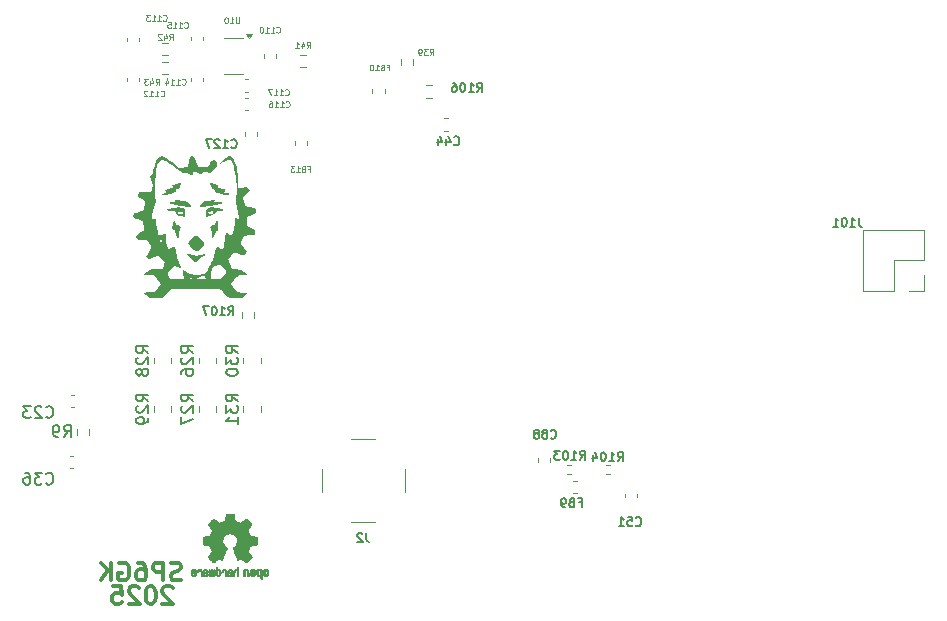
<source format=gbr>
%TF.GenerationSoftware,KiCad,Pcbnew,8.0.9-8.0.9-0~ubuntu22.04.1*%
%TF.CreationDate,2026-02-07T13:51:36+01:00*%
%TF.ProjectId,HW_0008_PrestoLO_rev01b,48575f30-3030-4385-9f50-726573746f4c,rev?*%
%TF.SameCoordinates,Original*%
%TF.FileFunction,Legend,Bot*%
%TF.FilePolarity,Positive*%
%FSLAX46Y46*%
G04 Gerber Fmt 4.6, Leading zero omitted, Abs format (unit mm)*
G04 Created by KiCad (PCBNEW 8.0.9-8.0.9-0~ubuntu22.04.1) date 2026-02-07 13:51:36*
%MOMM*%
%LPD*%
G01*
G04 APERTURE LIST*
%ADD10C,0.375000*%
%ADD11C,0.150000*%
%ADD12C,0.125000*%
%ADD13C,0.120000*%
%ADD14C,0.000000*%
%ADD15C,0.010000*%
G04 APERTURE END LIST*
D10*
X81067575Y-84125500D02*
X80853290Y-84196928D01*
X80853290Y-84196928D02*
X80496147Y-84196928D01*
X80496147Y-84196928D02*
X80353290Y-84125500D01*
X80353290Y-84125500D02*
X80281861Y-84054071D01*
X80281861Y-84054071D02*
X80210432Y-83911214D01*
X80210432Y-83911214D02*
X80210432Y-83768357D01*
X80210432Y-83768357D02*
X80281861Y-83625500D01*
X80281861Y-83625500D02*
X80353290Y-83554071D01*
X80353290Y-83554071D02*
X80496147Y-83482642D01*
X80496147Y-83482642D02*
X80781861Y-83411214D01*
X80781861Y-83411214D02*
X80924718Y-83339785D01*
X80924718Y-83339785D02*
X80996147Y-83268357D01*
X80996147Y-83268357D02*
X81067575Y-83125500D01*
X81067575Y-83125500D02*
X81067575Y-82982642D01*
X81067575Y-82982642D02*
X80996147Y-82839785D01*
X80996147Y-82839785D02*
X80924718Y-82768357D01*
X80924718Y-82768357D02*
X80781861Y-82696928D01*
X80781861Y-82696928D02*
X80424718Y-82696928D01*
X80424718Y-82696928D02*
X80210432Y-82768357D01*
X79567576Y-84196928D02*
X79567576Y-82696928D01*
X79567576Y-82696928D02*
X78996147Y-82696928D01*
X78996147Y-82696928D02*
X78853290Y-82768357D01*
X78853290Y-82768357D02*
X78781861Y-82839785D01*
X78781861Y-82839785D02*
X78710433Y-82982642D01*
X78710433Y-82982642D02*
X78710433Y-83196928D01*
X78710433Y-83196928D02*
X78781861Y-83339785D01*
X78781861Y-83339785D02*
X78853290Y-83411214D01*
X78853290Y-83411214D02*
X78996147Y-83482642D01*
X78996147Y-83482642D02*
X79567576Y-83482642D01*
X77424719Y-82696928D02*
X77710433Y-82696928D01*
X77710433Y-82696928D02*
X77853290Y-82768357D01*
X77853290Y-82768357D02*
X77924719Y-82839785D01*
X77924719Y-82839785D02*
X78067576Y-83054071D01*
X78067576Y-83054071D02*
X78139004Y-83339785D01*
X78139004Y-83339785D02*
X78139004Y-83911214D01*
X78139004Y-83911214D02*
X78067576Y-84054071D01*
X78067576Y-84054071D02*
X77996147Y-84125500D01*
X77996147Y-84125500D02*
X77853290Y-84196928D01*
X77853290Y-84196928D02*
X77567576Y-84196928D01*
X77567576Y-84196928D02*
X77424719Y-84125500D01*
X77424719Y-84125500D02*
X77353290Y-84054071D01*
X77353290Y-84054071D02*
X77281861Y-83911214D01*
X77281861Y-83911214D02*
X77281861Y-83554071D01*
X77281861Y-83554071D02*
X77353290Y-83411214D01*
X77353290Y-83411214D02*
X77424719Y-83339785D01*
X77424719Y-83339785D02*
X77567576Y-83268357D01*
X77567576Y-83268357D02*
X77853290Y-83268357D01*
X77853290Y-83268357D02*
X77996147Y-83339785D01*
X77996147Y-83339785D02*
X78067576Y-83411214D01*
X78067576Y-83411214D02*
X78139004Y-83554071D01*
X75853290Y-82768357D02*
X75996148Y-82696928D01*
X75996148Y-82696928D02*
X76210433Y-82696928D01*
X76210433Y-82696928D02*
X76424719Y-82768357D01*
X76424719Y-82768357D02*
X76567576Y-82911214D01*
X76567576Y-82911214D02*
X76639005Y-83054071D01*
X76639005Y-83054071D02*
X76710433Y-83339785D01*
X76710433Y-83339785D02*
X76710433Y-83554071D01*
X76710433Y-83554071D02*
X76639005Y-83839785D01*
X76639005Y-83839785D02*
X76567576Y-83982642D01*
X76567576Y-83982642D02*
X76424719Y-84125500D01*
X76424719Y-84125500D02*
X76210433Y-84196928D01*
X76210433Y-84196928D02*
X76067576Y-84196928D01*
X76067576Y-84196928D02*
X75853290Y-84125500D01*
X75853290Y-84125500D02*
X75781862Y-84054071D01*
X75781862Y-84054071D02*
X75781862Y-83554071D01*
X75781862Y-83554071D02*
X76067576Y-83554071D01*
X75139005Y-84196928D02*
X75139005Y-82696928D01*
X74281862Y-84196928D02*
X74924719Y-83339785D01*
X74281862Y-82696928D02*
X75139005Y-83554071D01*
X80367575Y-84839785D02*
X80296147Y-84768357D01*
X80296147Y-84768357D02*
X80153290Y-84696928D01*
X80153290Y-84696928D02*
X79796147Y-84696928D01*
X79796147Y-84696928D02*
X79653290Y-84768357D01*
X79653290Y-84768357D02*
X79581861Y-84839785D01*
X79581861Y-84839785D02*
X79510432Y-84982642D01*
X79510432Y-84982642D02*
X79510432Y-85125500D01*
X79510432Y-85125500D02*
X79581861Y-85339785D01*
X79581861Y-85339785D02*
X80439004Y-86196928D01*
X80439004Y-86196928D02*
X79510432Y-86196928D01*
X78581861Y-84696928D02*
X78439004Y-84696928D01*
X78439004Y-84696928D02*
X78296147Y-84768357D01*
X78296147Y-84768357D02*
X78224719Y-84839785D01*
X78224719Y-84839785D02*
X78153290Y-84982642D01*
X78153290Y-84982642D02*
X78081861Y-85268357D01*
X78081861Y-85268357D02*
X78081861Y-85625500D01*
X78081861Y-85625500D02*
X78153290Y-85911214D01*
X78153290Y-85911214D02*
X78224719Y-86054071D01*
X78224719Y-86054071D02*
X78296147Y-86125500D01*
X78296147Y-86125500D02*
X78439004Y-86196928D01*
X78439004Y-86196928D02*
X78581861Y-86196928D01*
X78581861Y-86196928D02*
X78724719Y-86125500D01*
X78724719Y-86125500D02*
X78796147Y-86054071D01*
X78796147Y-86054071D02*
X78867576Y-85911214D01*
X78867576Y-85911214D02*
X78939004Y-85625500D01*
X78939004Y-85625500D02*
X78939004Y-85268357D01*
X78939004Y-85268357D02*
X78867576Y-84982642D01*
X78867576Y-84982642D02*
X78796147Y-84839785D01*
X78796147Y-84839785D02*
X78724719Y-84768357D01*
X78724719Y-84768357D02*
X78581861Y-84696928D01*
X77510433Y-84839785D02*
X77439005Y-84768357D01*
X77439005Y-84768357D02*
X77296148Y-84696928D01*
X77296148Y-84696928D02*
X76939005Y-84696928D01*
X76939005Y-84696928D02*
X76796148Y-84768357D01*
X76796148Y-84768357D02*
X76724719Y-84839785D01*
X76724719Y-84839785D02*
X76653290Y-84982642D01*
X76653290Y-84982642D02*
X76653290Y-85125500D01*
X76653290Y-85125500D02*
X76724719Y-85339785D01*
X76724719Y-85339785D02*
X77581862Y-86196928D01*
X77581862Y-86196928D02*
X76653290Y-86196928D01*
X75296148Y-84696928D02*
X76010434Y-84696928D01*
X76010434Y-84696928D02*
X76081862Y-85411214D01*
X76081862Y-85411214D02*
X76010434Y-85339785D01*
X76010434Y-85339785D02*
X75867577Y-85268357D01*
X75867577Y-85268357D02*
X75510434Y-85268357D01*
X75510434Y-85268357D02*
X75367577Y-85339785D01*
X75367577Y-85339785D02*
X75296148Y-85411214D01*
X75296148Y-85411214D02*
X75224719Y-85554071D01*
X75224719Y-85554071D02*
X75224719Y-85911214D01*
X75224719Y-85911214D02*
X75296148Y-86054071D01*
X75296148Y-86054071D02*
X75367577Y-86125500D01*
X75367577Y-86125500D02*
X75510434Y-86196928D01*
X75510434Y-86196928D02*
X75867577Y-86196928D01*
X75867577Y-86196928D02*
X76010434Y-86125500D01*
X76010434Y-86125500D02*
X76081862Y-86054071D01*
D11*
X85904819Y-69044642D02*
X85428628Y-68711309D01*
X85904819Y-68473214D02*
X84904819Y-68473214D01*
X84904819Y-68473214D02*
X84904819Y-68854166D01*
X84904819Y-68854166D02*
X84952438Y-68949404D01*
X84952438Y-68949404D02*
X85000057Y-68997023D01*
X85000057Y-68997023D02*
X85095295Y-69044642D01*
X85095295Y-69044642D02*
X85238152Y-69044642D01*
X85238152Y-69044642D02*
X85333390Y-68997023D01*
X85333390Y-68997023D02*
X85381009Y-68949404D01*
X85381009Y-68949404D02*
X85428628Y-68854166D01*
X85428628Y-68854166D02*
X85428628Y-68473214D01*
X84904819Y-69377976D02*
X84904819Y-69997023D01*
X84904819Y-69997023D02*
X85285771Y-69663690D01*
X85285771Y-69663690D02*
X85285771Y-69806547D01*
X85285771Y-69806547D02*
X85333390Y-69901785D01*
X85333390Y-69901785D02*
X85381009Y-69949404D01*
X85381009Y-69949404D02*
X85476247Y-69997023D01*
X85476247Y-69997023D02*
X85714342Y-69997023D01*
X85714342Y-69997023D02*
X85809580Y-69949404D01*
X85809580Y-69949404D02*
X85857200Y-69901785D01*
X85857200Y-69901785D02*
X85904819Y-69806547D01*
X85904819Y-69806547D02*
X85904819Y-69520833D01*
X85904819Y-69520833D02*
X85857200Y-69425595D01*
X85857200Y-69425595D02*
X85809580Y-69377976D01*
X85904819Y-70949404D02*
X85904819Y-70377976D01*
X85904819Y-70663690D02*
X84904819Y-70663690D01*
X84904819Y-70663690D02*
X85047676Y-70568452D01*
X85047676Y-70568452D02*
X85142914Y-70473214D01*
X85142914Y-70473214D02*
X85190533Y-70377976D01*
D12*
X89159523Y-37777190D02*
X89183332Y-37801000D01*
X89183332Y-37801000D02*
X89254761Y-37824809D01*
X89254761Y-37824809D02*
X89302380Y-37824809D01*
X89302380Y-37824809D02*
X89373808Y-37801000D01*
X89373808Y-37801000D02*
X89421427Y-37753380D01*
X89421427Y-37753380D02*
X89445237Y-37705761D01*
X89445237Y-37705761D02*
X89469046Y-37610523D01*
X89469046Y-37610523D02*
X89469046Y-37539095D01*
X89469046Y-37539095D02*
X89445237Y-37443857D01*
X89445237Y-37443857D02*
X89421427Y-37396238D01*
X89421427Y-37396238D02*
X89373808Y-37348619D01*
X89373808Y-37348619D02*
X89302380Y-37324809D01*
X89302380Y-37324809D02*
X89254761Y-37324809D01*
X89254761Y-37324809D02*
X89183332Y-37348619D01*
X89183332Y-37348619D02*
X89159523Y-37372428D01*
X88683332Y-37824809D02*
X88969046Y-37824809D01*
X88826189Y-37824809D02*
X88826189Y-37324809D01*
X88826189Y-37324809D02*
X88873808Y-37396238D01*
X88873808Y-37396238D02*
X88921427Y-37443857D01*
X88921427Y-37443857D02*
X88969046Y-37467666D01*
X88207142Y-37824809D02*
X88492856Y-37824809D01*
X88349999Y-37824809D02*
X88349999Y-37324809D01*
X88349999Y-37324809D02*
X88397618Y-37396238D01*
X88397618Y-37396238D02*
X88445237Y-37443857D01*
X88445237Y-37443857D02*
X88492856Y-37467666D01*
X87897619Y-37324809D02*
X87850000Y-37324809D01*
X87850000Y-37324809D02*
X87802381Y-37348619D01*
X87802381Y-37348619D02*
X87778571Y-37372428D01*
X87778571Y-37372428D02*
X87754762Y-37420047D01*
X87754762Y-37420047D02*
X87730952Y-37515285D01*
X87730952Y-37515285D02*
X87730952Y-37634333D01*
X87730952Y-37634333D02*
X87754762Y-37729571D01*
X87754762Y-37729571D02*
X87778571Y-37777190D01*
X87778571Y-37777190D02*
X87802381Y-37801000D01*
X87802381Y-37801000D02*
X87850000Y-37824809D01*
X87850000Y-37824809D02*
X87897619Y-37824809D01*
X87897619Y-37824809D02*
X87945238Y-37801000D01*
X87945238Y-37801000D02*
X87969047Y-37777190D01*
X87969047Y-37777190D02*
X87992857Y-37729571D01*
X87992857Y-37729571D02*
X88016666Y-37634333D01*
X88016666Y-37634333D02*
X88016666Y-37515285D01*
X88016666Y-37515285D02*
X87992857Y-37420047D01*
X87992857Y-37420047D02*
X87969047Y-37372428D01*
X87969047Y-37372428D02*
X87945238Y-37348619D01*
X87945238Y-37348619D02*
X87897619Y-37324809D01*
X91721428Y-39124809D02*
X91888094Y-38886714D01*
X92007142Y-39124809D02*
X92007142Y-38624809D01*
X92007142Y-38624809D02*
X91816666Y-38624809D01*
X91816666Y-38624809D02*
X91769047Y-38648619D01*
X91769047Y-38648619D02*
X91745237Y-38672428D01*
X91745237Y-38672428D02*
X91721428Y-38720047D01*
X91721428Y-38720047D02*
X91721428Y-38791476D01*
X91721428Y-38791476D02*
X91745237Y-38839095D01*
X91745237Y-38839095D02*
X91769047Y-38862904D01*
X91769047Y-38862904D02*
X91816666Y-38886714D01*
X91816666Y-38886714D02*
X92007142Y-38886714D01*
X91292856Y-38791476D02*
X91292856Y-39124809D01*
X91411904Y-38601000D02*
X91530951Y-38958142D01*
X91530951Y-38958142D02*
X91221428Y-38958142D01*
X90769047Y-39124809D02*
X91054761Y-39124809D01*
X90911904Y-39124809D02*
X90911904Y-38624809D01*
X90911904Y-38624809D02*
X90959523Y-38696238D01*
X90959523Y-38696238D02*
X91007142Y-38743857D01*
X91007142Y-38743857D02*
X91054761Y-38767666D01*
D11*
X82104819Y-69044642D02*
X81628628Y-68711309D01*
X82104819Y-68473214D02*
X81104819Y-68473214D01*
X81104819Y-68473214D02*
X81104819Y-68854166D01*
X81104819Y-68854166D02*
X81152438Y-68949404D01*
X81152438Y-68949404D02*
X81200057Y-68997023D01*
X81200057Y-68997023D02*
X81295295Y-69044642D01*
X81295295Y-69044642D02*
X81438152Y-69044642D01*
X81438152Y-69044642D02*
X81533390Y-68997023D01*
X81533390Y-68997023D02*
X81581009Y-68949404D01*
X81581009Y-68949404D02*
X81628628Y-68854166D01*
X81628628Y-68854166D02*
X81628628Y-68473214D01*
X81200057Y-69425595D02*
X81152438Y-69473214D01*
X81152438Y-69473214D02*
X81104819Y-69568452D01*
X81104819Y-69568452D02*
X81104819Y-69806547D01*
X81104819Y-69806547D02*
X81152438Y-69901785D01*
X81152438Y-69901785D02*
X81200057Y-69949404D01*
X81200057Y-69949404D02*
X81295295Y-69997023D01*
X81295295Y-69997023D02*
X81390533Y-69997023D01*
X81390533Y-69997023D02*
X81533390Y-69949404D01*
X81533390Y-69949404D02*
X82104819Y-69377976D01*
X82104819Y-69377976D02*
X82104819Y-69997023D01*
X81104819Y-70330357D02*
X81104819Y-70997023D01*
X81104819Y-70997023D02*
X82104819Y-70568452D01*
D12*
X102121428Y-39724809D02*
X102288094Y-39486714D01*
X102407142Y-39724809D02*
X102407142Y-39224809D01*
X102407142Y-39224809D02*
X102216666Y-39224809D01*
X102216666Y-39224809D02*
X102169047Y-39248619D01*
X102169047Y-39248619D02*
X102145237Y-39272428D01*
X102145237Y-39272428D02*
X102121428Y-39320047D01*
X102121428Y-39320047D02*
X102121428Y-39391476D01*
X102121428Y-39391476D02*
X102145237Y-39439095D01*
X102145237Y-39439095D02*
X102169047Y-39462904D01*
X102169047Y-39462904D02*
X102216666Y-39486714D01*
X102216666Y-39486714D02*
X102407142Y-39486714D01*
X101954761Y-39224809D02*
X101645237Y-39224809D01*
X101645237Y-39224809D02*
X101811904Y-39415285D01*
X101811904Y-39415285D02*
X101740475Y-39415285D01*
X101740475Y-39415285D02*
X101692856Y-39439095D01*
X101692856Y-39439095D02*
X101669047Y-39462904D01*
X101669047Y-39462904D02*
X101645237Y-39510523D01*
X101645237Y-39510523D02*
X101645237Y-39629571D01*
X101645237Y-39629571D02*
X101669047Y-39677190D01*
X101669047Y-39677190D02*
X101692856Y-39701000D01*
X101692856Y-39701000D02*
X101740475Y-39724809D01*
X101740475Y-39724809D02*
X101883332Y-39724809D01*
X101883332Y-39724809D02*
X101930951Y-39701000D01*
X101930951Y-39701000D02*
X101954761Y-39677190D01*
X101407142Y-39724809D02*
X101311904Y-39724809D01*
X101311904Y-39724809D02*
X101264285Y-39701000D01*
X101264285Y-39701000D02*
X101240476Y-39677190D01*
X101240476Y-39677190D02*
X101192857Y-39605761D01*
X101192857Y-39605761D02*
X101169047Y-39510523D01*
X101169047Y-39510523D02*
X101169047Y-39320047D01*
X101169047Y-39320047D02*
X101192857Y-39272428D01*
X101192857Y-39272428D02*
X101216666Y-39248619D01*
X101216666Y-39248619D02*
X101264285Y-39224809D01*
X101264285Y-39224809D02*
X101359523Y-39224809D01*
X101359523Y-39224809D02*
X101407142Y-39248619D01*
X101407142Y-39248619D02*
X101430952Y-39272428D01*
X101430952Y-39272428D02*
X101454761Y-39320047D01*
X101454761Y-39320047D02*
X101454761Y-39439095D01*
X101454761Y-39439095D02*
X101430952Y-39486714D01*
X101430952Y-39486714D02*
X101407142Y-39510523D01*
X101407142Y-39510523D02*
X101359523Y-39534333D01*
X101359523Y-39534333D02*
X101264285Y-39534333D01*
X101264285Y-39534333D02*
X101216666Y-39510523D01*
X101216666Y-39510523D02*
X101192857Y-39486714D01*
X101192857Y-39486714D02*
X101169047Y-39439095D01*
D11*
X69642857Y-70359580D02*
X69690476Y-70407200D01*
X69690476Y-70407200D02*
X69833333Y-70454819D01*
X69833333Y-70454819D02*
X69928571Y-70454819D01*
X69928571Y-70454819D02*
X70071428Y-70407200D01*
X70071428Y-70407200D02*
X70166666Y-70311961D01*
X70166666Y-70311961D02*
X70214285Y-70216723D01*
X70214285Y-70216723D02*
X70261904Y-70026247D01*
X70261904Y-70026247D02*
X70261904Y-69883390D01*
X70261904Y-69883390D02*
X70214285Y-69692914D01*
X70214285Y-69692914D02*
X70166666Y-69597676D01*
X70166666Y-69597676D02*
X70071428Y-69502438D01*
X70071428Y-69502438D02*
X69928571Y-69454819D01*
X69928571Y-69454819D02*
X69833333Y-69454819D01*
X69833333Y-69454819D02*
X69690476Y-69502438D01*
X69690476Y-69502438D02*
X69642857Y-69550057D01*
X69261904Y-69550057D02*
X69214285Y-69502438D01*
X69214285Y-69502438D02*
X69119047Y-69454819D01*
X69119047Y-69454819D02*
X68880952Y-69454819D01*
X68880952Y-69454819D02*
X68785714Y-69502438D01*
X68785714Y-69502438D02*
X68738095Y-69550057D01*
X68738095Y-69550057D02*
X68690476Y-69645295D01*
X68690476Y-69645295D02*
X68690476Y-69740533D01*
X68690476Y-69740533D02*
X68738095Y-69883390D01*
X68738095Y-69883390D02*
X69309523Y-70454819D01*
X69309523Y-70454819D02*
X68690476Y-70454819D01*
X68357142Y-69454819D02*
X67738095Y-69454819D01*
X67738095Y-69454819D02*
X68071428Y-69835771D01*
X68071428Y-69835771D02*
X67928571Y-69835771D01*
X67928571Y-69835771D02*
X67833333Y-69883390D01*
X67833333Y-69883390D02*
X67785714Y-69931009D01*
X67785714Y-69931009D02*
X67738095Y-70026247D01*
X67738095Y-70026247D02*
X67738095Y-70264342D01*
X67738095Y-70264342D02*
X67785714Y-70359580D01*
X67785714Y-70359580D02*
X67833333Y-70407200D01*
X67833333Y-70407200D02*
X67928571Y-70454819D01*
X67928571Y-70454819D02*
X68214285Y-70454819D01*
X68214285Y-70454819D02*
X68309523Y-70407200D01*
X68309523Y-70407200D02*
X68357142Y-70359580D01*
X71166666Y-72054819D02*
X71499999Y-71578628D01*
X71738094Y-72054819D02*
X71738094Y-71054819D01*
X71738094Y-71054819D02*
X71357142Y-71054819D01*
X71357142Y-71054819D02*
X71261904Y-71102438D01*
X71261904Y-71102438D02*
X71214285Y-71150057D01*
X71214285Y-71150057D02*
X71166666Y-71245295D01*
X71166666Y-71245295D02*
X71166666Y-71388152D01*
X71166666Y-71388152D02*
X71214285Y-71483390D01*
X71214285Y-71483390D02*
X71261904Y-71531009D01*
X71261904Y-71531009D02*
X71357142Y-71578628D01*
X71357142Y-71578628D02*
X71738094Y-71578628D01*
X70690475Y-72054819D02*
X70499999Y-72054819D01*
X70499999Y-72054819D02*
X70404761Y-72007200D01*
X70404761Y-72007200D02*
X70357142Y-71959580D01*
X70357142Y-71959580D02*
X70261904Y-71816723D01*
X70261904Y-71816723D02*
X70214285Y-71626247D01*
X70214285Y-71626247D02*
X70214285Y-71245295D01*
X70214285Y-71245295D02*
X70261904Y-71150057D01*
X70261904Y-71150057D02*
X70309523Y-71102438D01*
X70309523Y-71102438D02*
X70404761Y-71054819D01*
X70404761Y-71054819D02*
X70595237Y-71054819D01*
X70595237Y-71054819D02*
X70690475Y-71102438D01*
X70690475Y-71102438D02*
X70738094Y-71150057D01*
X70738094Y-71150057D02*
X70785713Y-71245295D01*
X70785713Y-71245295D02*
X70785713Y-71483390D01*
X70785713Y-71483390D02*
X70738094Y-71578628D01*
X70738094Y-71578628D02*
X70690475Y-71626247D01*
X70690475Y-71626247D02*
X70595237Y-71673866D01*
X70595237Y-71673866D02*
X70404761Y-71673866D01*
X70404761Y-71673866D02*
X70309523Y-71626247D01*
X70309523Y-71626247D02*
X70261904Y-71578628D01*
X70261904Y-71578628D02*
X70214285Y-71483390D01*
X85904819Y-64957142D02*
X85428628Y-64623809D01*
X85904819Y-64385714D02*
X84904819Y-64385714D01*
X84904819Y-64385714D02*
X84904819Y-64766666D01*
X84904819Y-64766666D02*
X84952438Y-64861904D01*
X84952438Y-64861904D02*
X85000057Y-64909523D01*
X85000057Y-64909523D02*
X85095295Y-64957142D01*
X85095295Y-64957142D02*
X85238152Y-64957142D01*
X85238152Y-64957142D02*
X85333390Y-64909523D01*
X85333390Y-64909523D02*
X85381009Y-64861904D01*
X85381009Y-64861904D02*
X85428628Y-64766666D01*
X85428628Y-64766666D02*
X85428628Y-64385714D01*
X84904819Y-65290476D02*
X84904819Y-65909523D01*
X84904819Y-65909523D02*
X85285771Y-65576190D01*
X85285771Y-65576190D02*
X85285771Y-65719047D01*
X85285771Y-65719047D02*
X85333390Y-65814285D01*
X85333390Y-65814285D02*
X85381009Y-65861904D01*
X85381009Y-65861904D02*
X85476247Y-65909523D01*
X85476247Y-65909523D02*
X85714342Y-65909523D01*
X85714342Y-65909523D02*
X85809580Y-65861904D01*
X85809580Y-65861904D02*
X85857200Y-65814285D01*
X85857200Y-65814285D02*
X85904819Y-65719047D01*
X85904819Y-65719047D02*
X85904819Y-65433333D01*
X85904819Y-65433333D02*
X85857200Y-65338095D01*
X85857200Y-65338095D02*
X85809580Y-65290476D01*
X84904819Y-66528571D02*
X84904819Y-66623809D01*
X84904819Y-66623809D02*
X84952438Y-66719047D01*
X84952438Y-66719047D02*
X85000057Y-66766666D01*
X85000057Y-66766666D02*
X85095295Y-66814285D01*
X85095295Y-66814285D02*
X85285771Y-66861904D01*
X85285771Y-66861904D02*
X85523866Y-66861904D01*
X85523866Y-66861904D02*
X85714342Y-66814285D01*
X85714342Y-66814285D02*
X85809580Y-66766666D01*
X85809580Y-66766666D02*
X85857200Y-66719047D01*
X85857200Y-66719047D02*
X85904819Y-66623809D01*
X85904819Y-66623809D02*
X85904819Y-66528571D01*
X85904819Y-66528571D02*
X85857200Y-66433333D01*
X85857200Y-66433333D02*
X85809580Y-66385714D01*
X85809580Y-66385714D02*
X85714342Y-66338095D01*
X85714342Y-66338095D02*
X85523866Y-66290476D01*
X85523866Y-66290476D02*
X85285771Y-66290476D01*
X85285771Y-66290476D02*
X85095295Y-66338095D01*
X85095295Y-66338095D02*
X85000057Y-66385714D01*
X85000057Y-66385714D02*
X84952438Y-66433333D01*
X84952438Y-66433333D02*
X84904819Y-66528571D01*
D12*
X86019047Y-36524809D02*
X86019047Y-36929571D01*
X86019047Y-36929571D02*
X85995237Y-36977190D01*
X85995237Y-36977190D02*
X85971428Y-37001000D01*
X85971428Y-37001000D02*
X85923809Y-37024809D01*
X85923809Y-37024809D02*
X85828571Y-37024809D01*
X85828571Y-37024809D02*
X85780952Y-37001000D01*
X85780952Y-37001000D02*
X85757142Y-36977190D01*
X85757142Y-36977190D02*
X85733333Y-36929571D01*
X85733333Y-36929571D02*
X85733333Y-36524809D01*
X85233332Y-37024809D02*
X85519046Y-37024809D01*
X85376189Y-37024809D02*
X85376189Y-36524809D01*
X85376189Y-36524809D02*
X85423808Y-36596238D01*
X85423808Y-36596238D02*
X85471427Y-36643857D01*
X85471427Y-36643857D02*
X85519046Y-36667666D01*
X84923809Y-36524809D02*
X84876190Y-36524809D01*
X84876190Y-36524809D02*
X84828571Y-36548619D01*
X84828571Y-36548619D02*
X84804761Y-36572428D01*
X84804761Y-36572428D02*
X84780952Y-36620047D01*
X84780952Y-36620047D02*
X84757142Y-36715285D01*
X84757142Y-36715285D02*
X84757142Y-36834333D01*
X84757142Y-36834333D02*
X84780952Y-36929571D01*
X84780952Y-36929571D02*
X84804761Y-36977190D01*
X84804761Y-36977190D02*
X84828571Y-37001000D01*
X84828571Y-37001000D02*
X84876190Y-37024809D01*
X84876190Y-37024809D02*
X84923809Y-37024809D01*
X84923809Y-37024809D02*
X84971428Y-37001000D01*
X84971428Y-37001000D02*
X84995237Y-36977190D01*
X84995237Y-36977190D02*
X85019047Y-36929571D01*
X85019047Y-36929571D02*
X85042856Y-36834333D01*
X85042856Y-36834333D02*
X85042856Y-36715285D01*
X85042856Y-36715285D02*
X85019047Y-36620047D01*
X85019047Y-36620047D02*
X84995237Y-36572428D01*
X84995237Y-36572428D02*
X84971428Y-36548619D01*
X84971428Y-36548619D02*
X84923809Y-36524809D01*
D11*
X119582143Y-79517735D02*
X119617857Y-79553450D01*
X119617857Y-79553450D02*
X119725000Y-79589164D01*
X119725000Y-79589164D02*
X119796428Y-79589164D01*
X119796428Y-79589164D02*
X119903571Y-79553450D01*
X119903571Y-79553450D02*
X119975000Y-79482021D01*
X119975000Y-79482021D02*
X120010714Y-79410592D01*
X120010714Y-79410592D02*
X120046428Y-79267735D01*
X120046428Y-79267735D02*
X120046428Y-79160592D01*
X120046428Y-79160592D02*
X120010714Y-79017735D01*
X120010714Y-79017735D02*
X119975000Y-78946307D01*
X119975000Y-78946307D02*
X119903571Y-78874878D01*
X119903571Y-78874878D02*
X119796428Y-78839164D01*
X119796428Y-78839164D02*
X119725000Y-78839164D01*
X119725000Y-78839164D02*
X119617857Y-78874878D01*
X119617857Y-78874878D02*
X119582143Y-78910592D01*
X118903571Y-78839164D02*
X119260714Y-78839164D01*
X119260714Y-78839164D02*
X119296428Y-79196307D01*
X119296428Y-79196307D02*
X119260714Y-79160592D01*
X119260714Y-79160592D02*
X119189286Y-79124878D01*
X119189286Y-79124878D02*
X119010714Y-79124878D01*
X119010714Y-79124878D02*
X118939286Y-79160592D01*
X118939286Y-79160592D02*
X118903571Y-79196307D01*
X118903571Y-79196307D02*
X118867857Y-79267735D01*
X118867857Y-79267735D02*
X118867857Y-79446307D01*
X118867857Y-79446307D02*
X118903571Y-79517735D01*
X118903571Y-79517735D02*
X118939286Y-79553450D01*
X118939286Y-79553450D02*
X119010714Y-79589164D01*
X119010714Y-79589164D02*
X119189286Y-79589164D01*
X119189286Y-79589164D02*
X119260714Y-79553450D01*
X119260714Y-79553450D02*
X119296428Y-79517735D01*
X118153571Y-79589164D02*
X118582142Y-79589164D01*
X118367857Y-79589164D02*
X118367857Y-78839164D01*
X118367857Y-78839164D02*
X118439285Y-78946307D01*
X118439285Y-78946307D02*
X118510714Y-79017735D01*
X118510714Y-79017735D02*
X118582142Y-79053450D01*
X112382143Y-72117735D02*
X112417857Y-72153450D01*
X112417857Y-72153450D02*
X112525000Y-72189164D01*
X112525000Y-72189164D02*
X112596428Y-72189164D01*
X112596428Y-72189164D02*
X112703571Y-72153450D01*
X112703571Y-72153450D02*
X112775000Y-72082021D01*
X112775000Y-72082021D02*
X112810714Y-72010592D01*
X112810714Y-72010592D02*
X112846428Y-71867735D01*
X112846428Y-71867735D02*
X112846428Y-71760592D01*
X112846428Y-71760592D02*
X112810714Y-71617735D01*
X112810714Y-71617735D02*
X112775000Y-71546307D01*
X112775000Y-71546307D02*
X112703571Y-71474878D01*
X112703571Y-71474878D02*
X112596428Y-71439164D01*
X112596428Y-71439164D02*
X112525000Y-71439164D01*
X112525000Y-71439164D02*
X112417857Y-71474878D01*
X112417857Y-71474878D02*
X112382143Y-71510592D01*
X111953571Y-71760592D02*
X112025000Y-71724878D01*
X112025000Y-71724878D02*
X112060714Y-71689164D01*
X112060714Y-71689164D02*
X112096428Y-71617735D01*
X112096428Y-71617735D02*
X112096428Y-71582021D01*
X112096428Y-71582021D02*
X112060714Y-71510592D01*
X112060714Y-71510592D02*
X112025000Y-71474878D01*
X112025000Y-71474878D02*
X111953571Y-71439164D01*
X111953571Y-71439164D02*
X111810714Y-71439164D01*
X111810714Y-71439164D02*
X111739286Y-71474878D01*
X111739286Y-71474878D02*
X111703571Y-71510592D01*
X111703571Y-71510592D02*
X111667857Y-71582021D01*
X111667857Y-71582021D02*
X111667857Y-71617735D01*
X111667857Y-71617735D02*
X111703571Y-71689164D01*
X111703571Y-71689164D02*
X111739286Y-71724878D01*
X111739286Y-71724878D02*
X111810714Y-71760592D01*
X111810714Y-71760592D02*
X111953571Y-71760592D01*
X111953571Y-71760592D02*
X112025000Y-71796307D01*
X112025000Y-71796307D02*
X112060714Y-71832021D01*
X112060714Y-71832021D02*
X112096428Y-71903450D01*
X112096428Y-71903450D02*
X112096428Y-72046307D01*
X112096428Y-72046307D02*
X112060714Y-72117735D01*
X112060714Y-72117735D02*
X112025000Y-72153450D01*
X112025000Y-72153450D02*
X111953571Y-72189164D01*
X111953571Y-72189164D02*
X111810714Y-72189164D01*
X111810714Y-72189164D02*
X111739286Y-72153450D01*
X111739286Y-72153450D02*
X111703571Y-72117735D01*
X111703571Y-72117735D02*
X111667857Y-72046307D01*
X111667857Y-72046307D02*
X111667857Y-71903450D01*
X111667857Y-71903450D02*
X111703571Y-71832021D01*
X111703571Y-71832021D02*
X111739286Y-71796307D01*
X111739286Y-71796307D02*
X111810714Y-71760592D01*
X111239285Y-71760592D02*
X111310714Y-71724878D01*
X111310714Y-71724878D02*
X111346428Y-71689164D01*
X111346428Y-71689164D02*
X111382142Y-71617735D01*
X111382142Y-71617735D02*
X111382142Y-71582021D01*
X111382142Y-71582021D02*
X111346428Y-71510592D01*
X111346428Y-71510592D02*
X111310714Y-71474878D01*
X111310714Y-71474878D02*
X111239285Y-71439164D01*
X111239285Y-71439164D02*
X111096428Y-71439164D01*
X111096428Y-71439164D02*
X111025000Y-71474878D01*
X111025000Y-71474878D02*
X110989285Y-71510592D01*
X110989285Y-71510592D02*
X110953571Y-71582021D01*
X110953571Y-71582021D02*
X110953571Y-71617735D01*
X110953571Y-71617735D02*
X110989285Y-71689164D01*
X110989285Y-71689164D02*
X111025000Y-71724878D01*
X111025000Y-71724878D02*
X111096428Y-71760592D01*
X111096428Y-71760592D02*
X111239285Y-71760592D01*
X111239285Y-71760592D02*
X111310714Y-71796307D01*
X111310714Y-71796307D02*
X111346428Y-71832021D01*
X111346428Y-71832021D02*
X111382142Y-71903450D01*
X111382142Y-71903450D02*
X111382142Y-72046307D01*
X111382142Y-72046307D02*
X111346428Y-72117735D01*
X111346428Y-72117735D02*
X111310714Y-72153450D01*
X111310714Y-72153450D02*
X111239285Y-72189164D01*
X111239285Y-72189164D02*
X111096428Y-72189164D01*
X111096428Y-72189164D02*
X111025000Y-72153450D01*
X111025000Y-72153450D02*
X110989285Y-72117735D01*
X110989285Y-72117735D02*
X110953571Y-72046307D01*
X110953571Y-72046307D02*
X110953571Y-71903450D01*
X110953571Y-71903450D02*
X110989285Y-71832021D01*
X110989285Y-71832021D02*
X111025000Y-71796307D01*
X111025000Y-71796307D02*
X111096428Y-71760592D01*
D12*
X89959523Y-44077190D02*
X89983332Y-44101000D01*
X89983332Y-44101000D02*
X90054761Y-44124809D01*
X90054761Y-44124809D02*
X90102380Y-44124809D01*
X90102380Y-44124809D02*
X90173808Y-44101000D01*
X90173808Y-44101000D02*
X90221427Y-44053380D01*
X90221427Y-44053380D02*
X90245237Y-44005761D01*
X90245237Y-44005761D02*
X90269046Y-43910523D01*
X90269046Y-43910523D02*
X90269046Y-43839095D01*
X90269046Y-43839095D02*
X90245237Y-43743857D01*
X90245237Y-43743857D02*
X90221427Y-43696238D01*
X90221427Y-43696238D02*
X90173808Y-43648619D01*
X90173808Y-43648619D02*
X90102380Y-43624809D01*
X90102380Y-43624809D02*
X90054761Y-43624809D01*
X90054761Y-43624809D02*
X89983332Y-43648619D01*
X89983332Y-43648619D02*
X89959523Y-43672428D01*
X89483332Y-44124809D02*
X89769046Y-44124809D01*
X89626189Y-44124809D02*
X89626189Y-43624809D01*
X89626189Y-43624809D02*
X89673808Y-43696238D01*
X89673808Y-43696238D02*
X89721427Y-43743857D01*
X89721427Y-43743857D02*
X89769046Y-43767666D01*
X89007142Y-44124809D02*
X89292856Y-44124809D01*
X89149999Y-44124809D02*
X89149999Y-43624809D01*
X89149999Y-43624809D02*
X89197618Y-43696238D01*
X89197618Y-43696238D02*
X89245237Y-43743857D01*
X89245237Y-43743857D02*
X89292856Y-43767666D01*
X88578571Y-43624809D02*
X88673809Y-43624809D01*
X88673809Y-43624809D02*
X88721428Y-43648619D01*
X88721428Y-43648619D02*
X88745238Y-43672428D01*
X88745238Y-43672428D02*
X88792857Y-43743857D01*
X88792857Y-43743857D02*
X88816666Y-43839095D01*
X88816666Y-43839095D02*
X88816666Y-44029571D01*
X88816666Y-44029571D02*
X88792857Y-44077190D01*
X88792857Y-44077190D02*
X88769047Y-44101000D01*
X88769047Y-44101000D02*
X88721428Y-44124809D01*
X88721428Y-44124809D02*
X88626190Y-44124809D01*
X88626190Y-44124809D02*
X88578571Y-44101000D01*
X88578571Y-44101000D02*
X88554762Y-44077190D01*
X88554762Y-44077190D02*
X88530952Y-44029571D01*
X88530952Y-44029571D02*
X88530952Y-43910523D01*
X88530952Y-43910523D02*
X88554762Y-43862904D01*
X88554762Y-43862904D02*
X88578571Y-43839095D01*
X88578571Y-43839095D02*
X88626190Y-43815285D01*
X88626190Y-43815285D02*
X88721428Y-43815285D01*
X88721428Y-43815285D02*
X88769047Y-43839095D01*
X88769047Y-43839095D02*
X88792857Y-43862904D01*
X88792857Y-43862904D02*
X88816666Y-43910523D01*
X81159523Y-42177190D02*
X81183332Y-42201000D01*
X81183332Y-42201000D02*
X81254761Y-42224809D01*
X81254761Y-42224809D02*
X81302380Y-42224809D01*
X81302380Y-42224809D02*
X81373808Y-42201000D01*
X81373808Y-42201000D02*
X81421427Y-42153380D01*
X81421427Y-42153380D02*
X81445237Y-42105761D01*
X81445237Y-42105761D02*
X81469046Y-42010523D01*
X81469046Y-42010523D02*
X81469046Y-41939095D01*
X81469046Y-41939095D02*
X81445237Y-41843857D01*
X81445237Y-41843857D02*
X81421427Y-41796238D01*
X81421427Y-41796238D02*
X81373808Y-41748619D01*
X81373808Y-41748619D02*
X81302380Y-41724809D01*
X81302380Y-41724809D02*
X81254761Y-41724809D01*
X81254761Y-41724809D02*
X81183332Y-41748619D01*
X81183332Y-41748619D02*
X81159523Y-41772428D01*
X80683332Y-42224809D02*
X80969046Y-42224809D01*
X80826189Y-42224809D02*
X80826189Y-41724809D01*
X80826189Y-41724809D02*
X80873808Y-41796238D01*
X80873808Y-41796238D02*
X80921427Y-41843857D01*
X80921427Y-41843857D02*
X80969046Y-41867666D01*
X80207142Y-42224809D02*
X80492856Y-42224809D01*
X80349999Y-42224809D02*
X80349999Y-41724809D01*
X80349999Y-41724809D02*
X80397618Y-41796238D01*
X80397618Y-41796238D02*
X80445237Y-41843857D01*
X80445237Y-41843857D02*
X80492856Y-41867666D01*
X79778571Y-41891476D02*
X79778571Y-42224809D01*
X79897619Y-41701000D02*
X80016666Y-42058142D01*
X80016666Y-42058142D02*
X79707143Y-42058142D01*
D11*
X85339286Y-47530235D02*
X85375000Y-47565950D01*
X85375000Y-47565950D02*
X85482143Y-47601664D01*
X85482143Y-47601664D02*
X85553571Y-47601664D01*
X85553571Y-47601664D02*
X85660714Y-47565950D01*
X85660714Y-47565950D02*
X85732143Y-47494521D01*
X85732143Y-47494521D02*
X85767857Y-47423092D01*
X85767857Y-47423092D02*
X85803571Y-47280235D01*
X85803571Y-47280235D02*
X85803571Y-47173092D01*
X85803571Y-47173092D02*
X85767857Y-47030235D01*
X85767857Y-47030235D02*
X85732143Y-46958807D01*
X85732143Y-46958807D02*
X85660714Y-46887378D01*
X85660714Y-46887378D02*
X85553571Y-46851664D01*
X85553571Y-46851664D02*
X85482143Y-46851664D01*
X85482143Y-46851664D02*
X85375000Y-46887378D01*
X85375000Y-46887378D02*
X85339286Y-46923092D01*
X84625000Y-47601664D02*
X85053571Y-47601664D01*
X84839286Y-47601664D02*
X84839286Y-46851664D01*
X84839286Y-46851664D02*
X84910714Y-46958807D01*
X84910714Y-46958807D02*
X84982143Y-47030235D01*
X84982143Y-47030235D02*
X85053571Y-47065950D01*
X84339285Y-46923092D02*
X84303571Y-46887378D01*
X84303571Y-46887378D02*
X84232143Y-46851664D01*
X84232143Y-46851664D02*
X84053571Y-46851664D01*
X84053571Y-46851664D02*
X83982143Y-46887378D01*
X83982143Y-46887378D02*
X83946428Y-46923092D01*
X83946428Y-46923092D02*
X83910714Y-46994521D01*
X83910714Y-46994521D02*
X83910714Y-47065950D01*
X83910714Y-47065950D02*
X83946428Y-47173092D01*
X83946428Y-47173092D02*
X84375000Y-47601664D01*
X84375000Y-47601664D02*
X83910714Y-47601664D01*
X83660714Y-46851664D02*
X83160714Y-46851664D01*
X83160714Y-46851664D02*
X83482142Y-47601664D01*
X69642857Y-75989580D02*
X69690476Y-76037200D01*
X69690476Y-76037200D02*
X69833333Y-76084819D01*
X69833333Y-76084819D02*
X69928571Y-76084819D01*
X69928571Y-76084819D02*
X70071428Y-76037200D01*
X70071428Y-76037200D02*
X70166666Y-75941961D01*
X70166666Y-75941961D02*
X70214285Y-75846723D01*
X70214285Y-75846723D02*
X70261904Y-75656247D01*
X70261904Y-75656247D02*
X70261904Y-75513390D01*
X70261904Y-75513390D02*
X70214285Y-75322914D01*
X70214285Y-75322914D02*
X70166666Y-75227676D01*
X70166666Y-75227676D02*
X70071428Y-75132438D01*
X70071428Y-75132438D02*
X69928571Y-75084819D01*
X69928571Y-75084819D02*
X69833333Y-75084819D01*
X69833333Y-75084819D02*
X69690476Y-75132438D01*
X69690476Y-75132438D02*
X69642857Y-75180057D01*
X69309523Y-75084819D02*
X68690476Y-75084819D01*
X68690476Y-75084819D02*
X69023809Y-75465771D01*
X69023809Y-75465771D02*
X68880952Y-75465771D01*
X68880952Y-75465771D02*
X68785714Y-75513390D01*
X68785714Y-75513390D02*
X68738095Y-75561009D01*
X68738095Y-75561009D02*
X68690476Y-75656247D01*
X68690476Y-75656247D02*
X68690476Y-75894342D01*
X68690476Y-75894342D02*
X68738095Y-75989580D01*
X68738095Y-75989580D02*
X68785714Y-76037200D01*
X68785714Y-76037200D02*
X68880952Y-76084819D01*
X68880952Y-76084819D02*
X69166666Y-76084819D01*
X69166666Y-76084819D02*
X69261904Y-76037200D01*
X69261904Y-76037200D02*
X69309523Y-75989580D01*
X67833333Y-75084819D02*
X68023809Y-75084819D01*
X68023809Y-75084819D02*
X68119047Y-75132438D01*
X68119047Y-75132438D02*
X68166666Y-75180057D01*
X68166666Y-75180057D02*
X68261904Y-75322914D01*
X68261904Y-75322914D02*
X68309523Y-75513390D01*
X68309523Y-75513390D02*
X68309523Y-75894342D01*
X68309523Y-75894342D02*
X68261904Y-75989580D01*
X68261904Y-75989580D02*
X68214285Y-76037200D01*
X68214285Y-76037200D02*
X68119047Y-76084819D01*
X68119047Y-76084819D02*
X67928571Y-76084819D01*
X67928571Y-76084819D02*
X67833333Y-76037200D01*
X67833333Y-76037200D02*
X67785714Y-75989580D01*
X67785714Y-75989580D02*
X67738095Y-75894342D01*
X67738095Y-75894342D02*
X67738095Y-75656247D01*
X67738095Y-75656247D02*
X67785714Y-75561009D01*
X67785714Y-75561009D02*
X67833333Y-75513390D01*
X67833333Y-75513390D02*
X67928571Y-75465771D01*
X67928571Y-75465771D02*
X68119047Y-75465771D01*
X68119047Y-75465771D02*
X68214285Y-75513390D01*
X68214285Y-75513390D02*
X68261904Y-75561009D01*
X68261904Y-75561009D02*
X68309523Y-75656247D01*
X78304819Y-64957142D02*
X77828628Y-64623809D01*
X78304819Y-64385714D02*
X77304819Y-64385714D01*
X77304819Y-64385714D02*
X77304819Y-64766666D01*
X77304819Y-64766666D02*
X77352438Y-64861904D01*
X77352438Y-64861904D02*
X77400057Y-64909523D01*
X77400057Y-64909523D02*
X77495295Y-64957142D01*
X77495295Y-64957142D02*
X77638152Y-64957142D01*
X77638152Y-64957142D02*
X77733390Y-64909523D01*
X77733390Y-64909523D02*
X77781009Y-64861904D01*
X77781009Y-64861904D02*
X77828628Y-64766666D01*
X77828628Y-64766666D02*
X77828628Y-64385714D01*
X77400057Y-65338095D02*
X77352438Y-65385714D01*
X77352438Y-65385714D02*
X77304819Y-65480952D01*
X77304819Y-65480952D02*
X77304819Y-65719047D01*
X77304819Y-65719047D02*
X77352438Y-65814285D01*
X77352438Y-65814285D02*
X77400057Y-65861904D01*
X77400057Y-65861904D02*
X77495295Y-65909523D01*
X77495295Y-65909523D02*
X77590533Y-65909523D01*
X77590533Y-65909523D02*
X77733390Y-65861904D01*
X77733390Y-65861904D02*
X78304819Y-65290476D01*
X78304819Y-65290476D02*
X78304819Y-65909523D01*
X77733390Y-66480952D02*
X77685771Y-66385714D01*
X77685771Y-66385714D02*
X77638152Y-66338095D01*
X77638152Y-66338095D02*
X77542914Y-66290476D01*
X77542914Y-66290476D02*
X77495295Y-66290476D01*
X77495295Y-66290476D02*
X77400057Y-66338095D01*
X77400057Y-66338095D02*
X77352438Y-66385714D01*
X77352438Y-66385714D02*
X77304819Y-66480952D01*
X77304819Y-66480952D02*
X77304819Y-66671428D01*
X77304819Y-66671428D02*
X77352438Y-66766666D01*
X77352438Y-66766666D02*
X77400057Y-66814285D01*
X77400057Y-66814285D02*
X77495295Y-66861904D01*
X77495295Y-66861904D02*
X77542914Y-66861904D01*
X77542914Y-66861904D02*
X77638152Y-66814285D01*
X77638152Y-66814285D02*
X77685771Y-66766666D01*
X77685771Y-66766666D02*
X77733390Y-66671428D01*
X77733390Y-66671428D02*
X77733390Y-66480952D01*
X77733390Y-66480952D02*
X77781009Y-66385714D01*
X77781009Y-66385714D02*
X77828628Y-66338095D01*
X77828628Y-66338095D02*
X77923866Y-66290476D01*
X77923866Y-66290476D02*
X78114342Y-66290476D01*
X78114342Y-66290476D02*
X78209580Y-66338095D01*
X78209580Y-66338095D02*
X78257200Y-66385714D01*
X78257200Y-66385714D02*
X78304819Y-66480952D01*
X78304819Y-66480952D02*
X78304819Y-66671428D01*
X78304819Y-66671428D02*
X78257200Y-66766666D01*
X78257200Y-66766666D02*
X78209580Y-66814285D01*
X78209580Y-66814285D02*
X78114342Y-66861904D01*
X78114342Y-66861904D02*
X77923866Y-66861904D01*
X77923866Y-66861904D02*
X77828628Y-66814285D01*
X77828628Y-66814285D02*
X77781009Y-66766666D01*
X77781009Y-66766666D02*
X77733390Y-66671428D01*
X106139286Y-42839164D02*
X106389286Y-42482021D01*
X106567857Y-42839164D02*
X106567857Y-42089164D01*
X106567857Y-42089164D02*
X106282143Y-42089164D01*
X106282143Y-42089164D02*
X106210714Y-42124878D01*
X106210714Y-42124878D02*
X106175000Y-42160592D01*
X106175000Y-42160592D02*
X106139286Y-42232021D01*
X106139286Y-42232021D02*
X106139286Y-42339164D01*
X106139286Y-42339164D02*
X106175000Y-42410592D01*
X106175000Y-42410592D02*
X106210714Y-42446307D01*
X106210714Y-42446307D02*
X106282143Y-42482021D01*
X106282143Y-42482021D02*
X106567857Y-42482021D01*
X105425000Y-42839164D02*
X105853571Y-42839164D01*
X105639286Y-42839164D02*
X105639286Y-42089164D01*
X105639286Y-42089164D02*
X105710714Y-42196307D01*
X105710714Y-42196307D02*
X105782143Y-42267735D01*
X105782143Y-42267735D02*
X105853571Y-42303450D01*
X104960714Y-42089164D02*
X104889285Y-42089164D01*
X104889285Y-42089164D02*
X104817857Y-42124878D01*
X104817857Y-42124878D02*
X104782143Y-42160592D01*
X104782143Y-42160592D02*
X104746428Y-42232021D01*
X104746428Y-42232021D02*
X104710714Y-42374878D01*
X104710714Y-42374878D02*
X104710714Y-42553450D01*
X104710714Y-42553450D02*
X104746428Y-42696307D01*
X104746428Y-42696307D02*
X104782143Y-42767735D01*
X104782143Y-42767735D02*
X104817857Y-42803450D01*
X104817857Y-42803450D02*
X104889285Y-42839164D01*
X104889285Y-42839164D02*
X104960714Y-42839164D01*
X104960714Y-42839164D02*
X105032143Y-42803450D01*
X105032143Y-42803450D02*
X105067857Y-42767735D01*
X105067857Y-42767735D02*
X105103571Y-42696307D01*
X105103571Y-42696307D02*
X105139285Y-42553450D01*
X105139285Y-42553450D02*
X105139285Y-42374878D01*
X105139285Y-42374878D02*
X105103571Y-42232021D01*
X105103571Y-42232021D02*
X105067857Y-42160592D01*
X105067857Y-42160592D02*
X105032143Y-42124878D01*
X105032143Y-42124878D02*
X104960714Y-42089164D01*
X104067857Y-42089164D02*
X104210714Y-42089164D01*
X104210714Y-42089164D02*
X104282142Y-42124878D01*
X104282142Y-42124878D02*
X104317857Y-42160592D01*
X104317857Y-42160592D02*
X104389285Y-42267735D01*
X104389285Y-42267735D02*
X104424999Y-42410592D01*
X104424999Y-42410592D02*
X104424999Y-42696307D01*
X104424999Y-42696307D02*
X104389285Y-42767735D01*
X104389285Y-42767735D02*
X104353571Y-42803450D01*
X104353571Y-42803450D02*
X104282142Y-42839164D01*
X104282142Y-42839164D02*
X104139285Y-42839164D01*
X104139285Y-42839164D02*
X104067857Y-42803450D01*
X104067857Y-42803450D02*
X104032142Y-42767735D01*
X104032142Y-42767735D02*
X103996428Y-42696307D01*
X103996428Y-42696307D02*
X103996428Y-42517735D01*
X103996428Y-42517735D02*
X104032142Y-42446307D01*
X104032142Y-42446307D02*
X104067857Y-42410592D01*
X104067857Y-42410592D02*
X104139285Y-42374878D01*
X104139285Y-42374878D02*
X104282142Y-42374878D01*
X104282142Y-42374878D02*
X104353571Y-42410592D01*
X104353571Y-42410592D02*
X104389285Y-42446307D01*
X104389285Y-42446307D02*
X104424999Y-42517735D01*
X78304819Y-69044642D02*
X77828628Y-68711309D01*
X78304819Y-68473214D02*
X77304819Y-68473214D01*
X77304819Y-68473214D02*
X77304819Y-68854166D01*
X77304819Y-68854166D02*
X77352438Y-68949404D01*
X77352438Y-68949404D02*
X77400057Y-68997023D01*
X77400057Y-68997023D02*
X77495295Y-69044642D01*
X77495295Y-69044642D02*
X77638152Y-69044642D01*
X77638152Y-69044642D02*
X77733390Y-68997023D01*
X77733390Y-68997023D02*
X77781009Y-68949404D01*
X77781009Y-68949404D02*
X77828628Y-68854166D01*
X77828628Y-68854166D02*
X77828628Y-68473214D01*
X77400057Y-69425595D02*
X77352438Y-69473214D01*
X77352438Y-69473214D02*
X77304819Y-69568452D01*
X77304819Y-69568452D02*
X77304819Y-69806547D01*
X77304819Y-69806547D02*
X77352438Y-69901785D01*
X77352438Y-69901785D02*
X77400057Y-69949404D01*
X77400057Y-69949404D02*
X77495295Y-69997023D01*
X77495295Y-69997023D02*
X77590533Y-69997023D01*
X77590533Y-69997023D02*
X77733390Y-69949404D01*
X77733390Y-69949404D02*
X78304819Y-69377976D01*
X78304819Y-69377976D02*
X78304819Y-69997023D01*
X78304819Y-70473214D02*
X78304819Y-70663690D01*
X78304819Y-70663690D02*
X78257200Y-70758928D01*
X78257200Y-70758928D02*
X78209580Y-70806547D01*
X78209580Y-70806547D02*
X78066723Y-70901785D01*
X78066723Y-70901785D02*
X77876247Y-70949404D01*
X77876247Y-70949404D02*
X77495295Y-70949404D01*
X77495295Y-70949404D02*
X77400057Y-70901785D01*
X77400057Y-70901785D02*
X77352438Y-70854166D01*
X77352438Y-70854166D02*
X77304819Y-70758928D01*
X77304819Y-70758928D02*
X77304819Y-70568452D01*
X77304819Y-70568452D02*
X77352438Y-70473214D01*
X77352438Y-70473214D02*
X77400057Y-70425595D01*
X77400057Y-70425595D02*
X77495295Y-70377976D01*
X77495295Y-70377976D02*
X77733390Y-70377976D01*
X77733390Y-70377976D02*
X77828628Y-70425595D01*
X77828628Y-70425595D02*
X77876247Y-70473214D01*
X77876247Y-70473214D02*
X77923866Y-70568452D01*
X77923866Y-70568452D02*
X77923866Y-70758928D01*
X77923866Y-70758928D02*
X77876247Y-70854166D01*
X77876247Y-70854166D02*
X77828628Y-70901785D01*
X77828628Y-70901785D02*
X77733390Y-70949404D01*
X138464285Y-53489164D02*
X138464285Y-54024878D01*
X138464285Y-54024878D02*
X138500000Y-54132021D01*
X138500000Y-54132021D02*
X138571428Y-54203450D01*
X138571428Y-54203450D02*
X138678571Y-54239164D01*
X138678571Y-54239164D02*
X138750000Y-54239164D01*
X137714285Y-54239164D02*
X138142856Y-54239164D01*
X137928571Y-54239164D02*
X137928571Y-53489164D01*
X137928571Y-53489164D02*
X137999999Y-53596307D01*
X137999999Y-53596307D02*
X138071428Y-53667735D01*
X138071428Y-53667735D02*
X138142856Y-53703450D01*
X137249999Y-53489164D02*
X137178570Y-53489164D01*
X137178570Y-53489164D02*
X137107142Y-53524878D01*
X137107142Y-53524878D02*
X137071428Y-53560592D01*
X137071428Y-53560592D02*
X137035713Y-53632021D01*
X137035713Y-53632021D02*
X136999999Y-53774878D01*
X136999999Y-53774878D02*
X136999999Y-53953450D01*
X136999999Y-53953450D02*
X137035713Y-54096307D01*
X137035713Y-54096307D02*
X137071428Y-54167735D01*
X137071428Y-54167735D02*
X137107142Y-54203450D01*
X137107142Y-54203450D02*
X137178570Y-54239164D01*
X137178570Y-54239164D02*
X137249999Y-54239164D01*
X137249999Y-54239164D02*
X137321428Y-54203450D01*
X137321428Y-54203450D02*
X137357142Y-54167735D01*
X137357142Y-54167735D02*
X137392856Y-54096307D01*
X137392856Y-54096307D02*
X137428570Y-53953450D01*
X137428570Y-53953450D02*
X137428570Y-53774878D01*
X137428570Y-53774878D02*
X137392856Y-53632021D01*
X137392856Y-53632021D02*
X137357142Y-53560592D01*
X137357142Y-53560592D02*
X137321428Y-53524878D01*
X137321428Y-53524878D02*
X137249999Y-53489164D01*
X136285713Y-54239164D02*
X136714284Y-54239164D01*
X136499999Y-54239164D02*
X136499999Y-53489164D01*
X136499999Y-53489164D02*
X136571427Y-53596307D01*
X136571427Y-53596307D02*
X136642856Y-53667735D01*
X136642856Y-53667735D02*
X136714284Y-53703450D01*
D12*
X91854760Y-49362904D02*
X92021427Y-49362904D01*
X92021427Y-49624809D02*
X92021427Y-49124809D01*
X92021427Y-49124809D02*
X91783332Y-49124809D01*
X91426189Y-49362904D02*
X91354761Y-49386714D01*
X91354761Y-49386714D02*
X91330951Y-49410523D01*
X91330951Y-49410523D02*
X91307142Y-49458142D01*
X91307142Y-49458142D02*
X91307142Y-49529571D01*
X91307142Y-49529571D02*
X91330951Y-49577190D01*
X91330951Y-49577190D02*
X91354761Y-49601000D01*
X91354761Y-49601000D02*
X91402380Y-49624809D01*
X91402380Y-49624809D02*
X91592856Y-49624809D01*
X91592856Y-49624809D02*
X91592856Y-49124809D01*
X91592856Y-49124809D02*
X91426189Y-49124809D01*
X91426189Y-49124809D02*
X91378570Y-49148619D01*
X91378570Y-49148619D02*
X91354761Y-49172428D01*
X91354761Y-49172428D02*
X91330951Y-49220047D01*
X91330951Y-49220047D02*
X91330951Y-49267666D01*
X91330951Y-49267666D02*
X91354761Y-49315285D01*
X91354761Y-49315285D02*
X91378570Y-49339095D01*
X91378570Y-49339095D02*
X91426189Y-49362904D01*
X91426189Y-49362904D02*
X91592856Y-49362904D01*
X90830951Y-49624809D02*
X91116665Y-49624809D01*
X90973808Y-49624809D02*
X90973808Y-49124809D01*
X90973808Y-49124809D02*
X91021427Y-49196238D01*
X91021427Y-49196238D02*
X91069046Y-49243857D01*
X91069046Y-49243857D02*
X91116665Y-49267666D01*
X90664285Y-49124809D02*
X90354761Y-49124809D01*
X90354761Y-49124809D02*
X90521428Y-49315285D01*
X90521428Y-49315285D02*
X90449999Y-49315285D01*
X90449999Y-49315285D02*
X90402380Y-49339095D01*
X90402380Y-49339095D02*
X90378571Y-49362904D01*
X90378571Y-49362904D02*
X90354761Y-49410523D01*
X90354761Y-49410523D02*
X90354761Y-49529571D01*
X90354761Y-49529571D02*
X90378571Y-49577190D01*
X90378571Y-49577190D02*
X90402380Y-49601000D01*
X90402380Y-49601000D02*
X90449999Y-49624809D01*
X90449999Y-49624809D02*
X90592856Y-49624809D01*
X90592856Y-49624809D02*
X90640475Y-49601000D01*
X90640475Y-49601000D02*
X90664285Y-49577190D01*
X78921428Y-42224809D02*
X79088094Y-41986714D01*
X79207142Y-42224809D02*
X79207142Y-41724809D01*
X79207142Y-41724809D02*
X79016666Y-41724809D01*
X79016666Y-41724809D02*
X78969047Y-41748619D01*
X78969047Y-41748619D02*
X78945237Y-41772428D01*
X78945237Y-41772428D02*
X78921428Y-41820047D01*
X78921428Y-41820047D02*
X78921428Y-41891476D01*
X78921428Y-41891476D02*
X78945237Y-41939095D01*
X78945237Y-41939095D02*
X78969047Y-41962904D01*
X78969047Y-41962904D02*
X79016666Y-41986714D01*
X79016666Y-41986714D02*
X79207142Y-41986714D01*
X78492856Y-41891476D02*
X78492856Y-42224809D01*
X78611904Y-41701000D02*
X78730951Y-42058142D01*
X78730951Y-42058142D02*
X78421428Y-42058142D01*
X78278571Y-41724809D02*
X77969047Y-41724809D01*
X77969047Y-41724809D02*
X78135714Y-41915285D01*
X78135714Y-41915285D02*
X78064285Y-41915285D01*
X78064285Y-41915285D02*
X78016666Y-41939095D01*
X78016666Y-41939095D02*
X77992857Y-41962904D01*
X77992857Y-41962904D02*
X77969047Y-42010523D01*
X77969047Y-42010523D02*
X77969047Y-42129571D01*
X77969047Y-42129571D02*
X77992857Y-42177190D01*
X77992857Y-42177190D02*
X78016666Y-42201000D01*
X78016666Y-42201000D02*
X78064285Y-42224809D01*
X78064285Y-42224809D02*
X78207142Y-42224809D01*
X78207142Y-42224809D02*
X78254761Y-42201000D01*
X78254761Y-42201000D02*
X78278571Y-42177190D01*
X79559523Y-36777190D02*
X79583332Y-36801000D01*
X79583332Y-36801000D02*
X79654761Y-36824809D01*
X79654761Y-36824809D02*
X79702380Y-36824809D01*
X79702380Y-36824809D02*
X79773808Y-36801000D01*
X79773808Y-36801000D02*
X79821427Y-36753380D01*
X79821427Y-36753380D02*
X79845237Y-36705761D01*
X79845237Y-36705761D02*
X79869046Y-36610523D01*
X79869046Y-36610523D02*
X79869046Y-36539095D01*
X79869046Y-36539095D02*
X79845237Y-36443857D01*
X79845237Y-36443857D02*
X79821427Y-36396238D01*
X79821427Y-36396238D02*
X79773808Y-36348619D01*
X79773808Y-36348619D02*
X79702380Y-36324809D01*
X79702380Y-36324809D02*
X79654761Y-36324809D01*
X79654761Y-36324809D02*
X79583332Y-36348619D01*
X79583332Y-36348619D02*
X79559523Y-36372428D01*
X79083332Y-36824809D02*
X79369046Y-36824809D01*
X79226189Y-36824809D02*
X79226189Y-36324809D01*
X79226189Y-36324809D02*
X79273808Y-36396238D01*
X79273808Y-36396238D02*
X79321427Y-36443857D01*
X79321427Y-36443857D02*
X79369046Y-36467666D01*
X78607142Y-36824809D02*
X78892856Y-36824809D01*
X78749999Y-36824809D02*
X78749999Y-36324809D01*
X78749999Y-36324809D02*
X78797618Y-36396238D01*
X78797618Y-36396238D02*
X78845237Y-36443857D01*
X78845237Y-36443857D02*
X78892856Y-36467666D01*
X78440476Y-36324809D02*
X78130952Y-36324809D01*
X78130952Y-36324809D02*
X78297619Y-36515285D01*
X78297619Y-36515285D02*
X78226190Y-36515285D01*
X78226190Y-36515285D02*
X78178571Y-36539095D01*
X78178571Y-36539095D02*
X78154762Y-36562904D01*
X78154762Y-36562904D02*
X78130952Y-36610523D01*
X78130952Y-36610523D02*
X78130952Y-36729571D01*
X78130952Y-36729571D02*
X78154762Y-36777190D01*
X78154762Y-36777190D02*
X78178571Y-36801000D01*
X78178571Y-36801000D02*
X78226190Y-36824809D01*
X78226190Y-36824809D02*
X78369047Y-36824809D01*
X78369047Y-36824809D02*
X78416666Y-36801000D01*
X78416666Y-36801000D02*
X78440476Y-36777190D01*
D11*
X82104819Y-64957142D02*
X81628628Y-64623809D01*
X82104819Y-64385714D02*
X81104819Y-64385714D01*
X81104819Y-64385714D02*
X81104819Y-64766666D01*
X81104819Y-64766666D02*
X81152438Y-64861904D01*
X81152438Y-64861904D02*
X81200057Y-64909523D01*
X81200057Y-64909523D02*
X81295295Y-64957142D01*
X81295295Y-64957142D02*
X81438152Y-64957142D01*
X81438152Y-64957142D02*
X81533390Y-64909523D01*
X81533390Y-64909523D02*
X81581009Y-64861904D01*
X81581009Y-64861904D02*
X81628628Y-64766666D01*
X81628628Y-64766666D02*
X81628628Y-64385714D01*
X81200057Y-65338095D02*
X81152438Y-65385714D01*
X81152438Y-65385714D02*
X81104819Y-65480952D01*
X81104819Y-65480952D02*
X81104819Y-65719047D01*
X81104819Y-65719047D02*
X81152438Y-65814285D01*
X81152438Y-65814285D02*
X81200057Y-65861904D01*
X81200057Y-65861904D02*
X81295295Y-65909523D01*
X81295295Y-65909523D02*
X81390533Y-65909523D01*
X81390533Y-65909523D02*
X81533390Y-65861904D01*
X81533390Y-65861904D02*
X82104819Y-65290476D01*
X82104819Y-65290476D02*
X82104819Y-65909523D01*
X81104819Y-66766666D02*
X81104819Y-66576190D01*
X81104819Y-66576190D02*
X81152438Y-66480952D01*
X81152438Y-66480952D02*
X81200057Y-66433333D01*
X81200057Y-66433333D02*
X81342914Y-66338095D01*
X81342914Y-66338095D02*
X81533390Y-66290476D01*
X81533390Y-66290476D02*
X81914342Y-66290476D01*
X81914342Y-66290476D02*
X82009580Y-66338095D01*
X82009580Y-66338095D02*
X82057200Y-66385714D01*
X82057200Y-66385714D02*
X82104819Y-66480952D01*
X82104819Y-66480952D02*
X82104819Y-66671428D01*
X82104819Y-66671428D02*
X82057200Y-66766666D01*
X82057200Y-66766666D02*
X82009580Y-66814285D01*
X82009580Y-66814285D02*
X81914342Y-66861904D01*
X81914342Y-66861904D02*
X81676247Y-66861904D01*
X81676247Y-66861904D02*
X81581009Y-66814285D01*
X81581009Y-66814285D02*
X81533390Y-66766666D01*
X81533390Y-66766666D02*
X81485771Y-66671428D01*
X81485771Y-66671428D02*
X81485771Y-66480952D01*
X81485771Y-66480952D02*
X81533390Y-66385714D01*
X81533390Y-66385714D02*
X81581009Y-66338095D01*
X81581009Y-66338095D02*
X81676247Y-66290476D01*
D12*
X98554760Y-40762904D02*
X98721427Y-40762904D01*
X98721427Y-41024809D02*
X98721427Y-40524809D01*
X98721427Y-40524809D02*
X98483332Y-40524809D01*
X98126189Y-40762904D02*
X98054761Y-40786714D01*
X98054761Y-40786714D02*
X98030951Y-40810523D01*
X98030951Y-40810523D02*
X98007142Y-40858142D01*
X98007142Y-40858142D02*
X98007142Y-40929571D01*
X98007142Y-40929571D02*
X98030951Y-40977190D01*
X98030951Y-40977190D02*
X98054761Y-41001000D01*
X98054761Y-41001000D02*
X98102380Y-41024809D01*
X98102380Y-41024809D02*
X98292856Y-41024809D01*
X98292856Y-41024809D02*
X98292856Y-40524809D01*
X98292856Y-40524809D02*
X98126189Y-40524809D01*
X98126189Y-40524809D02*
X98078570Y-40548619D01*
X98078570Y-40548619D02*
X98054761Y-40572428D01*
X98054761Y-40572428D02*
X98030951Y-40620047D01*
X98030951Y-40620047D02*
X98030951Y-40667666D01*
X98030951Y-40667666D02*
X98054761Y-40715285D01*
X98054761Y-40715285D02*
X98078570Y-40739095D01*
X98078570Y-40739095D02*
X98126189Y-40762904D01*
X98126189Y-40762904D02*
X98292856Y-40762904D01*
X97530951Y-41024809D02*
X97816665Y-41024809D01*
X97673808Y-41024809D02*
X97673808Y-40524809D01*
X97673808Y-40524809D02*
X97721427Y-40596238D01*
X97721427Y-40596238D02*
X97769046Y-40643857D01*
X97769046Y-40643857D02*
X97816665Y-40667666D01*
X97221428Y-40524809D02*
X97173809Y-40524809D01*
X97173809Y-40524809D02*
X97126190Y-40548619D01*
X97126190Y-40548619D02*
X97102380Y-40572428D01*
X97102380Y-40572428D02*
X97078571Y-40620047D01*
X97078571Y-40620047D02*
X97054761Y-40715285D01*
X97054761Y-40715285D02*
X97054761Y-40834333D01*
X97054761Y-40834333D02*
X97078571Y-40929571D01*
X97078571Y-40929571D02*
X97102380Y-40977190D01*
X97102380Y-40977190D02*
X97126190Y-41001000D01*
X97126190Y-41001000D02*
X97173809Y-41024809D01*
X97173809Y-41024809D02*
X97221428Y-41024809D01*
X97221428Y-41024809D02*
X97269047Y-41001000D01*
X97269047Y-41001000D02*
X97292856Y-40977190D01*
X97292856Y-40977190D02*
X97316666Y-40929571D01*
X97316666Y-40929571D02*
X97340475Y-40834333D01*
X97340475Y-40834333D02*
X97340475Y-40715285D01*
X97340475Y-40715285D02*
X97316666Y-40620047D01*
X97316666Y-40620047D02*
X97292856Y-40572428D01*
X97292856Y-40572428D02*
X97269047Y-40548619D01*
X97269047Y-40548619D02*
X97221428Y-40524809D01*
D11*
X96749999Y-80189164D02*
X96749999Y-80724878D01*
X96749999Y-80724878D02*
X96785714Y-80832021D01*
X96785714Y-80832021D02*
X96857142Y-80903450D01*
X96857142Y-80903450D02*
X96964285Y-80939164D01*
X96964285Y-80939164D02*
X97035714Y-80939164D01*
X96428570Y-80260592D02*
X96392856Y-80224878D01*
X96392856Y-80224878D02*
X96321428Y-80189164D01*
X96321428Y-80189164D02*
X96142856Y-80189164D01*
X96142856Y-80189164D02*
X96071428Y-80224878D01*
X96071428Y-80224878D02*
X96035713Y-80260592D01*
X96035713Y-80260592D02*
X95999999Y-80332021D01*
X95999999Y-80332021D02*
X95999999Y-80403450D01*
X95999999Y-80403450D02*
X96035713Y-80510592D01*
X96035713Y-80510592D02*
X96464285Y-80939164D01*
X96464285Y-80939164D02*
X95999999Y-80939164D01*
D12*
X80096428Y-38424809D02*
X80263094Y-38186714D01*
X80382142Y-38424809D02*
X80382142Y-37924809D01*
X80382142Y-37924809D02*
X80191666Y-37924809D01*
X80191666Y-37924809D02*
X80144047Y-37948619D01*
X80144047Y-37948619D02*
X80120237Y-37972428D01*
X80120237Y-37972428D02*
X80096428Y-38020047D01*
X80096428Y-38020047D02*
X80096428Y-38091476D01*
X80096428Y-38091476D02*
X80120237Y-38139095D01*
X80120237Y-38139095D02*
X80144047Y-38162904D01*
X80144047Y-38162904D02*
X80191666Y-38186714D01*
X80191666Y-38186714D02*
X80382142Y-38186714D01*
X79667856Y-38091476D02*
X79667856Y-38424809D01*
X79786904Y-37901000D02*
X79905951Y-38258142D01*
X79905951Y-38258142D02*
X79596428Y-38258142D01*
X79429761Y-37972428D02*
X79405952Y-37948619D01*
X79405952Y-37948619D02*
X79358333Y-37924809D01*
X79358333Y-37924809D02*
X79239285Y-37924809D01*
X79239285Y-37924809D02*
X79191666Y-37948619D01*
X79191666Y-37948619D02*
X79167857Y-37972428D01*
X79167857Y-37972428D02*
X79144047Y-38020047D01*
X79144047Y-38020047D02*
X79144047Y-38067666D01*
X79144047Y-38067666D02*
X79167857Y-38139095D01*
X79167857Y-38139095D02*
X79453571Y-38424809D01*
X79453571Y-38424809D02*
X79144047Y-38424809D01*
X89897023Y-43077190D02*
X89920832Y-43101000D01*
X89920832Y-43101000D02*
X89992261Y-43124809D01*
X89992261Y-43124809D02*
X90039880Y-43124809D01*
X90039880Y-43124809D02*
X90111308Y-43101000D01*
X90111308Y-43101000D02*
X90158927Y-43053380D01*
X90158927Y-43053380D02*
X90182737Y-43005761D01*
X90182737Y-43005761D02*
X90206546Y-42910523D01*
X90206546Y-42910523D02*
X90206546Y-42839095D01*
X90206546Y-42839095D02*
X90182737Y-42743857D01*
X90182737Y-42743857D02*
X90158927Y-42696238D01*
X90158927Y-42696238D02*
X90111308Y-42648619D01*
X90111308Y-42648619D02*
X90039880Y-42624809D01*
X90039880Y-42624809D02*
X89992261Y-42624809D01*
X89992261Y-42624809D02*
X89920832Y-42648619D01*
X89920832Y-42648619D02*
X89897023Y-42672428D01*
X89420832Y-43124809D02*
X89706546Y-43124809D01*
X89563689Y-43124809D02*
X89563689Y-42624809D01*
X89563689Y-42624809D02*
X89611308Y-42696238D01*
X89611308Y-42696238D02*
X89658927Y-42743857D01*
X89658927Y-42743857D02*
X89706546Y-42767666D01*
X88944642Y-43124809D02*
X89230356Y-43124809D01*
X89087499Y-43124809D02*
X89087499Y-42624809D01*
X89087499Y-42624809D02*
X89135118Y-42696238D01*
X89135118Y-42696238D02*
X89182737Y-42743857D01*
X89182737Y-42743857D02*
X89230356Y-42767666D01*
X88777976Y-42624809D02*
X88444643Y-42624809D01*
X88444643Y-42624809D02*
X88658928Y-43124809D01*
D11*
X118039286Y-74089164D02*
X118289286Y-73732021D01*
X118467857Y-74089164D02*
X118467857Y-73339164D01*
X118467857Y-73339164D02*
X118182143Y-73339164D01*
X118182143Y-73339164D02*
X118110714Y-73374878D01*
X118110714Y-73374878D02*
X118075000Y-73410592D01*
X118075000Y-73410592D02*
X118039286Y-73482021D01*
X118039286Y-73482021D02*
X118039286Y-73589164D01*
X118039286Y-73589164D02*
X118075000Y-73660592D01*
X118075000Y-73660592D02*
X118110714Y-73696307D01*
X118110714Y-73696307D02*
X118182143Y-73732021D01*
X118182143Y-73732021D02*
X118467857Y-73732021D01*
X117325000Y-74089164D02*
X117753571Y-74089164D01*
X117539286Y-74089164D02*
X117539286Y-73339164D01*
X117539286Y-73339164D02*
X117610714Y-73446307D01*
X117610714Y-73446307D02*
X117682143Y-73517735D01*
X117682143Y-73517735D02*
X117753571Y-73553450D01*
X116860714Y-73339164D02*
X116789285Y-73339164D01*
X116789285Y-73339164D02*
X116717857Y-73374878D01*
X116717857Y-73374878D02*
X116682143Y-73410592D01*
X116682143Y-73410592D02*
X116646428Y-73482021D01*
X116646428Y-73482021D02*
X116610714Y-73624878D01*
X116610714Y-73624878D02*
X116610714Y-73803450D01*
X116610714Y-73803450D02*
X116646428Y-73946307D01*
X116646428Y-73946307D02*
X116682143Y-74017735D01*
X116682143Y-74017735D02*
X116717857Y-74053450D01*
X116717857Y-74053450D02*
X116789285Y-74089164D01*
X116789285Y-74089164D02*
X116860714Y-74089164D01*
X116860714Y-74089164D02*
X116932143Y-74053450D01*
X116932143Y-74053450D02*
X116967857Y-74017735D01*
X116967857Y-74017735D02*
X117003571Y-73946307D01*
X117003571Y-73946307D02*
X117039285Y-73803450D01*
X117039285Y-73803450D02*
X117039285Y-73624878D01*
X117039285Y-73624878D02*
X117003571Y-73482021D01*
X117003571Y-73482021D02*
X116967857Y-73410592D01*
X116967857Y-73410592D02*
X116932143Y-73374878D01*
X116932143Y-73374878D02*
X116860714Y-73339164D01*
X115967857Y-73589164D02*
X115967857Y-74089164D01*
X116146428Y-73303450D02*
X116324999Y-73839164D01*
X116324999Y-73839164D02*
X115860714Y-73839164D01*
X104182143Y-47267735D02*
X104217857Y-47303450D01*
X104217857Y-47303450D02*
X104325000Y-47339164D01*
X104325000Y-47339164D02*
X104396428Y-47339164D01*
X104396428Y-47339164D02*
X104503571Y-47303450D01*
X104503571Y-47303450D02*
X104575000Y-47232021D01*
X104575000Y-47232021D02*
X104610714Y-47160592D01*
X104610714Y-47160592D02*
X104646428Y-47017735D01*
X104646428Y-47017735D02*
X104646428Y-46910592D01*
X104646428Y-46910592D02*
X104610714Y-46767735D01*
X104610714Y-46767735D02*
X104575000Y-46696307D01*
X104575000Y-46696307D02*
X104503571Y-46624878D01*
X104503571Y-46624878D02*
X104396428Y-46589164D01*
X104396428Y-46589164D02*
X104325000Y-46589164D01*
X104325000Y-46589164D02*
X104217857Y-46624878D01*
X104217857Y-46624878D02*
X104182143Y-46660592D01*
X103539286Y-46839164D02*
X103539286Y-47339164D01*
X103717857Y-46553450D02*
X103896428Y-47089164D01*
X103896428Y-47089164D02*
X103432143Y-47089164D01*
X102825000Y-46839164D02*
X102825000Y-47339164D01*
X103003571Y-46553450D02*
X103182142Y-47089164D01*
X103182142Y-47089164D02*
X102717857Y-47089164D01*
D12*
X79359523Y-43177190D02*
X79383332Y-43201000D01*
X79383332Y-43201000D02*
X79454761Y-43224809D01*
X79454761Y-43224809D02*
X79502380Y-43224809D01*
X79502380Y-43224809D02*
X79573808Y-43201000D01*
X79573808Y-43201000D02*
X79621427Y-43153380D01*
X79621427Y-43153380D02*
X79645237Y-43105761D01*
X79645237Y-43105761D02*
X79669046Y-43010523D01*
X79669046Y-43010523D02*
X79669046Y-42939095D01*
X79669046Y-42939095D02*
X79645237Y-42843857D01*
X79645237Y-42843857D02*
X79621427Y-42796238D01*
X79621427Y-42796238D02*
X79573808Y-42748619D01*
X79573808Y-42748619D02*
X79502380Y-42724809D01*
X79502380Y-42724809D02*
X79454761Y-42724809D01*
X79454761Y-42724809D02*
X79383332Y-42748619D01*
X79383332Y-42748619D02*
X79359523Y-42772428D01*
X78883332Y-43224809D02*
X79169046Y-43224809D01*
X79026189Y-43224809D02*
X79026189Y-42724809D01*
X79026189Y-42724809D02*
X79073808Y-42796238D01*
X79073808Y-42796238D02*
X79121427Y-42843857D01*
X79121427Y-42843857D02*
X79169046Y-42867666D01*
X78407142Y-43224809D02*
X78692856Y-43224809D01*
X78549999Y-43224809D02*
X78549999Y-42724809D01*
X78549999Y-42724809D02*
X78597618Y-42796238D01*
X78597618Y-42796238D02*
X78645237Y-42843857D01*
X78645237Y-42843857D02*
X78692856Y-42867666D01*
X78216666Y-42772428D02*
X78192857Y-42748619D01*
X78192857Y-42748619D02*
X78145238Y-42724809D01*
X78145238Y-42724809D02*
X78026190Y-42724809D01*
X78026190Y-42724809D02*
X77978571Y-42748619D01*
X77978571Y-42748619D02*
X77954762Y-42772428D01*
X77954762Y-42772428D02*
X77930952Y-42820047D01*
X77930952Y-42820047D02*
X77930952Y-42867666D01*
X77930952Y-42867666D02*
X77954762Y-42939095D01*
X77954762Y-42939095D02*
X78240476Y-43224809D01*
X78240476Y-43224809D02*
X77930952Y-43224809D01*
D11*
X85089286Y-61739164D02*
X85339286Y-61382021D01*
X85517857Y-61739164D02*
X85517857Y-60989164D01*
X85517857Y-60989164D02*
X85232143Y-60989164D01*
X85232143Y-60989164D02*
X85160714Y-61024878D01*
X85160714Y-61024878D02*
X85125000Y-61060592D01*
X85125000Y-61060592D02*
X85089286Y-61132021D01*
X85089286Y-61132021D02*
X85089286Y-61239164D01*
X85089286Y-61239164D02*
X85125000Y-61310592D01*
X85125000Y-61310592D02*
X85160714Y-61346307D01*
X85160714Y-61346307D02*
X85232143Y-61382021D01*
X85232143Y-61382021D02*
X85517857Y-61382021D01*
X84375000Y-61739164D02*
X84803571Y-61739164D01*
X84589286Y-61739164D02*
X84589286Y-60989164D01*
X84589286Y-60989164D02*
X84660714Y-61096307D01*
X84660714Y-61096307D02*
X84732143Y-61167735D01*
X84732143Y-61167735D02*
X84803571Y-61203450D01*
X83910714Y-60989164D02*
X83839285Y-60989164D01*
X83839285Y-60989164D02*
X83767857Y-61024878D01*
X83767857Y-61024878D02*
X83732143Y-61060592D01*
X83732143Y-61060592D02*
X83696428Y-61132021D01*
X83696428Y-61132021D02*
X83660714Y-61274878D01*
X83660714Y-61274878D02*
X83660714Y-61453450D01*
X83660714Y-61453450D02*
X83696428Y-61596307D01*
X83696428Y-61596307D02*
X83732143Y-61667735D01*
X83732143Y-61667735D02*
X83767857Y-61703450D01*
X83767857Y-61703450D02*
X83839285Y-61739164D01*
X83839285Y-61739164D02*
X83910714Y-61739164D01*
X83910714Y-61739164D02*
X83982143Y-61703450D01*
X83982143Y-61703450D02*
X84017857Y-61667735D01*
X84017857Y-61667735D02*
X84053571Y-61596307D01*
X84053571Y-61596307D02*
X84089285Y-61453450D01*
X84089285Y-61453450D02*
X84089285Y-61274878D01*
X84089285Y-61274878D02*
X84053571Y-61132021D01*
X84053571Y-61132021D02*
X84017857Y-61060592D01*
X84017857Y-61060592D02*
X83982143Y-61024878D01*
X83982143Y-61024878D02*
X83910714Y-60989164D01*
X83410714Y-60989164D02*
X82910714Y-60989164D01*
X82910714Y-60989164D02*
X83232142Y-61739164D01*
X114839286Y-73969164D02*
X115089286Y-73612021D01*
X115267857Y-73969164D02*
X115267857Y-73219164D01*
X115267857Y-73219164D02*
X114982143Y-73219164D01*
X114982143Y-73219164D02*
X114910714Y-73254878D01*
X114910714Y-73254878D02*
X114875000Y-73290592D01*
X114875000Y-73290592D02*
X114839286Y-73362021D01*
X114839286Y-73362021D02*
X114839286Y-73469164D01*
X114839286Y-73469164D02*
X114875000Y-73540592D01*
X114875000Y-73540592D02*
X114910714Y-73576307D01*
X114910714Y-73576307D02*
X114982143Y-73612021D01*
X114982143Y-73612021D02*
X115267857Y-73612021D01*
X114125000Y-73969164D02*
X114553571Y-73969164D01*
X114339286Y-73969164D02*
X114339286Y-73219164D01*
X114339286Y-73219164D02*
X114410714Y-73326307D01*
X114410714Y-73326307D02*
X114482143Y-73397735D01*
X114482143Y-73397735D02*
X114553571Y-73433450D01*
X113660714Y-73219164D02*
X113589285Y-73219164D01*
X113589285Y-73219164D02*
X113517857Y-73254878D01*
X113517857Y-73254878D02*
X113482143Y-73290592D01*
X113482143Y-73290592D02*
X113446428Y-73362021D01*
X113446428Y-73362021D02*
X113410714Y-73504878D01*
X113410714Y-73504878D02*
X113410714Y-73683450D01*
X113410714Y-73683450D02*
X113446428Y-73826307D01*
X113446428Y-73826307D02*
X113482143Y-73897735D01*
X113482143Y-73897735D02*
X113517857Y-73933450D01*
X113517857Y-73933450D02*
X113589285Y-73969164D01*
X113589285Y-73969164D02*
X113660714Y-73969164D01*
X113660714Y-73969164D02*
X113732143Y-73933450D01*
X113732143Y-73933450D02*
X113767857Y-73897735D01*
X113767857Y-73897735D02*
X113803571Y-73826307D01*
X113803571Y-73826307D02*
X113839285Y-73683450D01*
X113839285Y-73683450D02*
X113839285Y-73504878D01*
X113839285Y-73504878D02*
X113803571Y-73362021D01*
X113803571Y-73362021D02*
X113767857Y-73290592D01*
X113767857Y-73290592D02*
X113732143Y-73254878D01*
X113732143Y-73254878D02*
X113660714Y-73219164D01*
X113160714Y-73219164D02*
X112696428Y-73219164D01*
X112696428Y-73219164D02*
X112946428Y-73504878D01*
X112946428Y-73504878D02*
X112839285Y-73504878D01*
X112839285Y-73504878D02*
X112767857Y-73540592D01*
X112767857Y-73540592D02*
X112732142Y-73576307D01*
X112732142Y-73576307D02*
X112696428Y-73647735D01*
X112696428Y-73647735D02*
X112696428Y-73826307D01*
X112696428Y-73826307D02*
X112732142Y-73897735D01*
X112732142Y-73897735D02*
X112767857Y-73933450D01*
X112767857Y-73933450D02*
X112839285Y-73969164D01*
X112839285Y-73969164D02*
X113053571Y-73969164D01*
X113053571Y-73969164D02*
X113124999Y-73933450D01*
X113124999Y-73933450D02*
X113160714Y-73897735D01*
X114774999Y-77596307D02*
X115024999Y-77596307D01*
X115024999Y-77989164D02*
X115024999Y-77239164D01*
X115024999Y-77239164D02*
X114667856Y-77239164D01*
X114132142Y-77596307D02*
X114024999Y-77632021D01*
X114024999Y-77632021D02*
X113989285Y-77667735D01*
X113989285Y-77667735D02*
X113953571Y-77739164D01*
X113953571Y-77739164D02*
X113953571Y-77846307D01*
X113953571Y-77846307D02*
X113989285Y-77917735D01*
X113989285Y-77917735D02*
X114024999Y-77953450D01*
X114024999Y-77953450D02*
X114096428Y-77989164D01*
X114096428Y-77989164D02*
X114382142Y-77989164D01*
X114382142Y-77989164D02*
X114382142Y-77239164D01*
X114382142Y-77239164D02*
X114132142Y-77239164D01*
X114132142Y-77239164D02*
X114060714Y-77274878D01*
X114060714Y-77274878D02*
X114024999Y-77310592D01*
X114024999Y-77310592D02*
X113989285Y-77382021D01*
X113989285Y-77382021D02*
X113989285Y-77453450D01*
X113989285Y-77453450D02*
X114024999Y-77524878D01*
X114024999Y-77524878D02*
X114060714Y-77560592D01*
X114060714Y-77560592D02*
X114132142Y-77596307D01*
X114132142Y-77596307D02*
X114382142Y-77596307D01*
X113596428Y-77989164D02*
X113453571Y-77989164D01*
X113453571Y-77989164D02*
X113382142Y-77953450D01*
X113382142Y-77953450D02*
X113346428Y-77917735D01*
X113346428Y-77917735D02*
X113274999Y-77810592D01*
X113274999Y-77810592D02*
X113239285Y-77667735D01*
X113239285Y-77667735D02*
X113239285Y-77382021D01*
X113239285Y-77382021D02*
X113274999Y-77310592D01*
X113274999Y-77310592D02*
X113310714Y-77274878D01*
X113310714Y-77274878D02*
X113382142Y-77239164D01*
X113382142Y-77239164D02*
X113524999Y-77239164D01*
X113524999Y-77239164D02*
X113596428Y-77274878D01*
X113596428Y-77274878D02*
X113632142Y-77310592D01*
X113632142Y-77310592D02*
X113667856Y-77382021D01*
X113667856Y-77382021D02*
X113667856Y-77560592D01*
X113667856Y-77560592D02*
X113632142Y-77632021D01*
X113632142Y-77632021D02*
X113596428Y-77667735D01*
X113596428Y-77667735D02*
X113524999Y-77703450D01*
X113524999Y-77703450D02*
X113382142Y-77703450D01*
X113382142Y-77703450D02*
X113310714Y-77667735D01*
X113310714Y-77667735D02*
X113274999Y-77632021D01*
X113274999Y-77632021D02*
X113239285Y-77560592D01*
D12*
X81359523Y-37377190D02*
X81383332Y-37401000D01*
X81383332Y-37401000D02*
X81454761Y-37424809D01*
X81454761Y-37424809D02*
X81502380Y-37424809D01*
X81502380Y-37424809D02*
X81573808Y-37401000D01*
X81573808Y-37401000D02*
X81621427Y-37353380D01*
X81621427Y-37353380D02*
X81645237Y-37305761D01*
X81645237Y-37305761D02*
X81669046Y-37210523D01*
X81669046Y-37210523D02*
X81669046Y-37139095D01*
X81669046Y-37139095D02*
X81645237Y-37043857D01*
X81645237Y-37043857D02*
X81621427Y-36996238D01*
X81621427Y-36996238D02*
X81573808Y-36948619D01*
X81573808Y-36948619D02*
X81502380Y-36924809D01*
X81502380Y-36924809D02*
X81454761Y-36924809D01*
X81454761Y-36924809D02*
X81383332Y-36948619D01*
X81383332Y-36948619D02*
X81359523Y-36972428D01*
X80883332Y-37424809D02*
X81169046Y-37424809D01*
X81026189Y-37424809D02*
X81026189Y-36924809D01*
X81026189Y-36924809D02*
X81073808Y-36996238D01*
X81073808Y-36996238D02*
X81121427Y-37043857D01*
X81121427Y-37043857D02*
X81169046Y-37067666D01*
X80407142Y-37424809D02*
X80692856Y-37424809D01*
X80549999Y-37424809D02*
X80549999Y-36924809D01*
X80549999Y-36924809D02*
X80597618Y-36996238D01*
X80597618Y-36996238D02*
X80645237Y-37043857D01*
X80645237Y-37043857D02*
X80692856Y-37067666D01*
X79954762Y-36924809D02*
X80192857Y-36924809D01*
X80192857Y-36924809D02*
X80216666Y-37162904D01*
X80216666Y-37162904D02*
X80192857Y-37139095D01*
X80192857Y-37139095D02*
X80145238Y-37115285D01*
X80145238Y-37115285D02*
X80026190Y-37115285D01*
X80026190Y-37115285D02*
X79978571Y-37139095D01*
X79978571Y-37139095D02*
X79954762Y-37162904D01*
X79954762Y-37162904D02*
X79930952Y-37210523D01*
X79930952Y-37210523D02*
X79930952Y-37329571D01*
X79930952Y-37329571D02*
X79954762Y-37377190D01*
X79954762Y-37377190D02*
X79978571Y-37401000D01*
X79978571Y-37401000D02*
X80026190Y-37424809D01*
X80026190Y-37424809D02*
X80145238Y-37424809D01*
X80145238Y-37424809D02*
X80192857Y-37401000D01*
X80192857Y-37401000D02*
X80216666Y-37377190D01*
D13*
%TO.C,R31*%
X86365000Y-69914564D02*
X86365000Y-69460436D01*
X87835000Y-69914564D02*
X87835000Y-69460436D01*
%TO.C,C110*%
X88090000Y-39653733D02*
X88090000Y-39946267D01*
X89110000Y-39653733D02*
X89110000Y-39946267D01*
%TO.C,R41*%
X91654724Y-39677500D02*
X91145276Y-39677500D01*
X91654724Y-40722500D02*
X91145276Y-40722500D01*
%TO.C,R27*%
X82565000Y-69914564D02*
X82565000Y-69460436D01*
X84035000Y-69914564D02*
X84035000Y-69460436D01*
%TO.C,R39*%
X99677500Y-40554724D02*
X99677500Y-40045276D01*
X100722500Y-40554724D02*
X100722500Y-40045276D01*
D14*
%TO.C,G\u002A\u002A\u002A*%
G36*
X82406725Y-55072463D02*
G01*
X82602150Y-55145008D01*
X82787476Y-55270150D01*
X82935263Y-55429357D01*
X83018070Y-55604093D01*
X83024072Y-55651339D01*
X82983803Y-55816112D01*
X82860678Y-55992039D01*
X82664175Y-56164122D01*
X82606782Y-56203766D01*
X82491967Y-56273397D01*
X82422333Y-56301893D01*
X82418960Y-56301899D01*
X82328808Y-56270391D01*
X82194219Y-56192680D01*
X82043589Y-56088350D01*
X81905318Y-55976980D01*
X81807804Y-55878153D01*
X81802991Y-55871920D01*
X81729115Y-55741544D01*
X81698620Y-55620801D01*
X81698644Y-55618779D01*
X81738260Y-55512298D01*
X81836255Y-55378179D01*
X81967460Y-55242524D01*
X82106704Y-55131433D01*
X82228816Y-55071007D01*
X82406725Y-55072463D01*
G37*
G36*
X80578534Y-53746640D02*
G01*
X80605950Y-53884908D01*
X80624899Y-54005104D01*
X80676524Y-54070490D01*
X80789861Y-54105158D01*
X80923706Y-54141001D01*
X81033316Y-54210848D01*
X81056655Y-54315111D01*
X81001472Y-54467043D01*
X80956146Y-54572940D01*
X80924349Y-54737745D01*
X80928482Y-54952941D01*
X80933408Y-55022576D01*
X80936186Y-55158921D01*
X80920151Y-55220113D01*
X80882289Y-55223843D01*
X80844035Y-55197067D01*
X80762845Y-55092516D01*
X80682460Y-54945965D01*
X80620967Y-54792605D01*
X80596450Y-54667629D01*
X80595672Y-54636707D01*
X80571768Y-54570097D01*
X80497922Y-54575013D01*
X80430713Y-54573904D01*
X80371875Y-54494342D01*
X80350560Y-54329888D01*
X80368127Y-54085666D01*
X80380585Y-54006393D01*
X80425260Y-53834772D01*
X80479161Y-53729192D01*
X80533262Y-53697275D01*
X80578534Y-53746640D01*
G37*
G36*
X81838302Y-56565678D02*
G01*
X81974162Y-56630481D01*
X82002398Y-56644973D01*
X82168000Y-56686783D01*
X82384228Y-56698809D01*
X82614738Y-56680940D01*
X82823189Y-56633066D01*
X82900355Y-56607719D01*
X83029792Y-56569488D01*
X83101559Y-56554438D01*
X83108421Y-56554644D01*
X83139860Y-56582250D01*
X83097059Y-56648019D01*
X82990966Y-56740066D01*
X82832527Y-56846505D01*
X82716827Y-56921738D01*
X82547889Y-57047194D01*
X82421888Y-57158921D01*
X82411209Y-57170022D01*
X82320027Y-57254989D01*
X82264653Y-57272640D01*
X82219530Y-57232233D01*
X82105635Y-57079196D01*
X82018855Y-56972308D01*
X81962130Y-56919377D01*
X81921545Y-56905128D01*
X81899227Y-56899542D01*
X81813731Y-56840548D01*
X81714607Y-56743158D01*
X81632591Y-56639890D01*
X81598422Y-56563267D01*
X81622620Y-56533871D01*
X81711441Y-56531743D01*
X81838302Y-56565678D01*
G37*
G36*
X84153047Y-53773477D02*
G01*
X84172978Y-53807967D01*
X84209186Y-53938130D01*
X84232490Y-54113109D01*
X84240627Y-54297259D01*
X84231335Y-54454935D01*
X84202353Y-54550493D01*
X84155373Y-54595109D01*
X84120414Y-54563018D01*
X84109764Y-54540186D01*
X84061301Y-54499629D01*
X84020383Y-54542650D01*
X84003156Y-54656394D01*
X84000924Y-54691689D01*
X83963236Y-54847679D01*
X83893734Y-55007084D01*
X83860937Y-55062693D01*
X83771847Y-55177959D01*
X83710172Y-55198464D01*
X83680128Y-55125182D01*
X83685929Y-54959086D01*
X83688637Y-54734160D01*
X83629209Y-54536298D01*
X83579628Y-54419475D01*
X83557814Y-54294367D01*
X83603617Y-54204916D01*
X83727651Y-54135199D01*
X83940533Y-54069291D01*
X83947032Y-54066666D01*
X83987082Y-53999570D01*
X84003156Y-53875734D01*
X84003387Y-53854127D01*
X84022479Y-53731968D01*
X84072320Y-53705117D01*
X84153047Y-53773477D01*
G37*
G36*
X83950485Y-52004760D02*
G01*
X84028205Y-52045562D01*
X84025286Y-52076375D01*
X83956014Y-52095661D01*
X83894986Y-52104507D01*
X83852860Y-52141008D01*
X83882013Y-52158512D01*
X83986560Y-52168622D01*
X84140927Y-52163462D01*
X84224719Y-52158937D01*
X84394281Y-52165844D01*
X84507861Y-52193680D01*
X84550773Y-52237320D01*
X84508328Y-52291641D01*
X84449131Y-52316884D01*
X84299840Y-52356991D01*
X84100742Y-52397669D01*
X83881236Y-52434176D01*
X83670721Y-52461773D01*
X83498596Y-52475719D01*
X83394259Y-52471275D01*
X83311010Y-52463083D01*
X83205125Y-52517225D01*
X83145537Y-52563358D01*
X83049062Y-52545360D01*
X82992885Y-52523454D01*
X82926119Y-52546413D01*
X82925787Y-52546946D01*
X82847921Y-52593456D01*
X82748273Y-52580997D01*
X82680428Y-52516165D01*
X82676734Y-52501387D01*
X82711961Y-52400886D01*
X82837889Y-52261873D01*
X82844600Y-52255698D01*
X82971758Y-52152351D01*
X83074494Y-52110312D01*
X83190076Y-52113926D01*
X83197687Y-52115026D01*
X83361585Y-52110284D01*
X83526633Y-52067628D01*
X83643618Y-52028270D01*
X83811621Y-51999465D01*
X83950485Y-52004760D01*
G37*
G36*
X81072968Y-50571263D02*
G01*
X81097029Y-50645143D01*
X81049525Y-50716596D01*
X81031562Y-50735746D01*
X81027522Y-50813718D01*
X81030266Y-50826433D01*
X80996952Y-50905599D01*
X80908115Y-50993312D01*
X80794416Y-51064399D01*
X80686515Y-51093688D01*
X80620534Y-51111303D01*
X80618712Y-51185105D01*
X80624907Y-51231717D01*
X80595802Y-51287423D01*
X80511249Y-51343262D01*
X80357428Y-51407667D01*
X80120513Y-51489072D01*
X80066554Y-51506287D01*
X79821642Y-51570132D01*
X79640163Y-51591708D01*
X79531131Y-51570752D01*
X79503560Y-51507002D01*
X79545823Y-51444500D01*
X79670054Y-51402950D01*
X79716349Y-51396724D01*
X79842492Y-51357224D01*
X79877596Y-51297617D01*
X79817307Y-51223219D01*
X79787330Y-51200007D01*
X79748921Y-51151287D01*
X79776623Y-51113151D01*
X79881494Y-51077572D01*
X80074591Y-51036527D01*
X80271640Y-50992363D01*
X80397014Y-50945333D01*
X80438950Y-50894034D01*
X80406075Y-50833175D01*
X80353633Y-50763319D01*
X80372004Y-50710164D01*
X80483728Y-50692591D01*
X80615989Y-50672277D01*
X80764997Y-50617443D01*
X80891907Y-50565278D01*
X81002965Y-50542603D01*
X81072968Y-50571263D01*
G37*
G36*
X83687219Y-50575173D02*
G01*
X83874623Y-50625201D01*
X83945187Y-50644761D01*
X84122131Y-50701194D01*
X84216793Y-50750293D01*
X84241609Y-50800851D01*
X84209014Y-50861661D01*
X84204819Y-50866786D01*
X84175111Y-50921238D01*
X84201614Y-50958775D01*
X84298886Y-50987652D01*
X84481489Y-51016121D01*
X84512145Y-51020356D01*
X84707511Y-51056299D01*
X84812895Y-51099380D01*
X84837395Y-51155977D01*
X84790108Y-51232466D01*
X84767290Y-51259422D01*
X84733772Y-51337682D01*
X84788302Y-51380965D01*
X84935374Y-51394280D01*
X84999587Y-51398191D01*
X85107047Y-51431926D01*
X85145395Y-51488114D01*
X85099219Y-51551924D01*
X85045347Y-51570415D01*
X84906039Y-51572266D01*
X84722410Y-51545914D01*
X84518408Y-51498212D01*
X84317980Y-51436013D01*
X84145073Y-51366170D01*
X84023634Y-51295535D01*
X83977609Y-51230961D01*
X83976073Y-51218224D01*
X83919317Y-51135515D01*
X83802264Y-51055695D01*
X83785854Y-51047290D01*
X83659896Y-50952032D01*
X83611564Y-50830670D01*
X83587900Y-50736225D01*
X83548941Y-50692899D01*
X83527456Y-50684447D01*
X83502170Y-50617751D01*
X83503935Y-50579509D01*
X83521976Y-50552729D01*
X83576371Y-50551150D01*
X83687219Y-50575173D01*
G37*
G36*
X81433940Y-52958344D02*
G01*
X81446152Y-53154583D01*
X81417717Y-53318979D01*
X81401414Y-53352661D01*
X81337596Y-53395719D01*
X81270084Y-53343762D01*
X81230858Y-53316932D01*
X81134432Y-53315970D01*
X80931098Y-53328077D01*
X80765991Y-53251917D01*
X80652081Y-53092112D01*
X80597344Y-52962805D01*
X80805457Y-52962805D01*
X80836984Y-53070733D01*
X80902122Y-53155963D01*
X81021752Y-53202796D01*
X81148474Y-53174521D01*
X81248523Y-53071105D01*
X81276797Y-53013175D01*
X81285707Y-52933636D01*
X81227999Y-52858186D01*
X81181126Y-52814146D01*
X81150087Y-52804022D01*
X81156119Y-52872189D01*
X81146020Y-52948823D01*
X81059862Y-52988395D01*
X81048558Y-52989856D01*
X80968064Y-52975624D01*
X80947140Y-52889987D01*
X80945688Y-52834907D01*
X80925871Y-52805763D01*
X80863108Y-52859603D01*
X80841719Y-52882427D01*
X80805457Y-52962805D01*
X80597344Y-52962805D01*
X80571401Y-52901519D01*
X80195661Y-52886854D01*
X79819921Y-52872189D01*
X79995266Y-52789640D01*
X79997952Y-52788389D01*
X80138425Y-52738835D01*
X80335417Y-52688031D01*
X80547167Y-52646784D01*
X80866309Y-52616004D01*
X81122259Y-52636194D01*
X81302187Y-52707233D01*
X81400227Y-52827875D01*
X81427555Y-52933636D01*
X81433940Y-52958344D01*
G37*
G36*
X81742143Y-52225300D02*
G01*
X81854512Y-52343819D01*
X81899014Y-52473950D01*
X81879495Y-52564272D01*
X81802992Y-52596647D01*
X81747027Y-52586384D01*
X81685892Y-52534023D01*
X81653730Y-52497084D01*
X81586828Y-52535753D01*
X81577367Y-52543354D01*
X81504874Y-52572019D01*
X81428539Y-52519803D01*
X81371487Y-52479735D01*
X81243347Y-52472792D01*
X81140023Y-52483536D01*
X80977588Y-52473653D01*
X80780615Y-52447063D01*
X80571456Y-52408422D01*
X80372462Y-52362382D01*
X80205982Y-52313597D01*
X80094369Y-52266721D01*
X80059972Y-52226408D01*
X80078038Y-52207980D01*
X80172057Y-52175217D01*
X80314966Y-52155430D01*
X80356585Y-52152002D01*
X80386846Y-52145759D01*
X80621499Y-52145759D01*
X80639358Y-52165325D01*
X80724653Y-52195858D01*
X80756481Y-52190694D01*
X80796844Y-52145759D01*
X80776691Y-52116101D01*
X80693690Y-52095661D01*
X80636839Y-52106327D01*
X80621499Y-52145759D01*
X80386846Y-52145759D01*
X80509111Y-52120535D01*
X80579428Y-52067757D01*
X80608485Y-52031168D01*
X80718002Y-51999300D01*
X80880141Y-52013485D01*
X81071458Y-52073452D01*
X81230244Y-52118919D01*
X81405218Y-52119131D01*
X81440625Y-52114225D01*
X81593612Y-52141175D01*
X81601706Y-52145759D01*
X81742143Y-52225300D01*
G37*
G36*
X83978043Y-53065642D02*
G01*
X83884042Y-53206767D01*
X83726639Y-53302736D01*
X83520627Y-53311449D01*
X83516367Y-53310845D01*
X83398155Y-53311589D01*
X83329801Y-53343311D01*
X83287427Y-53390845D01*
X83230034Y-53387980D01*
X83185944Y-53311477D01*
X83162671Y-53177208D01*
X83167729Y-53001040D01*
X83169579Y-52991695D01*
X83332991Y-52991695D01*
X83381191Y-53088523D01*
X83422750Y-53134769D01*
X83541376Y-53191031D01*
X83665422Y-53181834D01*
X83763134Y-53114206D01*
X83802762Y-52995181D01*
X83781886Y-52924553D01*
X83709170Y-52828069D01*
X83655865Y-52782411D01*
X83627991Y-52783025D01*
X83639862Y-52870403D01*
X83645187Y-52902696D01*
X83634602Y-52978371D01*
X83561782Y-52997436D01*
X83499396Y-52981959D01*
X83443220Y-52914486D01*
X83439928Y-52898668D01*
X83416571Y-52858635D01*
X83365825Y-52905376D01*
X83357112Y-52916415D01*
X83332991Y-52991695D01*
X83169579Y-52991695D01*
X83182121Y-52928325D01*
X83278446Y-52755198D01*
X83441736Y-52639069D01*
X83651984Y-52596647D01*
X83659811Y-52596706D01*
X83818844Y-52609912D01*
X84032650Y-52641339D01*
X84262617Y-52683888D01*
X84470130Y-52730461D01*
X84616576Y-52773961D01*
X84636505Y-52782259D01*
X84687441Y-52825348D01*
X84650360Y-52862081D01*
X84535535Y-52887648D01*
X84353240Y-52897238D01*
X84342598Y-52897241D01*
X84180125Y-52900979D01*
X84085633Y-52921124D01*
X84028485Y-52971428D01*
X84015768Y-52995181D01*
X83978043Y-53065642D01*
G37*
G36*
X86265994Y-55362668D02*
G01*
X86193088Y-55526475D01*
X86149176Y-55656006D01*
X86143543Y-55724306D01*
X86146255Y-55728668D01*
X86199542Y-55799068D01*
X86297149Y-55918772D01*
X86420161Y-56064518D01*
X86665770Y-56351127D01*
X86576127Y-56502881D01*
X86560295Y-56529179D01*
X86504848Y-56603096D01*
X86438911Y-56640253D01*
X86341262Y-56642157D01*
X86190684Y-56610316D01*
X85965957Y-56546238D01*
X85599171Y-56437525D01*
X85339724Y-56697203D01*
X85080276Y-56956882D01*
X85232450Y-57394417D01*
X85384624Y-57831952D01*
X85714646Y-57839951D01*
X85824603Y-57845926D01*
X86047847Y-57879130D01*
X86213754Y-57933538D01*
X86255916Y-57955622D01*
X86278671Y-57969256D01*
X86418481Y-58053024D01*
X86563844Y-58156625D01*
X86668385Y-58248429D01*
X86708481Y-58310439D01*
X86705766Y-58316064D01*
X86639644Y-58337523D01*
X86503101Y-58352752D01*
X86320217Y-58358755D01*
X86283240Y-58358992D01*
X86095935Y-58365393D01*
X85951328Y-58378653D01*
X85878157Y-58396329D01*
X85873265Y-58399759D01*
X85778564Y-58484046D01*
X85658718Y-58612615D01*
X85532619Y-58762137D01*
X85419159Y-58909286D01*
X85337228Y-59030735D01*
X85305720Y-59103157D01*
X85309206Y-59121311D01*
X85360768Y-59216880D01*
X85461149Y-59352954D01*
X85593787Y-59506354D01*
X85881854Y-59816725D01*
X86266312Y-59826679D01*
X86303839Y-59827791D01*
X86485119Y-59837394D01*
X86619890Y-59851394D01*
X86681308Y-59867172D01*
X86679770Y-59888320D01*
X86625364Y-59959819D01*
X86522294Y-60056165D01*
X86459977Y-60108475D01*
X86348877Y-60202865D01*
X86282643Y-60260722D01*
X86246232Y-60274163D01*
X86123773Y-60291573D01*
X85940934Y-60303983D01*
X85721545Y-60309329D01*
X85662790Y-60309571D01*
X85446156Y-60307871D01*
X85296998Y-60297525D01*
X85188461Y-60273091D01*
X85093692Y-60229124D01*
X84985837Y-60160180D01*
X84911748Y-60104809D01*
X84760095Y-59962495D01*
X84650000Y-59822014D01*
X84624929Y-59781427D01*
X84535629Y-59654621D01*
X84461833Y-59572880D01*
X84460034Y-59571526D01*
X84412651Y-59555458D01*
X84315838Y-59542211D01*
X84162342Y-59531575D01*
X83944915Y-59523343D01*
X83656303Y-59517304D01*
X83289257Y-59513249D01*
X82836525Y-59510970D01*
X82290856Y-59510256D01*
X80196918Y-59510256D01*
X80076983Y-59700245D01*
X80041234Y-59753483D01*
X79920059Y-59899546D01*
X79748416Y-60063798D01*
X79508919Y-60263478D01*
X79503663Y-60266945D01*
X79413732Y-60289127D01*
X79255924Y-60303512D01*
X79058206Y-60310167D01*
X78848544Y-60309160D01*
X78654907Y-60300560D01*
X78505260Y-60284435D01*
X78427570Y-60260852D01*
X78393985Y-60234351D01*
X78288498Y-60156186D01*
X78154142Y-60060143D01*
X78075871Y-60001597D01*
X77979045Y-59915467D01*
X77941223Y-59860632D01*
X77943486Y-59854961D01*
X78009307Y-59831989D01*
X78152093Y-59816517D01*
X78352797Y-59810848D01*
X78764372Y-59810848D01*
X79054178Y-59498637D01*
X79099769Y-59448260D01*
X79224347Y-59295860D01*
X79311201Y-59166998D01*
X79343759Y-59085324D01*
X79340762Y-59067303D01*
X79291286Y-58967901D01*
X79193637Y-58827735D01*
X79064215Y-58671104D01*
X78784896Y-58357988D01*
X78358885Y-58357988D01*
X78280529Y-58357646D01*
X78082974Y-58349403D01*
X77979326Y-58324338D01*
X77964925Y-58274758D01*
X78035113Y-58192971D01*
X78185231Y-58071285D01*
X78307997Y-57983997D01*
X78472932Y-57895643D01*
X78649549Y-57843463D01*
X78859326Y-57824081D01*
X79123743Y-57834121D01*
X79464280Y-57870204D01*
X79479833Y-57871296D01*
X79535814Y-57848944D01*
X79580117Y-57767375D01*
X79624978Y-57606509D01*
X79627146Y-57597374D01*
X79672830Y-57385839D01*
X79683329Y-57240735D01*
X79649826Y-57132785D01*
X79563499Y-57032711D01*
X79415530Y-56911237D01*
X79136384Y-56693222D01*
X78797826Y-56849273D01*
X78774273Y-56860082D01*
X78607878Y-56933666D01*
X78479899Y-56985634D01*
X78416393Y-57005325D01*
X78351507Y-56975033D01*
X78258657Y-56896240D01*
X78176867Y-56803997D01*
X78141777Y-56733575D01*
X78141948Y-56731136D01*
X78171919Y-56660094D01*
X78243423Y-56534221D01*
X78342012Y-56379093D01*
X78347849Y-56370289D01*
X78445951Y-56211057D01*
X78515670Y-56077288D01*
X78542247Y-55997138D01*
X78541860Y-55989998D01*
X78511781Y-55892034D01*
X78446490Y-55748788D01*
X78364026Y-55594328D01*
X78282429Y-55462723D01*
X78237940Y-55409725D01*
X79302342Y-55409725D01*
X79332100Y-55485652D01*
X79410676Y-55543886D01*
X79421143Y-55545676D01*
X79481386Y-55530818D01*
X79485824Y-55444712D01*
X79456066Y-55368786D01*
X79377490Y-55310552D01*
X79367023Y-55308761D01*
X79306781Y-55323620D01*
X79302342Y-55409725D01*
X78237940Y-55409725D01*
X78219737Y-55388041D01*
X78212976Y-55384471D01*
X78125131Y-55371672D01*
X77971489Y-55370198D01*
X77780595Y-55380537D01*
X77394523Y-55412210D01*
X77323810Y-55244369D01*
X77282715Y-55128580D01*
X77290062Y-55049884D01*
X77353349Y-54965989D01*
X77388861Y-54930216D01*
X77514163Y-54823166D01*
X77659839Y-54715637D01*
X77728974Y-54667463D01*
X77842847Y-54581650D01*
X77904875Y-54525585D01*
X77917364Y-54491988D01*
X77924822Y-54373260D01*
X77915184Y-54210990D01*
X77892447Y-54040235D01*
X77860610Y-53896049D01*
X77823670Y-53813491D01*
X77820689Y-53810619D01*
X77739916Y-53763747D01*
X77595012Y-53701375D01*
X77415188Y-53636181D01*
X77302727Y-53598254D01*
X77167295Y-53545567D01*
X77094062Y-53496268D01*
X77061794Y-53433103D01*
X77049257Y-53338817D01*
X77045022Y-53273969D01*
X77057522Y-53188019D01*
X77117775Y-53133500D01*
X77249652Y-53079526D01*
X77285435Y-53066770D01*
X77486159Y-53001568D01*
X77676719Y-52947568D01*
X77771162Y-52920806D01*
X77858366Y-52873425D01*
X77913678Y-52788509D01*
X77964786Y-52636122D01*
X78018392Y-52437315D01*
X78037403Y-52273232D01*
X78003059Y-52147969D01*
X77906487Y-52032537D01*
X77738814Y-51897951D01*
X77624604Y-51810990D01*
X77508573Y-51708339D01*
X77455648Y-51623896D01*
X77453883Y-51534429D01*
X77491332Y-51416708D01*
X77542428Y-51282317D01*
X78014090Y-51317679D01*
X78485752Y-51353041D01*
X78595228Y-51138450D01*
X78641788Y-51023012D01*
X78682463Y-50752350D01*
X78648963Y-50468845D01*
X78543218Y-50207087D01*
X78437156Y-50027325D01*
X78569149Y-49889554D01*
X78595825Y-49858885D01*
X78673533Y-49728703D01*
X78746694Y-49534308D01*
X78822428Y-49257942D01*
X78855824Y-49124929D01*
X78912655Y-48910645D01*
X78962435Y-48736901D01*
X78997204Y-48632192D01*
X79025226Y-48574918D01*
X79133321Y-48434414D01*
X79266224Y-48329428D01*
X79391600Y-48288166D01*
X79462107Y-48301556D01*
X79617860Y-48367449D01*
X79811699Y-48477407D01*
X80020316Y-48619159D01*
X80031947Y-48627530D01*
X80169318Y-48705596D01*
X80293343Y-48747046D01*
X80343063Y-48763610D01*
X80470631Y-48858604D01*
X80618984Y-49024766D01*
X80726997Y-49151173D01*
X80842621Y-49262041D01*
X80927061Y-49316368D01*
X80967041Y-49322315D01*
X81101021Y-49313900D01*
X81270099Y-49282616D01*
X81440595Y-49236871D01*
X81578830Y-49185072D01*
X81651127Y-49135625D01*
X81659263Y-49119288D01*
X81691472Y-49014305D01*
X81720552Y-48869916D01*
X81723571Y-48851414D01*
X81762486Y-48657915D01*
X81808928Y-48476035D01*
X81854134Y-48355651D01*
X81915814Y-48300313D01*
X82024582Y-48288166D01*
X82084451Y-48291695D01*
X82151558Y-48315410D01*
X82210591Y-48374540D01*
X82271419Y-48484020D01*
X82343908Y-48658784D01*
X82437925Y-48913765D01*
X82475361Y-49012500D01*
X82532179Y-49116692D01*
X82606576Y-49169493D01*
X82726975Y-49198945D01*
X82800242Y-49211704D01*
X83016384Y-49241165D01*
X83168138Y-49235804D01*
X83281639Y-49185983D01*
X83383021Y-49082061D01*
X83498420Y-48914398D01*
X83574449Y-48799622D01*
X83675048Y-48669706D01*
X83760149Y-48607272D01*
X83850718Y-48599834D01*
X83967719Y-48634906D01*
X84023116Y-48663737D01*
X84084336Y-48746424D01*
X84118578Y-48897924D01*
X84129806Y-49001934D01*
X84121175Y-49084133D01*
X84078598Y-49162407D01*
X83988809Y-49260676D01*
X83838542Y-49402860D01*
X83797743Y-49440483D01*
X83622030Y-49589686D01*
X83493670Y-49669221D01*
X83398991Y-49685530D01*
X83324320Y-49645050D01*
X83320399Y-49641667D01*
X83234493Y-49606227D01*
X83103698Y-49582427D01*
X83007721Y-49578368D01*
X82935244Y-49606582D01*
X82898869Y-49690927D01*
X82892347Y-49714619D01*
X82859146Y-49778189D01*
X82798452Y-49795119D01*
X82689937Y-49765286D01*
X82513268Y-49688565D01*
X82320921Y-49611505D01*
X82190850Y-49591830D01*
X82120517Y-49634560D01*
X82099408Y-49741025D01*
X82099407Y-49742616D01*
X82093288Y-49847695D01*
X82078817Y-49891321D01*
X82033617Y-49880223D01*
X81918247Y-49840370D01*
X81768022Y-49783414D01*
X81615038Y-49721966D01*
X81491390Y-49668637D01*
X81429173Y-49636040D01*
X81385373Y-49624532D01*
X81294493Y-49654539D01*
X81257623Y-49671385D01*
X81121075Y-49662666D01*
X80953100Y-49565177D01*
X80759134Y-49381688D01*
X80680181Y-49304233D01*
X80530992Y-49178386D01*
X80352523Y-49041970D01*
X80166046Y-48909901D01*
X79992833Y-48797098D01*
X79854156Y-48718476D01*
X79771287Y-48688954D01*
X79742219Y-48685208D01*
X79669625Y-48638856D01*
X79608617Y-48604462D01*
X79493873Y-48588757D01*
X79375605Y-48614529D01*
X79259329Y-48707840D01*
X79158435Y-48874407D01*
X79071066Y-49119581D01*
X78995362Y-49448713D01*
X78929464Y-49867155D01*
X78871513Y-50380258D01*
X78845682Y-50727555D01*
X78836589Y-51220283D01*
X78861213Y-51669157D01*
X78918829Y-52048673D01*
X78928014Y-52175526D01*
X78879561Y-52389138D01*
X78817702Y-52563210D01*
X78725485Y-52924873D01*
X78660458Y-53329330D01*
X78645582Y-53471011D01*
X78645726Y-53562772D01*
X78669656Y-53594575D01*
X78722451Y-53587567D01*
X78779166Y-53571519D01*
X78875050Y-53550206D01*
X78933284Y-53563543D01*
X78965482Y-53627822D01*
X78983258Y-53759330D01*
X78998227Y-53974359D01*
X79000569Y-54008994D01*
X79022605Y-54271791D01*
X79050143Y-54467405D01*
X79088560Y-54625550D01*
X79143229Y-54775937D01*
X79169166Y-54841714D01*
X79215240Y-54970626D01*
X79225131Y-54998555D01*
X79262259Y-55037264D01*
X79332504Y-54995675D01*
X79439672Y-54918503D01*
X79597191Y-54833336D01*
X79719044Y-54800986D01*
X79750238Y-54811063D01*
X79777441Y-54865534D01*
X79791116Y-54983590D01*
X79794872Y-55183438D01*
X79795321Y-55244315D01*
X79810056Y-55444712D01*
X79820485Y-55586544D01*
X79886594Y-55852235D01*
X79996962Y-56055699D01*
X80088766Y-56177407D01*
X80208066Y-56065330D01*
X80323390Y-55986438D01*
X80434927Y-55953254D01*
X80490245Y-55962760D01*
X80535215Y-56003252D01*
X80575822Y-56091597D01*
X80619752Y-56244655D01*
X80674691Y-56479290D01*
X80709508Y-56608956D01*
X80773832Y-56813421D01*
X80853541Y-57047089D01*
X80937579Y-57278672D01*
X81014887Y-57476878D01*
X81074409Y-57610419D01*
X81084072Y-57629542D01*
X81127731Y-57733272D01*
X81134877Y-57786162D01*
X81083329Y-57782057D01*
X80963117Y-57751238D01*
X80801121Y-57700266D01*
X80487411Y-57594324D01*
X80272461Y-57805282D01*
X80245804Y-57831538D01*
X80087764Y-57996811D01*
X79999279Y-58122073D01*
X79974439Y-58229374D01*
X80007335Y-58340761D01*
X80092056Y-58478281D01*
X80250573Y-58708678D01*
X80777645Y-58708678D01*
X81304716Y-58708678D01*
X81298662Y-58636487D01*
X81798817Y-58636487D01*
X81831390Y-58687005D01*
X81949113Y-58708678D01*
X81973769Y-58708318D01*
X82077735Y-58689093D01*
X82082922Y-58658580D01*
X82400000Y-58658580D01*
X82413807Y-58671229D01*
X82500697Y-58690305D01*
X82642278Y-58703113D01*
X82809084Y-58708933D01*
X82971647Y-58707046D01*
X83100502Y-58696734D01*
X83166181Y-58677277D01*
X83173320Y-58665271D01*
X83162976Y-58587103D01*
X83111219Y-58484825D01*
X83099065Y-58469519D01*
X83645606Y-58469519D01*
X83654776Y-58605418D01*
X83674477Y-58665271D01*
X83676144Y-58670337D01*
X83735464Y-58687366D01*
X83869742Y-58701993D01*
X84043007Y-58707911D01*
X84070392Y-58707989D01*
X84205388Y-58705976D01*
X84306615Y-58690578D01*
X84393740Y-58649148D01*
X84486428Y-58569038D01*
X84604346Y-58437600D01*
X84767160Y-58242186D01*
X84848222Y-58139765D01*
X84925266Y-58030007D01*
X84955030Y-57969256D01*
X84953156Y-57962723D01*
X84901253Y-57901575D01*
X84792607Y-57802569D01*
X84646654Y-57683703D01*
X84338278Y-57444228D01*
X84057995Y-57557637D01*
X83931285Y-57611401D01*
X83798700Y-57674117D01*
X83727614Y-57716302D01*
X83700400Y-57781596D01*
X83676031Y-57918679D01*
X83657759Y-58097876D01*
X83647109Y-58290913D01*
X83645606Y-58469519D01*
X83099065Y-58469519D01*
X83040646Y-58395949D01*
X82973852Y-58357988D01*
X82944235Y-58363208D01*
X82835208Y-58407840D01*
X82700592Y-58483235D01*
X82639307Y-58520458D01*
X82521108Y-58583541D01*
X82451094Y-58608481D01*
X82438259Y-58610092D01*
X82413127Y-58641943D01*
X82400000Y-58658580D01*
X82082922Y-58658580D01*
X82085750Y-58641943D01*
X81997173Y-58568736D01*
X81919692Y-58534258D01*
X81832023Y-58547672D01*
X81798817Y-58636487D01*
X81298662Y-58636487D01*
X81270053Y-58295365D01*
X81235389Y-57882051D01*
X81379331Y-58014103D01*
X81383801Y-58018187D01*
X81628681Y-58194932D01*
X81903676Y-58299344D01*
X82225373Y-58335370D01*
X82610358Y-58306956D01*
X82625731Y-58304784D01*
X82814423Y-58276306D01*
X82967533Y-58250111D01*
X83053184Y-58231621D01*
X83054814Y-58231070D01*
X83123140Y-58173779D01*
X83222944Y-58051705D01*
X83338945Y-57887604D01*
X83455861Y-57704235D01*
X83558410Y-57524351D01*
X83631311Y-57370712D01*
X83643133Y-57341222D01*
X83704365Y-57192682D01*
X83753058Y-57080473D01*
X83759500Y-57065179D01*
X83798364Y-56951759D01*
X83850328Y-56779596D01*
X83905990Y-56579487D01*
X83918872Y-56531568D01*
X83974374Y-56332506D01*
X84023565Y-56166680D01*
X84057062Y-56065976D01*
X84069016Y-56040271D01*
X84155876Y-55964553D01*
X84273373Y-55970558D01*
X84398156Y-56058780D01*
X84482598Y-56121913D01*
X84554550Y-56128408D01*
X84596316Y-56091342D01*
X84678470Y-55950983D01*
X84747668Y-55745100D01*
X84796990Y-55497138D01*
X84809249Y-55352071D01*
X85155424Y-55352071D01*
X85156880Y-55364046D01*
X85205523Y-55402169D01*
X85217498Y-55400714D01*
X85255621Y-55352071D01*
X85254166Y-55340096D01*
X85205523Y-55301972D01*
X85193548Y-55303428D01*
X85155424Y-55352071D01*
X84809249Y-55352071D01*
X84819518Y-55230543D01*
X84832149Y-55013013D01*
X84864345Y-54866075D01*
X84923549Y-54803598D01*
X85017714Y-54817758D01*
X85154793Y-54900734D01*
X85177728Y-54916378D01*
X85284129Y-54971591D01*
X85351242Y-54979160D01*
X85403857Y-54907856D01*
X85463828Y-54758919D01*
X85522167Y-54558735D01*
X85572586Y-54332156D01*
X85608797Y-54104032D01*
X85624511Y-53899211D01*
X85626226Y-53817064D01*
X85633586Y-53658373D01*
X85649656Y-53572822D01*
X85680345Y-53540720D01*
X85731558Y-53542374D01*
X85822030Y-53558110D01*
X85925983Y-53563109D01*
X85967116Y-53529459D01*
X85967609Y-53448323D01*
X85957677Y-53375058D01*
X85924859Y-53178995D01*
X85880053Y-52941252D01*
X85830284Y-52696973D01*
X85782575Y-52481300D01*
X85743952Y-52329378D01*
X85739734Y-52314413D01*
X85715345Y-52165815D01*
X85717777Y-51979298D01*
X85747186Y-51725595D01*
X85750418Y-51702847D01*
X85778900Y-51464874D01*
X85799057Y-51230238D01*
X85806706Y-51046667D01*
X85806683Y-51034923D01*
X85795021Y-50747924D01*
X85764499Y-50421581D01*
X85718743Y-50075798D01*
X85661382Y-49730479D01*
X85596045Y-49405527D01*
X85526357Y-49120848D01*
X85455949Y-48896344D01*
X85388447Y-48751920D01*
X85381534Y-48741659D01*
X85294367Y-48643642D01*
X85191827Y-48598767D01*
X85057097Y-48607908D01*
X84873356Y-48671943D01*
X84623785Y-48791747D01*
X84228600Y-48994738D01*
X84447221Y-48771516D01*
X84550009Y-48674424D01*
X84710620Y-48544393D01*
X84848010Y-48455804D01*
X84887142Y-48435269D01*
X84995291Y-48370279D01*
X85046877Y-48325739D01*
X85094680Y-48300302D01*
X85200965Y-48288166D01*
X85286935Y-48300370D01*
X85434726Y-48391194D01*
X85564760Y-48573009D01*
X85678775Y-48848621D01*
X85778508Y-49220835D01*
X85788202Y-49266138D01*
X85835445Y-49529964D01*
X85876172Y-49824819D01*
X85907966Y-50124806D01*
X85928411Y-50404029D01*
X85935089Y-50636590D01*
X85925583Y-50796593D01*
X85919478Y-50839890D01*
X85921872Y-50960209D01*
X85974495Y-51017691D01*
X86090700Y-51018799D01*
X86283840Y-50969997D01*
X86343400Y-50952318D01*
X86535494Y-50906208D01*
X86664421Y-50903807D01*
X86753267Y-50948207D01*
X86825115Y-51042500D01*
X86913254Y-51191707D01*
X86612570Y-51514919D01*
X86311887Y-51838132D01*
X86416553Y-52154766D01*
X86472351Y-52314402D01*
X86524654Y-52446754D01*
X86558658Y-52512900D01*
X86561610Y-52515508D01*
X86636314Y-52542385D01*
X86779386Y-52572722D01*
X86962768Y-52600440D01*
X86985645Y-52603377D01*
X87165187Y-52631105D01*
X87300700Y-52659975D01*
X87364373Y-52684187D01*
X87365794Y-52685820D01*
X87399985Y-52761075D01*
X87433446Y-52883950D01*
X87435021Y-52891439D01*
X87446848Y-52968479D01*
X87432924Y-53025639D01*
X87377135Y-53078795D01*
X87263368Y-53143820D01*
X87075509Y-53236590D01*
X86683432Y-53427173D01*
X86646483Y-53750865D01*
X86631252Y-53911556D01*
X86624297Y-54053559D01*
X86629006Y-54128371D01*
X86634967Y-54137411D01*
X86706401Y-54194140D01*
X86838566Y-54277019D01*
X87008730Y-54371493D01*
X87368981Y-54560800D01*
X87334855Y-54743516D01*
X87329429Y-54771606D01*
X87302493Y-54888257D01*
X87281765Y-54945490D01*
X87273393Y-54948967D01*
X87190585Y-54962777D01*
X87040593Y-54979268D01*
X86848096Y-54995588D01*
X86433390Y-55026430D01*
X86272962Y-55348566D01*
X86271230Y-55352071D01*
X86265994Y-55362668D01*
G37*
D13*
%TO.C,C23*%
X72033767Y-68490000D02*
X71741233Y-68490000D01*
X72033767Y-69510000D02*
X71741233Y-69510000D01*
%TO.C,R9*%
X72265000Y-71854724D02*
X72265000Y-71345276D01*
X73310000Y-71854724D02*
X73310000Y-71345276D01*
%TO.C,R30*%
X86365000Y-65827064D02*
X86365000Y-65372936D01*
X87835000Y-65827064D02*
X87835000Y-65372936D01*
%TO.C,U10*%
X84737500Y-38240000D02*
X85537500Y-38240000D01*
X84737500Y-41360000D02*
X85537500Y-41360000D01*
X86337500Y-38240000D02*
X85537500Y-38240000D01*
X86337500Y-41360000D02*
X85537500Y-41360000D01*
X86837500Y-38290000D02*
X86597500Y-37960000D01*
X87077500Y-37960000D01*
X86837500Y-38290000D01*
G36*
X86837500Y-38290000D02*
G01*
X86597500Y-37960000D01*
X87077500Y-37960000D01*
X86837500Y-38290000D01*
G37*
%TO.C,C51*%
X118640000Y-76853733D02*
X118640000Y-77146267D01*
X119660000Y-76853733D02*
X119660000Y-77146267D01*
%TO.C,C88*%
X111290000Y-74146267D02*
X111290000Y-73853733D01*
X112310000Y-74146267D02*
X112310000Y-73853733D01*
%TO.C,C116*%
X86453733Y-43390000D02*
X86746267Y-43390000D01*
X86453733Y-44410000D02*
X86746267Y-44410000D01*
%TO.C,C114*%
X81890000Y-41653733D02*
X81890000Y-41946267D01*
X82910000Y-41653733D02*
X82910000Y-41946267D01*
%TO.C,C127*%
X86490000Y-46253733D02*
X86490000Y-46546267D01*
X87510000Y-46253733D02*
X87510000Y-46546267D01*
%TO.C,C36*%
X71933767Y-73690000D02*
X71641233Y-73690000D01*
X71933767Y-74710000D02*
X71641233Y-74710000D01*
%TO.C,R28*%
X78765000Y-65827064D02*
X78765000Y-65372936D01*
X80235000Y-65827064D02*
X80235000Y-65372936D01*
%TO.C,R106*%
X101845276Y-42277500D02*
X102354724Y-42277500D01*
X101845276Y-43322500D02*
X102354724Y-43322500D01*
%TO.C,R29*%
X78765000Y-69914564D02*
X78765000Y-69460436D01*
X80235000Y-69914564D02*
X80235000Y-69460436D01*
%TO.C,J101*%
X138805000Y-54505000D02*
X138805000Y-59705000D01*
X138805000Y-54505000D02*
X144005000Y-54505000D01*
X138805000Y-59705000D02*
X141405000Y-59705000D01*
X141405000Y-57105000D02*
X141405000Y-59705000D01*
X144005000Y-54505000D02*
X144005000Y-57105000D01*
X144005000Y-57105000D02*
X141405000Y-57105000D01*
X144005000Y-58375000D02*
X144005000Y-59705000D01*
X144005000Y-59705000D02*
X142675000Y-59705000D01*
%TO.C,FB13*%
X90690000Y-47371267D02*
X90690000Y-47028733D01*
X91710000Y-47371267D02*
X91710000Y-47028733D01*
%TO.C,R43*%
X79967224Y-40277500D02*
X79457776Y-40277500D01*
X79967224Y-41322500D02*
X79457776Y-41322500D01*
%TO.C,C113*%
X76490000Y-38546267D02*
X76490000Y-38253733D01*
X77510000Y-38546267D02*
X77510000Y-38253733D01*
%TO.C,R26*%
X82565000Y-65827064D02*
X82565000Y-65372936D01*
X84035000Y-65827064D02*
X84035000Y-65372936D01*
%TO.C,FB10*%
X97290000Y-42971267D02*
X97290000Y-42628733D01*
X98310000Y-42971267D02*
X98310000Y-42628733D01*
%TO.C,J2*%
X92994800Y-76750000D02*
X92994800Y-74750000D01*
X95500000Y-72244800D02*
X97500000Y-72244800D01*
X97500000Y-79255200D02*
X95500000Y-79255200D01*
X100005200Y-74750000D02*
X100005200Y-76750000D01*
%TO.C,R42*%
X79967224Y-38677500D02*
X79457776Y-38677500D01*
X79967224Y-39722500D02*
X79457776Y-39722500D01*
%TO.C,C117*%
X86453733Y-41790000D02*
X86746267Y-41790000D01*
X86453733Y-42810000D02*
X86746267Y-42810000D01*
%TO.C,R104*%
X117032379Y-74420000D02*
X117367621Y-74420000D01*
X117032379Y-75180000D02*
X117367621Y-75180000D01*
%TO.C,C44*%
X103353733Y-45090000D02*
X103646267Y-45090000D01*
X103353733Y-46110000D02*
X103646267Y-46110000D01*
%TO.C,C112*%
X76490000Y-41653733D02*
X76490000Y-41946267D01*
X77510000Y-41653733D02*
X77510000Y-41946267D01*
%TO.C,R107*%
X86227500Y-62004724D02*
X86227500Y-61495276D01*
X87272500Y-62004724D02*
X87272500Y-61495276D01*
%TO.C,R103*%
X113732379Y-74420000D02*
X114067621Y-74420000D01*
X113732379Y-75180000D02*
X114067621Y-75180000D01*
%TO.C,FB9*%
X114228733Y-75790000D02*
X114571267Y-75790000D01*
X114228733Y-76810000D02*
X114571267Y-76810000D01*
%TO.C,C115*%
X81890000Y-38483767D02*
X81890000Y-38191233D01*
X82910000Y-38483767D02*
X82910000Y-38191233D01*
D15*
%TO.C,REF\u002A\u002A*%
X82682829Y-83251097D02*
X82742753Y-83273355D01*
X82767673Y-83290080D01*
X82792910Y-83314043D01*
X82810912Y-83344526D01*
X82822858Y-83386023D01*
X82829930Y-83443032D01*
X82833308Y-83520047D01*
X82834171Y-83621565D01*
X82834002Y-83674027D01*
X82833153Y-83745715D01*
X82831711Y-83802925D01*
X82829814Y-83840809D01*
X82827597Y-83854514D01*
X82813172Y-83849981D01*
X82784054Y-83837670D01*
X82783181Y-83837272D01*
X82768060Y-83829356D01*
X82757891Y-83818495D01*
X82751691Y-83799471D01*
X82748478Y-83767069D01*
X82747270Y-83716071D01*
X82747086Y-83641261D01*
X82746714Y-83593804D01*
X82742750Y-83504615D01*
X82733673Y-83439287D01*
X82718524Y-83394393D01*
X82696345Y-83366507D01*
X82666175Y-83352203D01*
X82661990Y-83351206D01*
X82605480Y-83350427D01*
X82561410Y-83375744D01*
X82530972Y-83426502D01*
X82525544Y-83441175D01*
X82513171Y-83473649D01*
X82506905Y-83488572D01*
X82494036Y-83486516D01*
X82465933Y-83475357D01*
X82439721Y-83456927D01*
X82427771Y-83422098D01*
X82431336Y-83397151D01*
X82453235Y-83346547D01*
X82488644Y-83299128D01*
X82530052Y-83266334D01*
X82547400Y-83258752D01*
X82613089Y-83246076D01*
X82682829Y-83251097D01*
G36*
X82682829Y-83251097D02*
G01*
X82742753Y-83273355D01*
X82767673Y-83290080D01*
X82792910Y-83314043D01*
X82810912Y-83344526D01*
X82822858Y-83386023D01*
X82829930Y-83443032D01*
X82833308Y-83520047D01*
X82834171Y-83621565D01*
X82834002Y-83674027D01*
X82833153Y-83745715D01*
X82831711Y-83802925D01*
X82829814Y-83840809D01*
X82827597Y-83854514D01*
X82813172Y-83849981D01*
X82784054Y-83837670D01*
X82783181Y-83837272D01*
X82768060Y-83829356D01*
X82757891Y-83818495D01*
X82751691Y-83799471D01*
X82748478Y-83767069D01*
X82747270Y-83716071D01*
X82747086Y-83641261D01*
X82746714Y-83593804D01*
X82742750Y-83504615D01*
X82733673Y-83439287D01*
X82718524Y-83394393D01*
X82696345Y-83366507D01*
X82666175Y-83352203D01*
X82661990Y-83351206D01*
X82605480Y-83350427D01*
X82561410Y-83375744D01*
X82530972Y-83426502D01*
X82525544Y-83441175D01*
X82513171Y-83473649D01*
X82506905Y-83488572D01*
X82494036Y-83486516D01*
X82465933Y-83475357D01*
X82439721Y-83456927D01*
X82427771Y-83422098D01*
X82431336Y-83397151D01*
X82453235Y-83346547D01*
X82488644Y-83299128D01*
X82530052Y-83266334D01*
X82547400Y-83258752D01*
X82613089Y-83246076D01*
X82682829Y-83251097D01*
G37*
X86631020Y-83217822D02*
X86698810Y-83249680D01*
X86754366Y-83304770D01*
X86765881Y-83322016D01*
X86775432Y-83341562D01*
X86782206Y-83366198D01*
X86786819Y-83400711D01*
X86789888Y-83449889D01*
X86792029Y-83518519D01*
X86793859Y-83611389D01*
X86798404Y-83869007D01*
X86760225Y-83854491D01*
X86725268Y-83841156D01*
X86699097Y-83828323D01*
X86682013Y-83811780D01*
X86672086Y-83786465D01*
X86667386Y-83747316D01*
X86665982Y-83689268D01*
X86665943Y-83607261D01*
X86665744Y-83541895D01*
X86664559Y-83479173D01*
X86661729Y-83436334D01*
X86656609Y-83408220D01*
X86648553Y-83389675D01*
X86636914Y-83375543D01*
X86608303Y-83355600D01*
X86560239Y-83348083D01*
X86512688Y-83367079D01*
X86509550Y-83369511D01*
X86499769Y-83380748D01*
X86492553Y-83398770D01*
X86487299Y-83428026D01*
X86483402Y-83472962D01*
X86480256Y-83538028D01*
X86477257Y-83627670D01*
X86470000Y-83867697D01*
X86408314Y-83840044D01*
X86346629Y-83812391D01*
X86346629Y-83593246D01*
X86346884Y-83533711D01*
X86349086Y-83450892D01*
X86354661Y-83389227D01*
X86364941Y-83343748D01*
X86381258Y-83309484D01*
X86404943Y-83281466D01*
X86437328Y-83254723D01*
X86483907Y-83227780D01*
X86557287Y-83210191D01*
X86631020Y-83217822D01*
G36*
X86631020Y-83217822D02*
G01*
X86698810Y-83249680D01*
X86754366Y-83304770D01*
X86765881Y-83322016D01*
X86775432Y-83341562D01*
X86782206Y-83366198D01*
X86786819Y-83400711D01*
X86789888Y-83449889D01*
X86792029Y-83518519D01*
X86793859Y-83611389D01*
X86798404Y-83869007D01*
X86760225Y-83854491D01*
X86725268Y-83841156D01*
X86699097Y-83828323D01*
X86682013Y-83811780D01*
X86672086Y-83786465D01*
X86667386Y-83747316D01*
X86665982Y-83689268D01*
X86665943Y-83607261D01*
X86665744Y-83541895D01*
X86664559Y-83479173D01*
X86661729Y-83436334D01*
X86656609Y-83408220D01*
X86648553Y-83389675D01*
X86636914Y-83375543D01*
X86608303Y-83355600D01*
X86560239Y-83348083D01*
X86512688Y-83367079D01*
X86509550Y-83369511D01*
X86499769Y-83380748D01*
X86492553Y-83398770D01*
X86487299Y-83428026D01*
X86483402Y-83472962D01*
X86480256Y-83538028D01*
X86477257Y-83627670D01*
X86470000Y-83867697D01*
X86408314Y-83840044D01*
X86346629Y-83812391D01*
X86346629Y-83593246D01*
X86346884Y-83533711D01*
X86349086Y-83450892D01*
X86354661Y-83389227D01*
X86364941Y-83343748D01*
X86381258Y-83309484D01*
X86404943Y-83281466D01*
X86437328Y-83254723D01*
X86483907Y-83227780D01*
X86557287Y-83210191D01*
X86631020Y-83217822D01*
G37*
X84807691Y-83266467D02*
X84812273Y-83269003D01*
X84849704Y-83298057D01*
X84883170Y-83335410D01*
X84889007Y-83343852D01*
X84900165Y-83363553D01*
X84908136Y-83386935D01*
X84913618Y-83419067D01*
X84917307Y-83465019D01*
X84919899Y-83529859D01*
X84922092Y-83618657D01*
X84922402Y-83633669D01*
X84923400Y-83730999D01*
X84921994Y-83799934D01*
X84918164Y-83840948D01*
X84911889Y-83854514D01*
X84892898Y-83850452D01*
X84860638Y-83838144D01*
X84853041Y-83834545D01*
X84841176Y-83826398D01*
X84832994Y-83813004D01*
X84827643Y-83789608D01*
X84824269Y-83751455D01*
X84822019Y-83693790D01*
X84820040Y-83611857D01*
X84819498Y-83587907D01*
X84817403Y-83512266D01*
X84814683Y-83459328D01*
X84810515Y-83424075D01*
X84804079Y-83401487D01*
X84794550Y-83386544D01*
X84781106Y-83374227D01*
X84741305Y-83352634D01*
X84692341Y-83348476D01*
X84648529Y-83364999D01*
X84617008Y-83399210D01*
X84604914Y-83448114D01*
X84604578Y-83461407D01*
X84597972Y-83485472D01*
X84578470Y-83489144D01*
X84540283Y-83474813D01*
X84531438Y-83470217D01*
X84507534Y-83443186D01*
X84507061Y-83402994D01*
X84529836Y-83347409D01*
X84550727Y-83317117D01*
X84604142Y-83274084D01*
X84670074Y-83249755D01*
X84740574Y-83246443D01*
X84807691Y-83266467D01*
G36*
X84807691Y-83266467D02*
G01*
X84812273Y-83269003D01*
X84849704Y-83298057D01*
X84883170Y-83335410D01*
X84889007Y-83343852D01*
X84900165Y-83363553D01*
X84908136Y-83386935D01*
X84913618Y-83419067D01*
X84917307Y-83465019D01*
X84919899Y-83529859D01*
X84922092Y-83618657D01*
X84922402Y-83633669D01*
X84923400Y-83730999D01*
X84921994Y-83799934D01*
X84918164Y-83840948D01*
X84911889Y-83854514D01*
X84892898Y-83850452D01*
X84860638Y-83838144D01*
X84853041Y-83834545D01*
X84841176Y-83826398D01*
X84832994Y-83813004D01*
X84827643Y-83789608D01*
X84824269Y-83751455D01*
X84822019Y-83693790D01*
X84820040Y-83611857D01*
X84819498Y-83587907D01*
X84817403Y-83512266D01*
X84814683Y-83459328D01*
X84810515Y-83424075D01*
X84804079Y-83401487D01*
X84794550Y-83386544D01*
X84781106Y-83374227D01*
X84741305Y-83352634D01*
X84692341Y-83348476D01*
X84648529Y-83364999D01*
X84617008Y-83399210D01*
X84604914Y-83448114D01*
X84604578Y-83461407D01*
X84597972Y-83485472D01*
X84578470Y-83489144D01*
X84540283Y-83474813D01*
X84531438Y-83470217D01*
X84507534Y-83443186D01*
X84507061Y-83402994D01*
X84529836Y-83347409D01*
X84550727Y-83317117D01*
X84604142Y-83274084D01*
X84670074Y-83249755D01*
X84740574Y-83246443D01*
X84807691Y-83266467D01*
G37*
X83853941Y-83249282D02*
X83885774Y-83261758D01*
X83922743Y-83278602D01*
X83922743Y-83765196D01*
X83876812Y-83811127D01*
X83866320Y-83821427D01*
X83837255Y-83844320D01*
X83807943Y-83851735D01*
X83764326Y-83848321D01*
X83746568Y-83846114D01*
X83700767Y-83841445D01*
X83668743Y-83839585D01*
X83659244Y-83839869D01*
X83620274Y-83842948D01*
X83573160Y-83848321D01*
X83558085Y-83850168D01*
X83520110Y-83850893D01*
X83492325Y-83839429D01*
X83460674Y-83811127D01*
X83414743Y-83765196D01*
X83414743Y-83505055D01*
X83415101Y-83428180D01*
X83416216Y-83354886D01*
X83417952Y-83296850D01*
X83420167Y-83258663D01*
X83422721Y-83244914D01*
X83423256Y-83244951D01*
X83441808Y-83251793D01*
X83473153Y-83266868D01*
X83515608Y-83288822D01*
X83519604Y-83517240D01*
X83523600Y-83745657D01*
X83610686Y-83745657D01*
X83614657Y-83495286D01*
X83615916Y-83427227D01*
X83617718Y-83354482D01*
X83619671Y-83296730D01*
X83621612Y-83258648D01*
X83623377Y-83244914D01*
X83623885Y-83244962D01*
X83641482Y-83250015D01*
X83673834Y-83260849D01*
X83719543Y-83276783D01*
X83719765Y-83496706D01*
X83719988Y-83534909D01*
X83721531Y-83609146D01*
X83724292Y-83671145D01*
X83727977Y-83715308D01*
X83732292Y-83736041D01*
X83747732Y-83747131D01*
X83779241Y-83750556D01*
X83813886Y-83745657D01*
X83817857Y-83495286D01*
X83819278Y-83431663D01*
X83822225Y-83356356D01*
X83826079Y-83297286D01*
X83830542Y-83258718D01*
X83835317Y-83244914D01*
X83853941Y-83249282D01*
G36*
X83853941Y-83249282D02*
G01*
X83885774Y-83261758D01*
X83922743Y-83278602D01*
X83922743Y-83765196D01*
X83876812Y-83811127D01*
X83866320Y-83821427D01*
X83837255Y-83844320D01*
X83807943Y-83851735D01*
X83764326Y-83848321D01*
X83746568Y-83846114D01*
X83700767Y-83841445D01*
X83668743Y-83839585D01*
X83659244Y-83839869D01*
X83620274Y-83842948D01*
X83573160Y-83848321D01*
X83558085Y-83850168D01*
X83520110Y-83850893D01*
X83492325Y-83839429D01*
X83460674Y-83811127D01*
X83414743Y-83765196D01*
X83414743Y-83505055D01*
X83415101Y-83428180D01*
X83416216Y-83354886D01*
X83417952Y-83296850D01*
X83420167Y-83258663D01*
X83422721Y-83244914D01*
X83423256Y-83244951D01*
X83441808Y-83251793D01*
X83473153Y-83266868D01*
X83515608Y-83288822D01*
X83519604Y-83517240D01*
X83523600Y-83745657D01*
X83610686Y-83745657D01*
X83614657Y-83495286D01*
X83615916Y-83427227D01*
X83617718Y-83354482D01*
X83619671Y-83296730D01*
X83621612Y-83258648D01*
X83623377Y-83244914D01*
X83623885Y-83244962D01*
X83641482Y-83250015D01*
X83673834Y-83260849D01*
X83719543Y-83276783D01*
X83719765Y-83496706D01*
X83719988Y-83534909D01*
X83721531Y-83609146D01*
X83724292Y-83671145D01*
X83727977Y-83715308D01*
X83732292Y-83736041D01*
X83747732Y-83747131D01*
X83779241Y-83750556D01*
X83813886Y-83745657D01*
X83817857Y-83495286D01*
X83819278Y-83431663D01*
X83822225Y-83356356D01*
X83826079Y-83297286D01*
X83830542Y-83258718D01*
X83835317Y-83244914D01*
X83853941Y-83249282D01*
G37*
X85878543Y-83049444D02*
X85925714Y-83069342D01*
X85925714Y-83466509D01*
X85925519Y-83569498D01*
X85924998Y-83662141D01*
X85924199Y-83740700D01*
X85923172Y-83801439D01*
X85921963Y-83840623D01*
X85920623Y-83854514D01*
X85920099Y-83854468D01*
X85902287Y-83849420D01*
X85869823Y-83838580D01*
X85824114Y-83822646D01*
X85824114Y-83618173D01*
X85823824Y-83537832D01*
X85822474Y-83479562D01*
X85819369Y-83439909D01*
X85813812Y-83413618D01*
X85805107Y-83395436D01*
X85792556Y-83380107D01*
X85783999Y-83371955D01*
X85737728Y-83349375D01*
X85686728Y-83351375D01*
X85639993Y-83378073D01*
X85633189Y-83384698D01*
X85622293Y-83398456D01*
X85614836Y-83416642D01*
X85610169Y-83444177D01*
X85607642Y-83485981D01*
X85606602Y-83546973D01*
X85606400Y-83632073D01*
X85606303Y-83675234D01*
X85605674Y-83746224D01*
X85604556Y-83803076D01*
X85603063Y-83840828D01*
X85601309Y-83854514D01*
X85600785Y-83854468D01*
X85582973Y-83849420D01*
X85550509Y-83838580D01*
X85504800Y-83822646D01*
X85504823Y-83617237D01*
X85504857Y-83598951D01*
X85506778Y-83503626D01*
X85512678Y-83431543D01*
X85524001Y-83377813D01*
X85542187Y-83337549D01*
X85568679Y-83305861D01*
X85604918Y-83277861D01*
X85640263Y-83260333D01*
X85696773Y-83246785D01*
X85752356Y-83246015D01*
X85795086Y-83259195D01*
X85798298Y-83261015D01*
X85808205Y-83260820D01*
X85814975Y-83245572D01*
X85819861Y-83210613D01*
X85824114Y-83151289D01*
X85831371Y-83029547D01*
X85878543Y-83049444D01*
G36*
X85878543Y-83049444D02*
G01*
X85925714Y-83069342D01*
X85925714Y-83466509D01*
X85925519Y-83569498D01*
X85924998Y-83662141D01*
X85924199Y-83740700D01*
X85923172Y-83801439D01*
X85921963Y-83840623D01*
X85920623Y-83854514D01*
X85920099Y-83854468D01*
X85902287Y-83849420D01*
X85869823Y-83838580D01*
X85824114Y-83822646D01*
X85824114Y-83618173D01*
X85823824Y-83537832D01*
X85822474Y-83479562D01*
X85819369Y-83439909D01*
X85813812Y-83413618D01*
X85805107Y-83395436D01*
X85792556Y-83380107D01*
X85783999Y-83371955D01*
X85737728Y-83349375D01*
X85686728Y-83351375D01*
X85639993Y-83378073D01*
X85633189Y-83384698D01*
X85622293Y-83398456D01*
X85614836Y-83416642D01*
X85610169Y-83444177D01*
X85607642Y-83485981D01*
X85606602Y-83546973D01*
X85606400Y-83632073D01*
X85606303Y-83675234D01*
X85605674Y-83746224D01*
X85604556Y-83803076D01*
X85603063Y-83840828D01*
X85601309Y-83854514D01*
X85600785Y-83854468D01*
X85582973Y-83849420D01*
X85550509Y-83838580D01*
X85504800Y-83822646D01*
X85504823Y-83617237D01*
X85504857Y-83598951D01*
X85506778Y-83503626D01*
X85512678Y-83431543D01*
X85524001Y-83377813D01*
X85542187Y-83337549D01*
X85568679Y-83305861D01*
X85604918Y-83277861D01*
X85640263Y-83260333D01*
X85696773Y-83246785D01*
X85752356Y-83246015D01*
X85795086Y-83259195D01*
X85798298Y-83261015D01*
X85808205Y-83260820D01*
X85814975Y-83245572D01*
X85819861Y-83210613D01*
X85824114Y-83151289D01*
X85831371Y-83029547D01*
X85878543Y-83049444D01*
G37*
X88465714Y-83535200D02*
X88465701Y-83550935D01*
X88464914Y-83621119D01*
X88462210Y-83670022D01*
X88456606Y-83704178D01*
X88447119Y-83730124D01*
X88432768Y-83754397D01*
X88429237Y-83759433D01*
X88391878Y-83799143D01*
X88349311Y-83829092D01*
X88327452Y-83838810D01*
X88248908Y-83855020D01*
X88171231Y-83844535D01*
X88099645Y-83808707D01*
X88039374Y-83748887D01*
X88034286Y-83740873D01*
X88017730Y-83694342D01*
X88006573Y-83629552D01*
X88001160Y-83554727D01*
X88001768Y-83485513D01*
X88148248Y-83485513D01*
X88149402Y-83581399D01*
X88149866Y-83587569D01*
X88156629Y-83640478D01*
X88168671Y-83674029D01*
X88189005Y-83697016D01*
X88223097Y-83718548D01*
X88256814Y-83719680D01*
X88291543Y-83694857D01*
X88297584Y-83688325D01*
X88309417Y-83668779D01*
X88316404Y-83640386D01*
X88319727Y-83596430D01*
X88320571Y-83530192D01*
X88319125Y-83468150D01*
X88311907Y-83409042D01*
X88297006Y-83371686D01*
X88272636Y-83352152D01*
X88237008Y-83346514D01*
X88223440Y-83347635D01*
X88185430Y-83368194D01*
X88160312Y-83414299D01*
X88148248Y-83485513D01*
X88001768Y-83485513D01*
X88001833Y-83478096D01*
X88008937Y-83407882D01*
X88022815Y-83352312D01*
X88040649Y-83315301D01*
X88090855Y-83257733D01*
X88158885Y-83221962D01*
X88242158Y-83209665D01*
X88264398Y-83210331D01*
X88329891Y-83223947D01*
X88383687Y-83258249D01*
X88433057Y-83317338D01*
X88435995Y-83321722D01*
X88449287Y-83345299D01*
X88457932Y-83371949D01*
X88462904Y-83408159D01*
X88465174Y-83460413D01*
X88465678Y-83530192D01*
X88465714Y-83535200D01*
G36*
X88465714Y-83535200D02*
G01*
X88465701Y-83550935D01*
X88464914Y-83621119D01*
X88462210Y-83670022D01*
X88456606Y-83704178D01*
X88447119Y-83730124D01*
X88432768Y-83754397D01*
X88429237Y-83759433D01*
X88391878Y-83799143D01*
X88349311Y-83829092D01*
X88327452Y-83838810D01*
X88248908Y-83855020D01*
X88171231Y-83844535D01*
X88099645Y-83808707D01*
X88039374Y-83748887D01*
X88034286Y-83740873D01*
X88017730Y-83694342D01*
X88006573Y-83629552D01*
X88001160Y-83554727D01*
X88001768Y-83485513D01*
X88148248Y-83485513D01*
X88149402Y-83581399D01*
X88149866Y-83587569D01*
X88156629Y-83640478D01*
X88168671Y-83674029D01*
X88189005Y-83697016D01*
X88223097Y-83718548D01*
X88256814Y-83719680D01*
X88291543Y-83694857D01*
X88297584Y-83688325D01*
X88309417Y-83668779D01*
X88316404Y-83640386D01*
X88319727Y-83596430D01*
X88320571Y-83530192D01*
X88319125Y-83468150D01*
X88311907Y-83409042D01*
X88297006Y-83371686D01*
X88272636Y-83352152D01*
X88237008Y-83346514D01*
X88223440Y-83347635D01*
X88185430Y-83368194D01*
X88160312Y-83414299D01*
X88148248Y-83485513D01*
X88001768Y-83485513D01*
X88001833Y-83478096D01*
X88008937Y-83407882D01*
X88022815Y-83352312D01*
X88040649Y-83315301D01*
X88090855Y-83257733D01*
X88158885Y-83221962D01*
X88242158Y-83209665D01*
X88264398Y-83210331D01*
X88329891Y-83223947D01*
X88383687Y-83258249D01*
X88433057Y-83317338D01*
X88435995Y-83321722D01*
X88449287Y-83345299D01*
X88457932Y-83371949D01*
X88462904Y-83408159D01*
X88465174Y-83460413D01*
X88465678Y-83530192D01*
X88465714Y-83535200D01*
G37*
X82340590Y-83552622D02*
X82340307Y-83591305D01*
X82336762Y-83667521D01*
X82327483Y-83723294D01*
X82310375Y-83764613D01*
X82283344Y-83797467D01*
X82244292Y-83827846D01*
X82219445Y-83841660D01*
X82179615Y-83850965D01*
X82123665Y-83850230D01*
X82092385Y-83847283D01*
X82054653Y-83838283D01*
X82024494Y-83818720D01*
X81989408Y-83782267D01*
X81984720Y-83776943D01*
X81953177Y-83735969D01*
X81938128Y-83700283D01*
X81934286Y-83657966D01*
X81934286Y-83595779D01*
X81977742Y-83612182D01*
X82009424Y-83631356D01*
X82036962Y-83676347D01*
X82042711Y-83690752D01*
X82074855Y-83731546D01*
X82118611Y-83752081D01*
X82166254Y-83750235D01*
X82210057Y-83723886D01*
X82225111Y-83707455D01*
X82238763Y-83682667D01*
X82234493Y-83660144D01*
X82209916Y-83636964D01*
X82162651Y-83610202D01*
X82090314Y-83576934D01*
X81941543Y-83511816D01*
X81937595Y-83447308D01*
X81939079Y-83406220D01*
X82036010Y-83406220D01*
X82043368Y-83431657D01*
X82076848Y-83458814D01*
X82137614Y-83489714D01*
X82147669Y-83494190D01*
X82195751Y-83515017D01*
X82231726Y-83529665D01*
X82248444Y-83535200D01*
X82250977Y-83531126D01*
X82251993Y-83506247D01*
X82248369Y-83466257D01*
X82239242Y-83427152D01*
X82210773Y-83377884D01*
X82169678Y-83350122D01*
X82120590Y-83346364D01*
X82068144Y-83369109D01*
X82053609Y-83380481D01*
X82036010Y-83406220D01*
X81939079Y-83406220D01*
X81939338Y-83399064D01*
X81961281Y-83338096D01*
X81988979Y-83304497D01*
X82046405Y-83266966D01*
X82114527Y-83248006D01*
X82184947Y-83249507D01*
X82249267Y-83273355D01*
X82263426Y-83282513D01*
X82295904Y-83310849D01*
X82318116Y-83346695D01*
X82331804Y-83395384D01*
X82338715Y-83462249D01*
X82339628Y-83506247D01*
X82340590Y-83552622D01*
G36*
X82340590Y-83552622D02*
G01*
X82340307Y-83591305D01*
X82336762Y-83667521D01*
X82327483Y-83723294D01*
X82310375Y-83764613D01*
X82283344Y-83797467D01*
X82244292Y-83827846D01*
X82219445Y-83841660D01*
X82179615Y-83850965D01*
X82123665Y-83850230D01*
X82092385Y-83847283D01*
X82054653Y-83838283D01*
X82024494Y-83818720D01*
X81989408Y-83782267D01*
X81984720Y-83776943D01*
X81953177Y-83735969D01*
X81938128Y-83700283D01*
X81934286Y-83657966D01*
X81934286Y-83595779D01*
X81977742Y-83612182D01*
X82009424Y-83631356D01*
X82036962Y-83676347D01*
X82042711Y-83690752D01*
X82074855Y-83731546D01*
X82118611Y-83752081D01*
X82166254Y-83750235D01*
X82210057Y-83723886D01*
X82225111Y-83707455D01*
X82238763Y-83682667D01*
X82234493Y-83660144D01*
X82209916Y-83636964D01*
X82162651Y-83610202D01*
X82090314Y-83576934D01*
X81941543Y-83511816D01*
X81937595Y-83447308D01*
X81939079Y-83406220D01*
X82036010Y-83406220D01*
X82043368Y-83431657D01*
X82076848Y-83458814D01*
X82137614Y-83489714D01*
X82147669Y-83494190D01*
X82195751Y-83515017D01*
X82231726Y-83529665D01*
X82248444Y-83535200D01*
X82250977Y-83531126D01*
X82251993Y-83506247D01*
X82248369Y-83466257D01*
X82239242Y-83427152D01*
X82210773Y-83377884D01*
X82169678Y-83350122D01*
X82120590Y-83346364D01*
X82068144Y-83369109D01*
X82053609Y-83380481D01*
X82036010Y-83406220D01*
X81939079Y-83406220D01*
X81939338Y-83399064D01*
X81961281Y-83338096D01*
X81988979Y-83304497D01*
X82046405Y-83266966D01*
X82114527Y-83248006D01*
X82184947Y-83249507D01*
X82249267Y-83273355D01*
X82263426Y-83282513D01*
X82295904Y-83310849D01*
X82318116Y-83346695D01*
X82331804Y-83395384D01*
X82338715Y-83462249D01*
X82339628Y-83506247D01*
X82340590Y-83552622D01*
G37*
X84430698Y-83549714D02*
X84429537Y-83606313D01*
X84421345Y-83683462D01*
X84403519Y-83741276D01*
X84373975Y-83785422D01*
X84330625Y-83821568D01*
X84289332Y-83842463D01*
X84219987Y-83854090D01*
X84150736Y-83841377D01*
X84088145Y-83805945D01*
X84038779Y-83749418D01*
X84032818Y-83738995D01*
X84024945Y-83720733D01*
X84019106Y-83697429D01*
X84014999Y-83665085D01*
X84012325Y-83619704D01*
X84010781Y-83557287D01*
X84010734Y-83551748D01*
X84111429Y-83551748D01*
X84111772Y-83604577D01*
X84113942Y-83652362D01*
X84119307Y-83683209D01*
X84129217Y-83703935D01*
X84145021Y-83721356D01*
X84148724Y-83724705D01*
X84196299Y-83749419D01*
X84246635Y-83746890D01*
X84293517Y-83717288D01*
X84307477Y-83701953D01*
X84319160Y-83681622D01*
X84325686Y-83653514D01*
X84328524Y-83610550D01*
X84329143Y-83545647D01*
X84328837Y-83496122D01*
X84326722Y-83447782D01*
X84321390Y-83416587D01*
X84311460Y-83395647D01*
X84295550Y-83378073D01*
X84286204Y-83370159D01*
X84237776Y-83348843D01*
X84187040Y-83352198D01*
X84142987Y-83380107D01*
X84133504Y-83391173D01*
X84121939Y-83412009D01*
X84115252Y-83441106D01*
X84112173Y-83485381D01*
X84111429Y-83551748D01*
X84010734Y-83551748D01*
X84010067Y-83473837D01*
X84009883Y-83365358D01*
X84009829Y-83028601D01*
X84057000Y-83048362D01*
X84069472Y-83053770D01*
X84089324Y-83065985D01*
X84100687Y-83084482D01*
X84106933Y-83116829D01*
X84111429Y-83170593D01*
X84115535Y-83218866D01*
X84120963Y-83250557D01*
X84128739Y-83262383D01*
X84140457Y-83259212D01*
X84170318Y-83248067D01*
X84223684Y-83245304D01*
X84281093Y-83255625D01*
X84330625Y-83277861D01*
X84357876Y-83298443D01*
X84392865Y-83338600D01*
X84415274Y-83390086D01*
X84427190Y-83458568D01*
X84430542Y-83545647D01*
X84430698Y-83549714D01*
G36*
X84430698Y-83549714D02*
G01*
X84429537Y-83606313D01*
X84421345Y-83683462D01*
X84403519Y-83741276D01*
X84373975Y-83785422D01*
X84330625Y-83821568D01*
X84289332Y-83842463D01*
X84219987Y-83854090D01*
X84150736Y-83841377D01*
X84088145Y-83805945D01*
X84038779Y-83749418D01*
X84032818Y-83738995D01*
X84024945Y-83720733D01*
X84019106Y-83697429D01*
X84014999Y-83665085D01*
X84012325Y-83619704D01*
X84010781Y-83557287D01*
X84010734Y-83551748D01*
X84111429Y-83551748D01*
X84111772Y-83604577D01*
X84113942Y-83652362D01*
X84119307Y-83683209D01*
X84129217Y-83703935D01*
X84145021Y-83721356D01*
X84148724Y-83724705D01*
X84196299Y-83749419D01*
X84246635Y-83746890D01*
X84293517Y-83717288D01*
X84307477Y-83701953D01*
X84319160Y-83681622D01*
X84325686Y-83653514D01*
X84328524Y-83610550D01*
X84329143Y-83545647D01*
X84328837Y-83496122D01*
X84326722Y-83447782D01*
X84321390Y-83416587D01*
X84311460Y-83395647D01*
X84295550Y-83378073D01*
X84286204Y-83370159D01*
X84237776Y-83348843D01*
X84187040Y-83352198D01*
X84142987Y-83380107D01*
X84133504Y-83391173D01*
X84121939Y-83412009D01*
X84115252Y-83441106D01*
X84112173Y-83485381D01*
X84111429Y-83551748D01*
X84010734Y-83551748D01*
X84010067Y-83473837D01*
X84009883Y-83365358D01*
X84009829Y-83028601D01*
X84057000Y-83048362D01*
X84069472Y-83053770D01*
X84089324Y-83065985D01*
X84100687Y-83084482D01*
X84106933Y-83116829D01*
X84111429Y-83170593D01*
X84115535Y-83218866D01*
X84120963Y-83250557D01*
X84128739Y-83262383D01*
X84140457Y-83259212D01*
X84170318Y-83248067D01*
X84223684Y-83245304D01*
X84281093Y-83255625D01*
X84330625Y-83277861D01*
X84357876Y-83298443D01*
X84392865Y-83338600D01*
X84415274Y-83390086D01*
X84427190Y-83458568D01*
X84430542Y-83545647D01*
X84430698Y-83549714D01*
G37*
X87362299Y-83494055D02*
X87357684Y-83604078D01*
X87355078Y-83627387D01*
X87335660Y-83710352D01*
X87300573Y-83773448D01*
X87247212Y-83821808D01*
X87244196Y-83823804D01*
X87176362Y-83852185D01*
X87105535Y-83854711D01*
X87037289Y-83833097D01*
X86977196Y-83789062D01*
X86930829Y-83724322D01*
X86930050Y-83722761D01*
X86914643Y-83682558D01*
X86903357Y-83636866D01*
X86897370Y-83593972D01*
X86897861Y-83562160D01*
X86906007Y-83549714D01*
X86913244Y-83550471D01*
X86947851Y-83564235D01*
X86987078Y-83589546D01*
X87020448Y-83618845D01*
X87037483Y-83644572D01*
X87055192Y-83679471D01*
X87091485Y-83711212D01*
X87133630Y-83723886D01*
X87149077Y-83720221D01*
X87179569Y-83701774D01*
X87206128Y-83676166D01*
X87217486Y-83652934D01*
X87217482Y-83652848D01*
X87204596Y-83642179D01*
X87170241Y-83622933D01*
X87119593Y-83597813D01*
X87057829Y-83569524D01*
X87057489Y-83569374D01*
X86990388Y-83539498D01*
X86945411Y-83517973D01*
X86918145Y-83501437D01*
X86904178Y-83486531D01*
X86899097Y-83469893D01*
X86898490Y-83448162D01*
X86902712Y-83407013D01*
X87046000Y-83407013D01*
X87060791Y-83419949D01*
X87097644Y-83439333D01*
X87098725Y-83439881D01*
X87142205Y-83460587D01*
X87181102Y-83477105D01*
X87205778Y-83484093D01*
X87215676Y-83474753D01*
X87217486Y-83442748D01*
X87209966Y-83402915D01*
X87183897Y-83366717D01*
X87146154Y-83347950D01*
X87104077Y-83349845D01*
X87065005Y-83375632D01*
X87049647Y-83393451D01*
X87046000Y-83407013D01*
X86902712Y-83407013D01*
X86903833Y-83396086D01*
X86930251Y-83325335D01*
X86974473Y-83269735D01*
X87031697Y-83231239D01*
X87097120Y-83211797D01*
X87165937Y-83213359D01*
X87233347Y-83237878D01*
X87294544Y-83287302D01*
X87328450Y-83336212D01*
X87352806Y-83406027D01*
X87356767Y-83442748D01*
X87362299Y-83494055D01*
G36*
X87362299Y-83494055D02*
G01*
X87357684Y-83604078D01*
X87355078Y-83627387D01*
X87335660Y-83710352D01*
X87300573Y-83773448D01*
X87247212Y-83821808D01*
X87244196Y-83823804D01*
X87176362Y-83852185D01*
X87105535Y-83854711D01*
X87037289Y-83833097D01*
X86977196Y-83789062D01*
X86930829Y-83724322D01*
X86930050Y-83722761D01*
X86914643Y-83682558D01*
X86903357Y-83636866D01*
X86897370Y-83593972D01*
X86897861Y-83562160D01*
X86906007Y-83549714D01*
X86913244Y-83550471D01*
X86947851Y-83564235D01*
X86987078Y-83589546D01*
X87020448Y-83618845D01*
X87037483Y-83644572D01*
X87055192Y-83679471D01*
X87091485Y-83711212D01*
X87133630Y-83723886D01*
X87149077Y-83720221D01*
X87179569Y-83701774D01*
X87206128Y-83676166D01*
X87217486Y-83652934D01*
X87217482Y-83652848D01*
X87204596Y-83642179D01*
X87170241Y-83622933D01*
X87119593Y-83597813D01*
X87057829Y-83569524D01*
X87057489Y-83569374D01*
X86990388Y-83539498D01*
X86945411Y-83517973D01*
X86918145Y-83501437D01*
X86904178Y-83486531D01*
X86899097Y-83469893D01*
X86898490Y-83448162D01*
X86902712Y-83407013D01*
X87046000Y-83407013D01*
X87060791Y-83419949D01*
X87097644Y-83439333D01*
X87098725Y-83439881D01*
X87142205Y-83460587D01*
X87181102Y-83477105D01*
X87205778Y-83484093D01*
X87215676Y-83474753D01*
X87217486Y-83442748D01*
X87209966Y-83402915D01*
X87183897Y-83366717D01*
X87146154Y-83347950D01*
X87104077Y-83349845D01*
X87065005Y-83375632D01*
X87049647Y-83393451D01*
X87046000Y-83407013D01*
X86902712Y-83407013D01*
X86903833Y-83396086D01*
X86930251Y-83325335D01*
X86974473Y-83269735D01*
X87031697Y-83231239D01*
X87097120Y-83211797D01*
X87165937Y-83213359D01*
X87233347Y-83237878D01*
X87294544Y-83287302D01*
X87328450Y-83336212D01*
X87352806Y-83406027D01*
X87356767Y-83442748D01*
X87362299Y-83494055D01*
G37*
X85289483Y-83260569D02*
X85339376Y-83289661D01*
X85361325Y-83312327D01*
X85403504Y-83380082D01*
X85417714Y-83453950D01*
X85417714Y-83504770D01*
X85370999Y-83485128D01*
X85338692Y-83465308D01*
X85313231Y-83424160D01*
X85310616Y-83415675D01*
X85282478Y-83372451D01*
X85240067Y-83349103D01*
X85191370Y-83348100D01*
X85144373Y-83371914D01*
X85137357Y-83378056D01*
X85113893Y-83404745D01*
X85110019Y-83428014D01*
X85127768Y-83450862D01*
X85169179Y-83476287D01*
X85236286Y-83507288D01*
X85240824Y-83509252D01*
X85315322Y-83543990D01*
X85366203Y-83574763D01*
X85397525Y-83605488D01*
X85413343Y-83640082D01*
X85417714Y-83682462D01*
X85411986Y-83729446D01*
X85383062Y-83789585D01*
X85332178Y-83832788D01*
X85295374Y-83845759D01*
X85243434Y-83852856D01*
X85192999Y-83851340D01*
X85156983Y-83840632D01*
X85153158Y-83837966D01*
X85142998Y-83819337D01*
X85150048Y-83786505D01*
X85162297Y-83760735D01*
X85181939Y-83750006D01*
X85219191Y-83750539D01*
X85270908Y-83747462D01*
X85304701Y-83726212D01*
X85316114Y-83686877D01*
X85316104Y-83685747D01*
X85309187Y-83662913D01*
X85285659Y-83641963D01*
X85239914Y-83617815D01*
X85177704Y-83588741D01*
X85136499Y-83572925D01*
X85112712Y-83573944D01*
X85101597Y-83594837D01*
X85098408Y-83638641D01*
X85098400Y-83708393D01*
X85098044Y-83751452D01*
X85096413Y-83804626D01*
X85093761Y-83841022D01*
X85090422Y-83854514D01*
X85089530Y-83854423D01*
X85070237Y-83847110D01*
X85038284Y-83831678D01*
X84994124Y-83808842D01*
X84999371Y-83603078D01*
X84999736Y-83589432D01*
X85003904Y-83493651D01*
X85011268Y-83421462D01*
X85023330Y-83368058D01*
X85041593Y-83328633D01*
X85067560Y-83298380D01*
X85102733Y-83272493D01*
X85103384Y-83272087D01*
X85160256Y-83250968D01*
X85226033Y-83247400D01*
X85289483Y-83260569D01*
G36*
X85289483Y-83260569D02*
G01*
X85339376Y-83289661D01*
X85361325Y-83312327D01*
X85403504Y-83380082D01*
X85417714Y-83453950D01*
X85417714Y-83504770D01*
X85370999Y-83485128D01*
X85338692Y-83465308D01*
X85313231Y-83424160D01*
X85310616Y-83415675D01*
X85282478Y-83372451D01*
X85240067Y-83349103D01*
X85191370Y-83348100D01*
X85144373Y-83371914D01*
X85137357Y-83378056D01*
X85113893Y-83404745D01*
X85110019Y-83428014D01*
X85127768Y-83450862D01*
X85169179Y-83476287D01*
X85236286Y-83507288D01*
X85240824Y-83509252D01*
X85315322Y-83543990D01*
X85366203Y-83574763D01*
X85397525Y-83605488D01*
X85413343Y-83640082D01*
X85417714Y-83682462D01*
X85411986Y-83729446D01*
X85383062Y-83789585D01*
X85332178Y-83832788D01*
X85295374Y-83845759D01*
X85243434Y-83852856D01*
X85192999Y-83851340D01*
X85156983Y-83840632D01*
X85153158Y-83837966D01*
X85142998Y-83819337D01*
X85150048Y-83786505D01*
X85162297Y-83760735D01*
X85181939Y-83750006D01*
X85219191Y-83750539D01*
X85270908Y-83747462D01*
X85304701Y-83726212D01*
X85316114Y-83686877D01*
X85316104Y-83685747D01*
X85309187Y-83662913D01*
X85285659Y-83641963D01*
X85239914Y-83617815D01*
X85177704Y-83588741D01*
X85136499Y-83572925D01*
X85112712Y-83573944D01*
X85101597Y-83594837D01*
X85098408Y-83638641D01*
X85098400Y-83708393D01*
X85098044Y-83751452D01*
X85096413Y-83804626D01*
X85093761Y-83841022D01*
X85090422Y-83854514D01*
X85089530Y-83854423D01*
X85070237Y-83847110D01*
X85038284Y-83831678D01*
X84994124Y-83808842D01*
X84999371Y-83603078D01*
X84999736Y-83589432D01*
X85003904Y-83493651D01*
X85011268Y-83421462D01*
X85023330Y-83368058D01*
X85041593Y-83328633D01*
X85067560Y-83298380D01*
X85102733Y-83272493D01*
X85103384Y-83272087D01*
X85160256Y-83250968D01*
X85226033Y-83247400D01*
X85289483Y-83260569D01*
G37*
X83167495Y-83246220D02*
X83198599Y-83254121D01*
X83227559Y-83273817D01*
X83264831Y-83310484D01*
X83288801Y-83336378D01*
X83313770Y-83369997D01*
X83325031Y-83401506D01*
X83327657Y-83441485D01*
X83327657Y-83506917D01*
X83283035Y-83483842D01*
X83247673Y-83455724D01*
X83223451Y-83417848D01*
X83219291Y-83407551D01*
X83187594Y-83367637D01*
X83143554Y-83347624D01*
X83095531Y-83349572D01*
X83051886Y-83375543D01*
X83033420Y-83396635D01*
X83022663Y-83423619D01*
X83034178Y-83447634D01*
X83069981Y-83471791D01*
X83132090Y-83499199D01*
X83141515Y-83502985D01*
X83198058Y-83527759D01*
X83246580Y-83552189D01*
X83277451Y-83571486D01*
X83308371Y-83605953D01*
X83328927Y-83660957D01*
X83326744Y-83719983D01*
X83302424Y-83775845D01*
X83256568Y-83821355D01*
X83219438Y-83840727D01*
X83147711Y-83854292D01*
X83107852Y-83852462D01*
X83070953Y-83842568D01*
X83056797Y-83821806D01*
X83062091Y-83787613D01*
X83063631Y-83783092D01*
X83075842Y-83759116D01*
X83096174Y-83750042D01*
X83134908Y-83750649D01*
X83162257Y-83751474D01*
X83194257Y-83744392D01*
X83216182Y-83723219D01*
X83228670Y-83697152D01*
X83230062Y-83669845D01*
X83229998Y-83669685D01*
X83213807Y-83654930D01*
X83179155Y-83633457D01*
X83134321Y-83609458D01*
X83087582Y-83587125D01*
X83047217Y-83570652D01*
X83021504Y-83564229D01*
X83017679Y-83570518D01*
X83012864Y-83600115D01*
X83009566Y-83648447D01*
X83008343Y-83709372D01*
X83008058Y-83751542D01*
X83006718Y-83804653D01*
X83004528Y-83841025D01*
X83001769Y-83854514D01*
X82987344Y-83849981D01*
X82958226Y-83837670D01*
X82921257Y-83820826D01*
X82921257Y-83604721D01*
X82921493Y-83549327D01*
X82923729Y-83465207D01*
X82929423Y-83402800D01*
X82939903Y-83357358D01*
X82956497Y-83324133D01*
X82980531Y-83298378D01*
X83013333Y-83275344D01*
X83055124Y-83256335D01*
X83132287Y-83244914D01*
X83167495Y-83246220D01*
G36*
X83167495Y-83246220D02*
G01*
X83198599Y-83254121D01*
X83227559Y-83273817D01*
X83264831Y-83310484D01*
X83288801Y-83336378D01*
X83313770Y-83369997D01*
X83325031Y-83401506D01*
X83327657Y-83441485D01*
X83327657Y-83506917D01*
X83283035Y-83483842D01*
X83247673Y-83455724D01*
X83223451Y-83417848D01*
X83219291Y-83407551D01*
X83187594Y-83367637D01*
X83143554Y-83347624D01*
X83095531Y-83349572D01*
X83051886Y-83375543D01*
X83033420Y-83396635D01*
X83022663Y-83423619D01*
X83034178Y-83447634D01*
X83069981Y-83471791D01*
X83132090Y-83499199D01*
X83141515Y-83502985D01*
X83198058Y-83527759D01*
X83246580Y-83552189D01*
X83277451Y-83571486D01*
X83308371Y-83605953D01*
X83328927Y-83660957D01*
X83326744Y-83719983D01*
X83302424Y-83775845D01*
X83256568Y-83821355D01*
X83219438Y-83840727D01*
X83147711Y-83854292D01*
X83107852Y-83852462D01*
X83070953Y-83842568D01*
X83056797Y-83821806D01*
X83062091Y-83787613D01*
X83063631Y-83783092D01*
X83075842Y-83759116D01*
X83096174Y-83750042D01*
X83134908Y-83750649D01*
X83162257Y-83751474D01*
X83194257Y-83744392D01*
X83216182Y-83723219D01*
X83228670Y-83697152D01*
X83230062Y-83669845D01*
X83229998Y-83669685D01*
X83213807Y-83654930D01*
X83179155Y-83633457D01*
X83134321Y-83609458D01*
X83087582Y-83587125D01*
X83047217Y-83570652D01*
X83021504Y-83564229D01*
X83017679Y-83570518D01*
X83012864Y-83600115D01*
X83009566Y-83648447D01*
X83008343Y-83709372D01*
X83008058Y-83751542D01*
X83006718Y-83804653D01*
X83004528Y-83841025D01*
X83001769Y-83854514D01*
X82987344Y-83849981D01*
X82958226Y-83837670D01*
X82921257Y-83820826D01*
X82921257Y-83604721D01*
X82921493Y-83549327D01*
X82923729Y-83465207D01*
X82929423Y-83402800D01*
X82939903Y-83357358D01*
X82956497Y-83324133D01*
X82980531Y-83298378D01*
X83013333Y-83275344D01*
X83055124Y-83256335D01*
X83132287Y-83244914D01*
X83167495Y-83246220D01*
G37*
X87909815Y-83601524D02*
X87911252Y-83713000D01*
X87911651Y-83745339D01*
X87912929Y-83853455D01*
X87913185Y-83936186D01*
X87911634Y-83996426D01*
X87907490Y-84037073D01*
X87899964Y-84061023D01*
X87888271Y-84071171D01*
X87871624Y-84070414D01*
X87849236Y-84061648D01*
X87820321Y-84047769D01*
X87814142Y-84044808D01*
X87788413Y-84030311D01*
X87774976Y-84013065D01*
X87769834Y-83984308D01*
X87768990Y-83935283D01*
X87768952Y-83847257D01*
X87678276Y-83847257D01*
X87622498Y-83844815D01*
X87578640Y-83834908D01*
X87542218Y-83814886D01*
X87539503Y-83812929D01*
X87502546Y-83779869D01*
X87476826Y-83739931D01*
X87460606Y-83687657D01*
X87452148Y-83617588D01*
X87450083Y-83538430D01*
X87594857Y-83538430D01*
X87594882Y-83551697D01*
X87596261Y-83611584D01*
X87600687Y-83650732D01*
X87609461Y-83676153D01*
X87623886Y-83694857D01*
X87624784Y-83695750D01*
X87660237Y-83719952D01*
X87694596Y-83717567D01*
X87733403Y-83688260D01*
X87742895Y-83678244D01*
X87756876Y-83657708D01*
X87764760Y-83630997D01*
X87768245Y-83590499D01*
X87769029Y-83528603D01*
X87768350Y-83491130D01*
X87760983Y-83422980D01*
X87744168Y-83378330D01*
X87716234Y-83353926D01*
X87675509Y-83346514D01*
X87658350Y-83348094D01*
X87628660Y-83363766D01*
X87609031Y-83398691D01*
X87598188Y-83455901D01*
X87594857Y-83538430D01*
X87450083Y-83538430D01*
X87449714Y-83524267D01*
X87450253Y-83456169D01*
X87452707Y-83404587D01*
X87458158Y-83368816D01*
X87467686Y-83342015D01*
X87482371Y-83317338D01*
X87495852Y-83298480D01*
X87544799Y-83247568D01*
X87600256Y-83219918D01*
X87669928Y-83211165D01*
X87749664Y-83219890D01*
X87818595Y-83251185D01*
X87873113Y-83306381D01*
X87877223Y-83312224D01*
X87886808Y-83327753D01*
X87894151Y-83345498D01*
X87899612Y-83369290D01*
X87903550Y-83402958D01*
X87906323Y-83450333D01*
X87908292Y-83515245D01*
X87908528Y-83528603D01*
X87909815Y-83601524D01*
G36*
X87909815Y-83601524D02*
G01*
X87911252Y-83713000D01*
X87911651Y-83745339D01*
X87912929Y-83853455D01*
X87913185Y-83936186D01*
X87911634Y-83996426D01*
X87907490Y-84037073D01*
X87899964Y-84061023D01*
X87888271Y-84071171D01*
X87871624Y-84070414D01*
X87849236Y-84061648D01*
X87820321Y-84047769D01*
X87814142Y-84044808D01*
X87788413Y-84030311D01*
X87774976Y-84013065D01*
X87769834Y-83984308D01*
X87768990Y-83935283D01*
X87768952Y-83847257D01*
X87678276Y-83847257D01*
X87622498Y-83844815D01*
X87578640Y-83834908D01*
X87542218Y-83814886D01*
X87539503Y-83812929D01*
X87502546Y-83779869D01*
X87476826Y-83739931D01*
X87460606Y-83687657D01*
X87452148Y-83617588D01*
X87450083Y-83538430D01*
X87594857Y-83538430D01*
X87594882Y-83551697D01*
X87596261Y-83611584D01*
X87600687Y-83650732D01*
X87609461Y-83676153D01*
X87623886Y-83694857D01*
X87624784Y-83695750D01*
X87660237Y-83719952D01*
X87694596Y-83717567D01*
X87733403Y-83688260D01*
X87742895Y-83678244D01*
X87756876Y-83657708D01*
X87764760Y-83630997D01*
X87768245Y-83590499D01*
X87769029Y-83528603D01*
X87768350Y-83491130D01*
X87760983Y-83422980D01*
X87744168Y-83378330D01*
X87716234Y-83353926D01*
X87675509Y-83346514D01*
X87658350Y-83348094D01*
X87628660Y-83363766D01*
X87609031Y-83398691D01*
X87598188Y-83455901D01*
X87594857Y-83538430D01*
X87450083Y-83538430D01*
X87449714Y-83524267D01*
X87450253Y-83456169D01*
X87452707Y-83404587D01*
X87458158Y-83368816D01*
X87467686Y-83342015D01*
X87482371Y-83317338D01*
X87495852Y-83298480D01*
X87544799Y-83247568D01*
X87600256Y-83219918D01*
X87669928Y-83211165D01*
X87749664Y-83219890D01*
X87818595Y-83251185D01*
X87873113Y-83306381D01*
X87877223Y-83312224D01*
X87886808Y-83327753D01*
X87894151Y-83345498D01*
X87899612Y-83369290D01*
X87903550Y-83402958D01*
X87906323Y-83450333D01*
X87908292Y-83515245D01*
X87908528Y-83528603D01*
X87909815Y-83601524D01*
G37*
X85313933Y-78542371D02*
X85389856Y-78542865D01*
X85444491Y-78544135D01*
X85481500Y-78546547D01*
X85504547Y-78550467D01*
X85517296Y-78556262D01*
X85523411Y-78564299D01*
X85526556Y-78574943D01*
X85526646Y-78575325D01*
X85531814Y-78600347D01*
X85541209Y-78648681D01*
X85553867Y-78715260D01*
X85568825Y-78795014D01*
X85585119Y-78882875D01*
X85586448Y-78890064D01*
X85602691Y-78975340D01*
X85617805Y-79050242D01*
X85630808Y-79110219D01*
X85640715Y-79150717D01*
X85646544Y-79167184D01*
X85646575Y-79167210D01*
X85664943Y-79176320D01*
X85702640Y-79191457D01*
X85751543Y-79209358D01*
X85754297Y-79210330D01*
X85816817Y-79233959D01*
X85889543Y-79263595D01*
X85957294Y-79293062D01*
X86068703Y-79343626D01*
X86315399Y-79175160D01*
X86332775Y-79163311D01*
X86407202Y-79112947D01*
X86473614Y-79068612D01*
X86528039Y-79032916D01*
X86566506Y-79008471D01*
X86585042Y-78997889D01*
X86597743Y-79000315D01*
X86626579Y-79019110D01*
X86671143Y-79056330D01*
X86732670Y-79113020D01*
X86812398Y-79190227D01*
X86819532Y-79197255D01*
X86882796Y-79260222D01*
X86938990Y-79317268D01*
X86984677Y-79364817D01*
X87016414Y-79399297D01*
X87030764Y-79417131D01*
X87030810Y-79417217D01*
X87032633Y-79430795D01*
X87025910Y-79452820D01*
X87008946Y-79486304D01*
X86980044Y-79534261D01*
X86937508Y-79599704D01*
X86879644Y-79685645D01*
X86869783Y-79700151D01*
X86819913Y-79773635D01*
X86775905Y-79838687D01*
X86740380Y-79891417D01*
X86715959Y-79927936D01*
X86705264Y-79944356D01*
X86704458Y-79947834D01*
X86709518Y-79973785D01*
X86724677Y-80016159D01*
X86747463Y-80067728D01*
X86778429Y-80135170D01*
X86813004Y-80215195D01*
X86842366Y-80287629D01*
X86849645Y-80306377D01*
X86868710Y-80354246D01*
X86882715Y-80387596D01*
X86889041Y-80400114D01*
X86896025Y-80401050D01*
X86927413Y-80406461D01*
X86978787Y-80415806D01*
X87044802Y-80428069D01*
X87120113Y-80442232D01*
X87199375Y-80457280D01*
X87277243Y-80472195D01*
X87348370Y-80485961D01*
X87407412Y-80497562D01*
X87449022Y-80505980D01*
X87467857Y-80510199D01*
X87470980Y-80511389D01*
X87478591Y-80517805D01*
X87484254Y-80531465D01*
X87488251Y-80555999D01*
X87490866Y-80595038D01*
X87492384Y-80652213D01*
X87493086Y-80731154D01*
X87493257Y-80835492D01*
X87493257Y-81152799D01*
X87417057Y-81167839D01*
X87407840Y-81169642D01*
X87358891Y-81178980D01*
X87291205Y-81191669D01*
X87212478Y-81206273D01*
X87130400Y-81221355D01*
X87098078Y-81227422D01*
X87025855Y-81242181D01*
X86965666Y-81256137D01*
X86923040Y-81267952D01*
X86903510Y-81276287D01*
X86894660Y-81289905D01*
X86878548Y-81325938D01*
X86862065Y-81372572D01*
X86856263Y-81390034D01*
X86834906Y-81447358D01*
X86807359Y-81515201D01*
X86778107Y-81582355D01*
X86762463Y-81617430D01*
X86740174Y-81669822D01*
X86724857Y-81709058D01*
X86719162Y-81728563D01*
X86719478Y-81730036D01*
X86730281Y-81750729D01*
X86754638Y-81790665D01*
X86790081Y-81845972D01*
X86834136Y-81912781D01*
X86884332Y-81987220D01*
X87049501Y-82229623D01*
X86832503Y-82446983D01*
X86811516Y-82467899D01*
X86747342Y-82530505D01*
X86689990Y-82584495D01*
X86642820Y-82626826D01*
X86609192Y-82654457D01*
X86592467Y-82664343D01*
X86574303Y-82656821D01*
X86536265Y-82635227D01*
X86482726Y-82602151D01*
X86417884Y-82560191D01*
X86345940Y-82511943D01*
X86275275Y-82464291D01*
X86211526Y-82422328D01*
X86159513Y-82389165D01*
X86123279Y-82367378D01*
X86106867Y-82359543D01*
X86105905Y-82359614D01*
X86084103Y-82367338D01*
X86045440Y-82385323D01*
X85997612Y-82410013D01*
X85997110Y-82410284D01*
X85933587Y-82442099D01*
X85890060Y-82457642D01*
X85863052Y-82457685D01*
X85849090Y-82443000D01*
X85843180Y-82428544D01*
X85827229Y-82389831D01*
X85802660Y-82330316D01*
X85770779Y-82253165D01*
X85732893Y-82161541D01*
X85690310Y-82058607D01*
X85644337Y-81947526D01*
X85602667Y-81846472D01*
X85560268Y-81742780D01*
X85522756Y-81650119D01*
X85491388Y-81571642D01*
X85467425Y-81510500D01*
X85452123Y-81469843D01*
X85446743Y-81452825D01*
X85457018Y-81437219D01*
X85485563Y-81411162D01*
X85525971Y-81380887D01*
X85622979Y-81301684D01*
X85709793Y-81200475D01*
X85773322Y-81089116D01*
X85813177Y-80970893D01*
X85828965Y-80849095D01*
X85820296Y-80727010D01*
X85786778Y-80607925D01*
X85728021Y-80495129D01*
X85643632Y-80391911D01*
X85599631Y-80351713D01*
X85494211Y-80280638D01*
X85381410Y-80234301D01*
X85264525Y-80211599D01*
X85146853Y-80211428D01*
X85031690Y-80232687D01*
X84922335Y-80274270D01*
X84822083Y-80335076D01*
X84734233Y-80414001D01*
X84662080Y-80509941D01*
X84608922Y-80621795D01*
X84578057Y-80748457D01*
X84572392Y-80809507D01*
X84580185Y-80941776D01*
X84615284Y-81067266D01*
X84676649Y-81183759D01*
X84763243Y-81289039D01*
X84874029Y-81380887D01*
X84912931Y-81409930D01*
X84942104Y-81436272D01*
X84953257Y-81452800D01*
X84948810Y-81467209D01*
X84934378Y-81505815D01*
X84911173Y-81565201D01*
X84880452Y-81642215D01*
X84843474Y-81733703D01*
X84801496Y-81836516D01*
X84755778Y-81947502D01*
X84714178Y-82048072D01*
X84671222Y-82151947D01*
X84632829Y-82244819D01*
X84600305Y-82323525D01*
X84574958Y-82384899D01*
X84558095Y-82425779D01*
X84551025Y-82443000D01*
X84550943Y-82443204D01*
X84536798Y-82457745D01*
X84509659Y-82457579D01*
X84466023Y-82441927D01*
X84402388Y-82410013D01*
X84397379Y-82407326D01*
X84350125Y-82383150D01*
X84312811Y-82366037D01*
X84293133Y-82359543D01*
X84277005Y-82367218D01*
X84240959Y-82388871D01*
X84189092Y-82421928D01*
X84125445Y-82463810D01*
X84054060Y-82511943D01*
X83983724Y-82559131D01*
X83918670Y-82601267D01*
X83864820Y-82634578D01*
X83826374Y-82656469D01*
X83807534Y-82664343D01*
X83804325Y-82663343D01*
X83781954Y-82647584D01*
X83743733Y-82615033D01*
X83693021Y-82568733D01*
X83633181Y-82511726D01*
X83567571Y-82447058D01*
X83350648Y-82229772D01*
X83519601Y-81981253D01*
X83688553Y-81732733D01*
X83637183Y-81621595D01*
X83637031Y-81621266D01*
X83606183Y-81550418D01*
X83574661Y-81471523D01*
X83549266Y-81401600D01*
X83545423Y-81390322D01*
X83526047Y-81337967D01*
X83508574Y-81297283D01*
X83496388Y-81276287D01*
X83491426Y-81273322D01*
X83461634Y-81263375D01*
X83411047Y-81250505D01*
X83345194Y-81236053D01*
X83269600Y-81221355D01*
X83246957Y-81217210D01*
X83165038Y-81202116D01*
X83088600Y-81187899D01*
X83025337Y-81175995D01*
X82982943Y-81167839D01*
X82906743Y-81152799D01*
X82906743Y-80835492D01*
X82906760Y-80796476D01*
X82907082Y-80701292D01*
X82908033Y-80630255D01*
X82909896Y-80579734D01*
X82912955Y-80546098D01*
X82917494Y-80525718D01*
X82923795Y-80514962D01*
X82932143Y-80510199D01*
X82940224Y-80508270D01*
X82973172Y-80501445D01*
X83025736Y-80491022D01*
X83092569Y-80478018D01*
X83168328Y-80463449D01*
X83247665Y-80448333D01*
X83325237Y-80433685D01*
X83395698Y-80420523D01*
X83453702Y-80409863D01*
X83493904Y-80402721D01*
X83510959Y-80400114D01*
X83512112Y-80398541D01*
X83521385Y-80378119D01*
X83537432Y-80339045D01*
X83557635Y-80287629D01*
X83585672Y-80218353D01*
X83620186Y-80138290D01*
X83652538Y-80067728D01*
X83659952Y-80051889D01*
X83680755Y-80002293D01*
X83693219Y-79964038D01*
X83694863Y-79944356D01*
X83694015Y-79942962D01*
X83680548Y-79922420D01*
X83653850Y-79882516D01*
X83616539Y-79827140D01*
X83571234Y-79760177D01*
X83520552Y-79685517D01*
X83463445Y-79600692D01*
X83420607Y-79534800D01*
X83391460Y-79486478D01*
X83374317Y-79452733D01*
X83367495Y-79430572D01*
X83369306Y-79417002D01*
X83369915Y-79415984D01*
X83386297Y-79396210D01*
X83419695Y-79360175D01*
X83466671Y-79311451D01*
X83523786Y-79253612D01*
X83587603Y-79190227D01*
X83653802Y-79125905D01*
X83718648Y-79065447D01*
X83766299Y-79024655D01*
X83797990Y-79002484D01*
X83814958Y-78997889D01*
X83817175Y-78998921D01*
X83840524Y-79012837D01*
X83882912Y-79040030D01*
X83940369Y-79077889D01*
X84008923Y-79123803D01*
X84084601Y-79175160D01*
X84331298Y-79343626D01*
X84442706Y-79293062D01*
X84445943Y-79291597D01*
X84514343Y-79261965D01*
X84586907Y-79232493D01*
X84648457Y-79209358D01*
X84648729Y-79209262D01*
X84697595Y-79191367D01*
X84735212Y-79176253D01*
X84753457Y-79167184D01*
X84753752Y-79166855D01*
X84759946Y-79148282D01*
X84770139Y-79106045D01*
X84783348Y-79044696D01*
X84798590Y-78968789D01*
X84814881Y-78882875D01*
X84815449Y-78879796D01*
X84831713Y-78792128D01*
X84846608Y-78712741D01*
X84859171Y-78646701D01*
X84868438Y-78599079D01*
X84873444Y-78574943D01*
X84873764Y-78573605D01*
X84877060Y-78563273D01*
X84883738Y-78555506D01*
X84897462Y-78549940D01*
X84921895Y-78546207D01*
X84960702Y-78543942D01*
X85017546Y-78542778D01*
X85096090Y-78542348D01*
X85200000Y-78542286D01*
X85213056Y-78542286D01*
X85313933Y-78542371D01*
G36*
X85313933Y-78542371D02*
G01*
X85389856Y-78542865D01*
X85444491Y-78544135D01*
X85481500Y-78546547D01*
X85504547Y-78550467D01*
X85517296Y-78556262D01*
X85523411Y-78564299D01*
X85526556Y-78574943D01*
X85526646Y-78575325D01*
X85531814Y-78600347D01*
X85541209Y-78648681D01*
X85553867Y-78715260D01*
X85568825Y-78795014D01*
X85585119Y-78882875D01*
X85586448Y-78890064D01*
X85602691Y-78975340D01*
X85617805Y-79050242D01*
X85630808Y-79110219D01*
X85640715Y-79150717D01*
X85646544Y-79167184D01*
X85646575Y-79167210D01*
X85664943Y-79176320D01*
X85702640Y-79191457D01*
X85751543Y-79209358D01*
X85754297Y-79210330D01*
X85816817Y-79233959D01*
X85889543Y-79263595D01*
X85957294Y-79293062D01*
X86068703Y-79343626D01*
X86315399Y-79175160D01*
X86332775Y-79163311D01*
X86407202Y-79112947D01*
X86473614Y-79068612D01*
X86528039Y-79032916D01*
X86566506Y-79008471D01*
X86585042Y-78997889D01*
X86597743Y-79000315D01*
X86626579Y-79019110D01*
X86671143Y-79056330D01*
X86732670Y-79113020D01*
X86812398Y-79190227D01*
X86819532Y-79197255D01*
X86882796Y-79260222D01*
X86938990Y-79317268D01*
X86984677Y-79364817D01*
X87016414Y-79399297D01*
X87030764Y-79417131D01*
X87030810Y-79417217D01*
X87032633Y-79430795D01*
X87025910Y-79452820D01*
X87008946Y-79486304D01*
X86980044Y-79534261D01*
X86937508Y-79599704D01*
X86879644Y-79685645D01*
X86869783Y-79700151D01*
X86819913Y-79773635D01*
X86775905Y-79838687D01*
X86740380Y-79891417D01*
X86715959Y-79927936D01*
X86705264Y-79944356D01*
X86704458Y-79947834D01*
X86709518Y-79973785D01*
X86724677Y-80016159D01*
X86747463Y-80067728D01*
X86778429Y-80135170D01*
X86813004Y-80215195D01*
X86842366Y-80287629D01*
X86849645Y-80306377D01*
X86868710Y-80354246D01*
X86882715Y-80387596D01*
X86889041Y-80400114D01*
X86896025Y-80401050D01*
X86927413Y-80406461D01*
X86978787Y-80415806D01*
X87044802Y-80428069D01*
X87120113Y-80442232D01*
X87199375Y-80457280D01*
X87277243Y-80472195D01*
X87348370Y-80485961D01*
X87407412Y-80497562D01*
X87449022Y-80505980D01*
X87467857Y-80510199D01*
X87470980Y-80511389D01*
X87478591Y-80517805D01*
X87484254Y-80531465D01*
X87488251Y-80555999D01*
X87490866Y-80595038D01*
X87492384Y-80652213D01*
X87493086Y-80731154D01*
X87493257Y-80835492D01*
X87493257Y-81152799D01*
X87417057Y-81167839D01*
X87407840Y-81169642D01*
X87358891Y-81178980D01*
X87291205Y-81191669D01*
X87212478Y-81206273D01*
X87130400Y-81221355D01*
X87098078Y-81227422D01*
X87025855Y-81242181D01*
X86965666Y-81256137D01*
X86923040Y-81267952D01*
X86903510Y-81276287D01*
X86894660Y-81289905D01*
X86878548Y-81325938D01*
X86862065Y-81372572D01*
X86856263Y-81390034D01*
X86834906Y-81447358D01*
X86807359Y-81515201D01*
X86778107Y-81582355D01*
X86762463Y-81617430D01*
X86740174Y-81669822D01*
X86724857Y-81709058D01*
X86719162Y-81728563D01*
X86719478Y-81730036D01*
X86730281Y-81750729D01*
X86754638Y-81790665D01*
X86790081Y-81845972D01*
X86834136Y-81912781D01*
X86884332Y-81987220D01*
X87049501Y-82229623D01*
X86832503Y-82446983D01*
X86811516Y-82467899D01*
X86747342Y-82530505D01*
X86689990Y-82584495D01*
X86642820Y-82626826D01*
X86609192Y-82654457D01*
X86592467Y-82664343D01*
X86574303Y-82656821D01*
X86536265Y-82635227D01*
X86482726Y-82602151D01*
X86417884Y-82560191D01*
X86345940Y-82511943D01*
X86275275Y-82464291D01*
X86211526Y-82422328D01*
X86159513Y-82389165D01*
X86123279Y-82367378D01*
X86106867Y-82359543D01*
X86105905Y-82359614D01*
X86084103Y-82367338D01*
X86045440Y-82385323D01*
X85997612Y-82410013D01*
X85997110Y-82410284D01*
X85933587Y-82442099D01*
X85890060Y-82457642D01*
X85863052Y-82457685D01*
X85849090Y-82443000D01*
X85843180Y-82428544D01*
X85827229Y-82389831D01*
X85802660Y-82330316D01*
X85770779Y-82253165D01*
X85732893Y-82161541D01*
X85690310Y-82058607D01*
X85644337Y-81947526D01*
X85602667Y-81846472D01*
X85560268Y-81742780D01*
X85522756Y-81650119D01*
X85491388Y-81571642D01*
X85467425Y-81510500D01*
X85452123Y-81469843D01*
X85446743Y-81452825D01*
X85457018Y-81437219D01*
X85485563Y-81411162D01*
X85525971Y-81380887D01*
X85622979Y-81301684D01*
X85709793Y-81200475D01*
X85773322Y-81089116D01*
X85813177Y-80970893D01*
X85828965Y-80849095D01*
X85820296Y-80727010D01*
X85786778Y-80607925D01*
X85728021Y-80495129D01*
X85643632Y-80391911D01*
X85599631Y-80351713D01*
X85494211Y-80280638D01*
X85381410Y-80234301D01*
X85264525Y-80211599D01*
X85146853Y-80211428D01*
X85031690Y-80232687D01*
X84922335Y-80274270D01*
X84822083Y-80335076D01*
X84734233Y-80414001D01*
X84662080Y-80509941D01*
X84608922Y-80621795D01*
X84578057Y-80748457D01*
X84572392Y-80809507D01*
X84580185Y-80941776D01*
X84615284Y-81067266D01*
X84676649Y-81183759D01*
X84763243Y-81289039D01*
X84874029Y-81380887D01*
X84912931Y-81409930D01*
X84942104Y-81436272D01*
X84953257Y-81452800D01*
X84948810Y-81467209D01*
X84934378Y-81505815D01*
X84911173Y-81565201D01*
X84880452Y-81642215D01*
X84843474Y-81733703D01*
X84801496Y-81836516D01*
X84755778Y-81947502D01*
X84714178Y-82048072D01*
X84671222Y-82151947D01*
X84632829Y-82244819D01*
X84600305Y-82323525D01*
X84574958Y-82384899D01*
X84558095Y-82425779D01*
X84551025Y-82443000D01*
X84550943Y-82443204D01*
X84536798Y-82457745D01*
X84509659Y-82457579D01*
X84466023Y-82441927D01*
X84402388Y-82410013D01*
X84397379Y-82407326D01*
X84350125Y-82383150D01*
X84312811Y-82366037D01*
X84293133Y-82359543D01*
X84277005Y-82367218D01*
X84240959Y-82388871D01*
X84189092Y-82421928D01*
X84125445Y-82463810D01*
X84054060Y-82511943D01*
X83983724Y-82559131D01*
X83918670Y-82601267D01*
X83864820Y-82634578D01*
X83826374Y-82656469D01*
X83807534Y-82664343D01*
X83804325Y-82663343D01*
X83781954Y-82647584D01*
X83743733Y-82615033D01*
X83693021Y-82568733D01*
X83633181Y-82511726D01*
X83567571Y-82447058D01*
X83350648Y-82229772D01*
X83519601Y-81981253D01*
X83688553Y-81732733D01*
X83637183Y-81621595D01*
X83637031Y-81621266D01*
X83606183Y-81550418D01*
X83574661Y-81471523D01*
X83549266Y-81401600D01*
X83545423Y-81390322D01*
X83526047Y-81337967D01*
X83508574Y-81297283D01*
X83496388Y-81276287D01*
X83491426Y-81273322D01*
X83461634Y-81263375D01*
X83411047Y-81250505D01*
X83345194Y-81236053D01*
X83269600Y-81221355D01*
X83246957Y-81217210D01*
X83165038Y-81202116D01*
X83088600Y-81187899D01*
X83025337Y-81175995D01*
X82982943Y-81167839D01*
X82906743Y-81152799D01*
X82906743Y-80835492D01*
X82906760Y-80796476D01*
X82907082Y-80701292D01*
X82908033Y-80630255D01*
X82909896Y-80579734D01*
X82912955Y-80546098D01*
X82917494Y-80525718D01*
X82923795Y-80514962D01*
X82932143Y-80510199D01*
X82940224Y-80508270D01*
X82973172Y-80501445D01*
X83025736Y-80491022D01*
X83092569Y-80478018D01*
X83168328Y-80463449D01*
X83247665Y-80448333D01*
X83325237Y-80433685D01*
X83395698Y-80420523D01*
X83453702Y-80409863D01*
X83493904Y-80402721D01*
X83510959Y-80400114D01*
X83512112Y-80398541D01*
X83521385Y-80378119D01*
X83537432Y-80339045D01*
X83557635Y-80287629D01*
X83585672Y-80218353D01*
X83620186Y-80138290D01*
X83652538Y-80067728D01*
X83659952Y-80051889D01*
X83680755Y-80002293D01*
X83693219Y-79964038D01*
X83694863Y-79944356D01*
X83694015Y-79942962D01*
X83680548Y-79922420D01*
X83653850Y-79882516D01*
X83616539Y-79827140D01*
X83571234Y-79760177D01*
X83520552Y-79685517D01*
X83463445Y-79600692D01*
X83420607Y-79534800D01*
X83391460Y-79486478D01*
X83374317Y-79452733D01*
X83367495Y-79430572D01*
X83369306Y-79417002D01*
X83369915Y-79415984D01*
X83386297Y-79396210D01*
X83419695Y-79360175D01*
X83466671Y-79311451D01*
X83523786Y-79253612D01*
X83587603Y-79190227D01*
X83653802Y-79125905D01*
X83718648Y-79065447D01*
X83766299Y-79024655D01*
X83797990Y-79002484D01*
X83814958Y-78997889D01*
X83817175Y-78998921D01*
X83840524Y-79012837D01*
X83882912Y-79040030D01*
X83940369Y-79077889D01*
X84008923Y-79123803D01*
X84084601Y-79175160D01*
X84331298Y-79343626D01*
X84442706Y-79293062D01*
X84445943Y-79291597D01*
X84514343Y-79261965D01*
X84586907Y-79232493D01*
X84648457Y-79209358D01*
X84648729Y-79209262D01*
X84697595Y-79191367D01*
X84735212Y-79176253D01*
X84753457Y-79167184D01*
X84753752Y-79166855D01*
X84759946Y-79148282D01*
X84770139Y-79106045D01*
X84783348Y-79044696D01*
X84798590Y-78968789D01*
X84814881Y-78882875D01*
X84815449Y-78879796D01*
X84831713Y-78792128D01*
X84846608Y-78712741D01*
X84859171Y-78646701D01*
X84868438Y-78599079D01*
X84873444Y-78574943D01*
X84873764Y-78573605D01*
X84877060Y-78563273D01*
X84883738Y-78555506D01*
X84897462Y-78549940D01*
X84921895Y-78546207D01*
X84960702Y-78543942D01*
X85017546Y-78542778D01*
X85096090Y-78542348D01*
X85200000Y-78542286D01*
X85213056Y-78542286D01*
X85313933Y-78542371D01*
G37*
%TD*%
M02*

</source>
